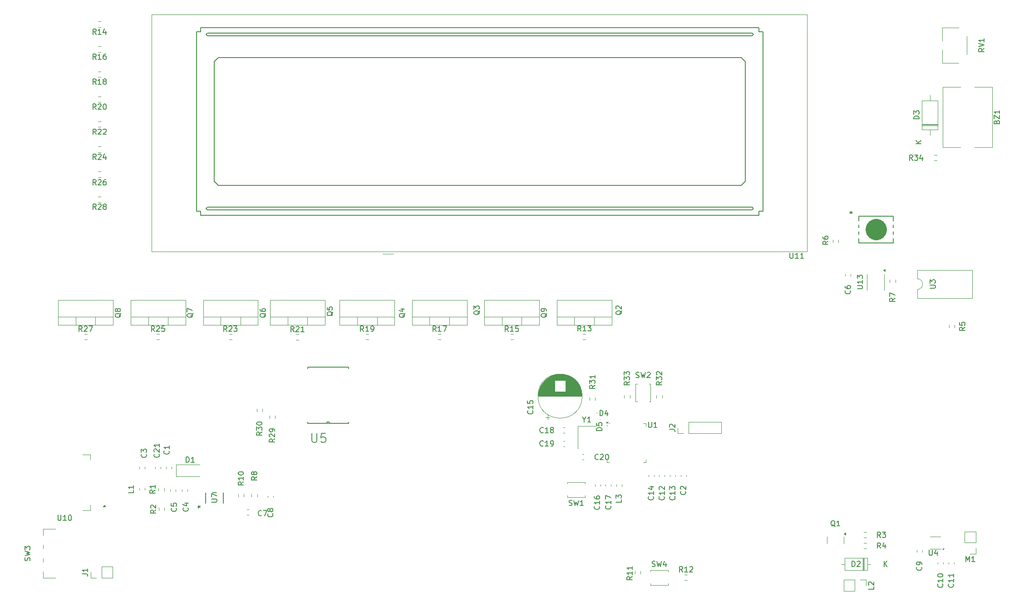
<source format=gbr>
%TF.GenerationSoftware,KiCad,Pcbnew,8.0.6-8.0.6-0~ubuntu22.04.1*%
%TF.CreationDate,2024-10-30T23:16:09-03:00*%
%TF.ProjectId,Projeto SEMB,50726f6a-6574-46f2-9053-454d422e6b69,rev?*%
%TF.SameCoordinates,Original*%
%TF.FileFunction,Legend,Top*%
%TF.FilePolarity,Positive*%
%FSLAX46Y46*%
G04 Gerber Fmt 4.6, Leading zero omitted, Abs format (unit mm)*
G04 Created by KiCad (PCBNEW 8.0.6-8.0.6-0~ubuntu22.04.1) date 2024-10-30 23:16:09*
%MOMM*%
%LPD*%
G01*
G04 APERTURE LIST*
%ADD10C,0.150000*%
%ADD11C,0.120000*%
%ADD12C,0.100000*%
%ADD13C,0.152400*%
%ADD14C,3.987800*%
G04 APERTURE END LIST*
D10*
X190634819Y-144879166D02*
X190634819Y-145355356D01*
X190634819Y-145355356D02*
X189634819Y-145355356D01*
X189730057Y-144593451D02*
X189682438Y-144545832D01*
X189682438Y-144545832D02*
X189634819Y-144450594D01*
X189634819Y-144450594D02*
X189634819Y-144212499D01*
X189634819Y-144212499D02*
X189682438Y-144117261D01*
X189682438Y-144117261D02*
X189730057Y-144069642D01*
X189730057Y-144069642D02*
X189825295Y-144022023D01*
X189825295Y-144022023D02*
X189920533Y-144022023D01*
X189920533Y-144022023D02*
X190063390Y-144069642D01*
X190063390Y-144069642D02*
X190634819Y-144641070D01*
X190634819Y-144641070D02*
X190634819Y-144022023D01*
X145574819Y-143030357D02*
X145098628Y-143363690D01*
X145574819Y-143601785D02*
X144574819Y-143601785D01*
X144574819Y-143601785D02*
X144574819Y-143220833D01*
X144574819Y-143220833D02*
X144622438Y-143125595D01*
X144622438Y-143125595D02*
X144670057Y-143077976D01*
X144670057Y-143077976D02*
X144765295Y-143030357D01*
X144765295Y-143030357D02*
X144908152Y-143030357D01*
X144908152Y-143030357D02*
X145003390Y-143077976D01*
X145003390Y-143077976D02*
X145051009Y-143125595D01*
X145051009Y-143125595D02*
X145098628Y-143220833D01*
X145098628Y-143220833D02*
X145098628Y-143601785D01*
X145574819Y-142077976D02*
X145574819Y-142649404D01*
X145574819Y-142363690D02*
X144574819Y-142363690D01*
X144574819Y-142363690D02*
X144717676Y-142458928D01*
X144717676Y-142458928D02*
X144812914Y-142554166D01*
X144812914Y-142554166D02*
X144860533Y-142649404D01*
X145574819Y-141125595D02*
X145574819Y-141697023D01*
X145574819Y-141411309D02*
X144574819Y-141411309D01*
X144574819Y-141411309D02*
X144717676Y-141506547D01*
X144717676Y-141506547D02*
X144812914Y-141601785D01*
X144812914Y-141601785D02*
X144860533Y-141697023D01*
X56574819Y-126879166D02*
X56098628Y-127212499D01*
X56574819Y-127450594D02*
X55574819Y-127450594D01*
X55574819Y-127450594D02*
X55574819Y-127069642D01*
X55574819Y-127069642D02*
X55622438Y-126974404D01*
X55622438Y-126974404D02*
X55670057Y-126926785D01*
X55670057Y-126926785D02*
X55765295Y-126879166D01*
X55765295Y-126879166D02*
X55908152Y-126879166D01*
X55908152Y-126879166D02*
X56003390Y-126926785D01*
X56003390Y-126926785D02*
X56051009Y-126974404D01*
X56051009Y-126974404D02*
X56098628Y-127069642D01*
X56098628Y-127069642D02*
X56098628Y-127450594D01*
X56574819Y-125926785D02*
X56574819Y-126498213D01*
X56574819Y-126212499D02*
X55574819Y-126212499D01*
X55574819Y-126212499D02*
X55717676Y-126307737D01*
X55717676Y-126307737D02*
X55812914Y-126402975D01*
X55812914Y-126402975D02*
X55860533Y-126498213D01*
X129670057Y-93862738D02*
X129622438Y-93957976D01*
X129622438Y-93957976D02*
X129527200Y-94053214D01*
X129527200Y-94053214D02*
X129384342Y-94196071D01*
X129384342Y-94196071D02*
X129336723Y-94291309D01*
X129336723Y-94291309D02*
X129336723Y-94386547D01*
X129574819Y-94338928D02*
X129527200Y-94434166D01*
X129527200Y-94434166D02*
X129431961Y-94529404D01*
X129431961Y-94529404D02*
X129241485Y-94577023D01*
X129241485Y-94577023D02*
X128908152Y-94577023D01*
X128908152Y-94577023D02*
X128717676Y-94529404D01*
X128717676Y-94529404D02*
X128622438Y-94434166D01*
X128622438Y-94434166D02*
X128574819Y-94338928D01*
X128574819Y-94338928D02*
X128574819Y-94148452D01*
X128574819Y-94148452D02*
X128622438Y-94053214D01*
X128622438Y-94053214D02*
X128717676Y-93957976D01*
X128717676Y-93957976D02*
X128908152Y-93910357D01*
X128908152Y-93910357D02*
X129241485Y-93910357D01*
X129241485Y-93910357D02*
X129431961Y-93957976D01*
X129431961Y-93957976D02*
X129527200Y-94053214D01*
X129527200Y-94053214D02*
X129574819Y-94148452D01*
X129574819Y-94148452D02*
X129574819Y-94338928D01*
X129574819Y-93434166D02*
X129574819Y-93243690D01*
X129574819Y-93243690D02*
X129527200Y-93148452D01*
X129527200Y-93148452D02*
X129479580Y-93100833D01*
X129479580Y-93100833D02*
X129336723Y-93005595D01*
X129336723Y-93005595D02*
X129146247Y-92957976D01*
X129146247Y-92957976D02*
X128765295Y-92957976D01*
X128765295Y-92957976D02*
X128670057Y-93005595D01*
X128670057Y-93005595D02*
X128622438Y-93053214D01*
X128622438Y-93053214D02*
X128574819Y-93148452D01*
X128574819Y-93148452D02*
X128574819Y-93338928D01*
X128574819Y-93338928D02*
X128622438Y-93434166D01*
X128622438Y-93434166D02*
X128670057Y-93481785D01*
X128670057Y-93481785D02*
X128765295Y-93529404D01*
X128765295Y-93529404D02*
X129003390Y-93529404D01*
X129003390Y-93529404D02*
X129098628Y-93481785D01*
X129098628Y-93481785D02*
X129146247Y-93434166D01*
X129146247Y-93434166D02*
X129193866Y-93338928D01*
X129193866Y-93338928D02*
X129193866Y-93148452D01*
X129193866Y-93148452D02*
X129146247Y-93053214D01*
X129146247Y-93053214D02*
X129098628Y-93005595D01*
X129098628Y-93005595D02*
X129003390Y-92957976D01*
X203434880Y-144414957D02*
X203482500Y-144462576D01*
X203482500Y-144462576D02*
X203530119Y-144605433D01*
X203530119Y-144605433D02*
X203530119Y-144700671D01*
X203530119Y-144700671D02*
X203482500Y-144843528D01*
X203482500Y-144843528D02*
X203387261Y-144938766D01*
X203387261Y-144938766D02*
X203292023Y-144986385D01*
X203292023Y-144986385D02*
X203101547Y-145034004D01*
X203101547Y-145034004D02*
X202958690Y-145034004D01*
X202958690Y-145034004D02*
X202768214Y-144986385D01*
X202768214Y-144986385D02*
X202672976Y-144938766D01*
X202672976Y-144938766D02*
X202577738Y-144843528D01*
X202577738Y-144843528D02*
X202530119Y-144700671D01*
X202530119Y-144700671D02*
X202530119Y-144605433D01*
X202530119Y-144605433D02*
X202577738Y-144462576D01*
X202577738Y-144462576D02*
X202625357Y-144414957D01*
X203530119Y-143462576D02*
X203530119Y-144034004D01*
X203530119Y-143748290D02*
X202530119Y-143748290D01*
X202530119Y-143748290D02*
X202672976Y-143843528D01*
X202672976Y-143843528D02*
X202768214Y-143938766D01*
X202768214Y-143938766D02*
X202815833Y-144034004D01*
X202530119Y-142843528D02*
X202530119Y-142748290D01*
X202530119Y-142748290D02*
X202577738Y-142653052D01*
X202577738Y-142653052D02*
X202625357Y-142605433D01*
X202625357Y-142605433D02*
X202720595Y-142557814D01*
X202720595Y-142557814D02*
X202911071Y-142510195D01*
X202911071Y-142510195D02*
X203149166Y-142510195D01*
X203149166Y-142510195D02*
X203339642Y-142557814D01*
X203339642Y-142557814D02*
X203434880Y-142605433D01*
X203434880Y-142605433D02*
X203482500Y-142653052D01*
X203482500Y-142653052D02*
X203530119Y-142748290D01*
X203530119Y-142748290D02*
X203530119Y-142843528D01*
X203530119Y-142843528D02*
X203482500Y-142938766D01*
X203482500Y-142938766D02*
X203434880Y-142986385D01*
X203434880Y-142986385D02*
X203339642Y-143034004D01*
X203339642Y-143034004D02*
X203149166Y-143081623D01*
X203149166Y-143081623D02*
X202911071Y-143081623D01*
X202911071Y-143081623D02*
X202720595Y-143034004D01*
X202720595Y-143034004D02*
X202625357Y-142986385D01*
X202625357Y-142986385D02*
X202577738Y-142938766D01*
X202577738Y-142938766D02*
X202530119Y-142843528D01*
X197889642Y-65267319D02*
X197556309Y-64791128D01*
X197318214Y-65267319D02*
X197318214Y-64267319D01*
X197318214Y-64267319D02*
X197699166Y-64267319D01*
X197699166Y-64267319D02*
X197794404Y-64314938D01*
X197794404Y-64314938D02*
X197842023Y-64362557D01*
X197842023Y-64362557D02*
X197889642Y-64457795D01*
X197889642Y-64457795D02*
X197889642Y-64600652D01*
X197889642Y-64600652D02*
X197842023Y-64695890D01*
X197842023Y-64695890D02*
X197794404Y-64743509D01*
X197794404Y-64743509D02*
X197699166Y-64791128D01*
X197699166Y-64791128D02*
X197318214Y-64791128D01*
X198222976Y-64267319D02*
X198842023Y-64267319D01*
X198842023Y-64267319D02*
X198508690Y-64648271D01*
X198508690Y-64648271D02*
X198651547Y-64648271D01*
X198651547Y-64648271D02*
X198746785Y-64695890D01*
X198746785Y-64695890D02*
X198794404Y-64743509D01*
X198794404Y-64743509D02*
X198842023Y-64838747D01*
X198842023Y-64838747D02*
X198842023Y-65076842D01*
X198842023Y-65076842D02*
X198794404Y-65172080D01*
X198794404Y-65172080D02*
X198746785Y-65219700D01*
X198746785Y-65219700D02*
X198651547Y-65267319D01*
X198651547Y-65267319D02*
X198365833Y-65267319D01*
X198365833Y-65267319D02*
X198270595Y-65219700D01*
X198270595Y-65219700D02*
X198222976Y-65172080D01*
X199699166Y-64600652D02*
X199699166Y-65267319D01*
X199461071Y-64219700D02*
X199222976Y-64933985D01*
X199222976Y-64933985D02*
X199842023Y-64933985D01*
X63670057Y-93862738D02*
X63622438Y-93957976D01*
X63622438Y-93957976D02*
X63527200Y-94053214D01*
X63527200Y-94053214D02*
X63384342Y-94196071D01*
X63384342Y-94196071D02*
X63336723Y-94291309D01*
X63336723Y-94291309D02*
X63336723Y-94386547D01*
X63574819Y-94338928D02*
X63527200Y-94434166D01*
X63527200Y-94434166D02*
X63431961Y-94529404D01*
X63431961Y-94529404D02*
X63241485Y-94577023D01*
X63241485Y-94577023D02*
X62908152Y-94577023D01*
X62908152Y-94577023D02*
X62717676Y-94529404D01*
X62717676Y-94529404D02*
X62622438Y-94434166D01*
X62622438Y-94434166D02*
X62574819Y-94338928D01*
X62574819Y-94338928D02*
X62574819Y-94148452D01*
X62574819Y-94148452D02*
X62622438Y-94053214D01*
X62622438Y-94053214D02*
X62717676Y-93957976D01*
X62717676Y-93957976D02*
X62908152Y-93910357D01*
X62908152Y-93910357D02*
X63241485Y-93910357D01*
X63241485Y-93910357D02*
X63431961Y-93957976D01*
X63431961Y-93957976D02*
X63527200Y-94053214D01*
X63527200Y-94053214D02*
X63574819Y-94148452D01*
X63574819Y-94148452D02*
X63574819Y-94338928D01*
X62574819Y-93577023D02*
X62574819Y-92910357D01*
X62574819Y-92910357D02*
X63574819Y-93338928D01*
X60489546Y-130244746D02*
X60537166Y-130292365D01*
X60537166Y-130292365D02*
X60584785Y-130435222D01*
X60584785Y-130435222D02*
X60584785Y-130530460D01*
X60584785Y-130530460D02*
X60537166Y-130673317D01*
X60537166Y-130673317D02*
X60441927Y-130768555D01*
X60441927Y-130768555D02*
X60346689Y-130816174D01*
X60346689Y-130816174D02*
X60156213Y-130863793D01*
X60156213Y-130863793D02*
X60013356Y-130863793D01*
X60013356Y-130863793D02*
X59822880Y-130816174D01*
X59822880Y-130816174D02*
X59727642Y-130768555D01*
X59727642Y-130768555D02*
X59632404Y-130673317D01*
X59632404Y-130673317D02*
X59584785Y-130530460D01*
X59584785Y-130530460D02*
X59584785Y-130435222D01*
X59584785Y-130435222D02*
X59632404Y-130292365D01*
X59632404Y-130292365D02*
X59680023Y-130244746D01*
X59584785Y-129339984D02*
X59584785Y-129816174D01*
X59584785Y-129816174D02*
X60060975Y-129863793D01*
X60060975Y-129863793D02*
X60013356Y-129816174D01*
X60013356Y-129816174D02*
X59965737Y-129720936D01*
X59965737Y-129720936D02*
X59965737Y-129482841D01*
X59965737Y-129482841D02*
X60013356Y-129387603D01*
X60013356Y-129387603D02*
X60060975Y-129339984D01*
X60060975Y-129339984D02*
X60156213Y-129292365D01*
X60156213Y-129292365D02*
X60394308Y-129292365D01*
X60394308Y-129292365D02*
X60489546Y-129339984D01*
X60489546Y-129339984D02*
X60537166Y-129387603D01*
X60537166Y-129387603D02*
X60584785Y-129482841D01*
X60584785Y-129482841D02*
X60584785Y-129720936D01*
X60584785Y-129720936D02*
X60537166Y-129816174D01*
X60537166Y-129816174D02*
X60489546Y-129863793D01*
X136017142Y-97167319D02*
X135683809Y-96691128D01*
X135445714Y-97167319D02*
X135445714Y-96167319D01*
X135445714Y-96167319D02*
X135826666Y-96167319D01*
X135826666Y-96167319D02*
X135921904Y-96214938D01*
X135921904Y-96214938D02*
X135969523Y-96262557D01*
X135969523Y-96262557D02*
X136017142Y-96357795D01*
X136017142Y-96357795D02*
X136017142Y-96500652D01*
X136017142Y-96500652D02*
X135969523Y-96595890D01*
X135969523Y-96595890D02*
X135921904Y-96643509D01*
X135921904Y-96643509D02*
X135826666Y-96691128D01*
X135826666Y-96691128D02*
X135445714Y-96691128D01*
X136969523Y-97167319D02*
X136398095Y-97167319D01*
X136683809Y-97167319D02*
X136683809Y-96167319D01*
X136683809Y-96167319D02*
X136588571Y-96310176D01*
X136588571Y-96310176D02*
X136493333Y-96405414D01*
X136493333Y-96405414D02*
X136398095Y-96453033D01*
X137302857Y-96167319D02*
X137921904Y-96167319D01*
X137921904Y-96167319D02*
X137588571Y-96548271D01*
X137588571Y-96548271D02*
X137731428Y-96548271D01*
X137731428Y-96548271D02*
X137826666Y-96595890D01*
X137826666Y-96595890D02*
X137874285Y-96643509D01*
X137874285Y-96643509D02*
X137921904Y-96738747D01*
X137921904Y-96738747D02*
X137921904Y-96976842D01*
X137921904Y-96976842D02*
X137874285Y-97072080D01*
X137874285Y-97072080D02*
X137826666Y-97119700D01*
X137826666Y-97119700D02*
X137731428Y-97167319D01*
X137731428Y-97167319D02*
X137445714Y-97167319D01*
X137445714Y-97167319D02*
X137350476Y-97119700D01*
X137350476Y-97119700D02*
X137302857Y-97072080D01*
X117130057Y-93362738D02*
X117082438Y-93457976D01*
X117082438Y-93457976D02*
X116987200Y-93553214D01*
X116987200Y-93553214D02*
X116844342Y-93696071D01*
X116844342Y-93696071D02*
X116796723Y-93791309D01*
X116796723Y-93791309D02*
X116796723Y-93886547D01*
X117034819Y-93838928D02*
X116987200Y-93934166D01*
X116987200Y-93934166D02*
X116891961Y-94029404D01*
X116891961Y-94029404D02*
X116701485Y-94077023D01*
X116701485Y-94077023D02*
X116368152Y-94077023D01*
X116368152Y-94077023D02*
X116177676Y-94029404D01*
X116177676Y-94029404D02*
X116082438Y-93934166D01*
X116082438Y-93934166D02*
X116034819Y-93838928D01*
X116034819Y-93838928D02*
X116034819Y-93648452D01*
X116034819Y-93648452D02*
X116082438Y-93553214D01*
X116082438Y-93553214D02*
X116177676Y-93457976D01*
X116177676Y-93457976D02*
X116368152Y-93410357D01*
X116368152Y-93410357D02*
X116701485Y-93410357D01*
X116701485Y-93410357D02*
X116891961Y-93457976D01*
X116891961Y-93457976D02*
X116987200Y-93553214D01*
X116987200Y-93553214D02*
X117034819Y-93648452D01*
X117034819Y-93648452D02*
X117034819Y-93838928D01*
X116034819Y-93077023D02*
X116034819Y-92457976D01*
X116034819Y-92457976D02*
X116415771Y-92791309D01*
X116415771Y-92791309D02*
X116415771Y-92648452D01*
X116415771Y-92648452D02*
X116463390Y-92553214D01*
X116463390Y-92553214D02*
X116511009Y-92505595D01*
X116511009Y-92505595D02*
X116606247Y-92457976D01*
X116606247Y-92457976D02*
X116844342Y-92457976D01*
X116844342Y-92457976D02*
X116939580Y-92505595D01*
X116939580Y-92505595D02*
X116987200Y-92553214D01*
X116987200Y-92553214D02*
X117034819Y-92648452D01*
X117034819Y-92648452D02*
X117034819Y-92934166D01*
X117034819Y-92934166D02*
X116987200Y-93029404D01*
X116987200Y-93029404D02*
X116939580Y-93077023D01*
X89750057Y-93561838D02*
X89702438Y-93657076D01*
X89702438Y-93657076D02*
X89607200Y-93752314D01*
X89607200Y-93752314D02*
X89464342Y-93895171D01*
X89464342Y-93895171D02*
X89416723Y-93990409D01*
X89416723Y-93990409D02*
X89416723Y-94085647D01*
X89654819Y-94038028D02*
X89607200Y-94133266D01*
X89607200Y-94133266D02*
X89511961Y-94228504D01*
X89511961Y-94228504D02*
X89321485Y-94276123D01*
X89321485Y-94276123D02*
X88988152Y-94276123D01*
X88988152Y-94276123D02*
X88797676Y-94228504D01*
X88797676Y-94228504D02*
X88702438Y-94133266D01*
X88702438Y-94133266D02*
X88654819Y-94038028D01*
X88654819Y-94038028D02*
X88654819Y-93847552D01*
X88654819Y-93847552D02*
X88702438Y-93752314D01*
X88702438Y-93752314D02*
X88797676Y-93657076D01*
X88797676Y-93657076D02*
X88988152Y-93609457D01*
X88988152Y-93609457D02*
X89321485Y-93609457D01*
X89321485Y-93609457D02*
X89511961Y-93657076D01*
X89511961Y-93657076D02*
X89607200Y-93752314D01*
X89607200Y-93752314D02*
X89654819Y-93847552D01*
X89654819Y-93847552D02*
X89654819Y-94038028D01*
X88654819Y-92704695D02*
X88654819Y-93180885D01*
X88654819Y-93180885D02*
X89131009Y-93228504D01*
X89131009Y-93228504D02*
X89083390Y-93180885D01*
X89083390Y-93180885D02*
X89035771Y-93085647D01*
X89035771Y-93085647D02*
X89035771Y-92847552D01*
X89035771Y-92847552D02*
X89083390Y-92752314D01*
X89083390Y-92752314D02*
X89131009Y-92704695D01*
X89131009Y-92704695D02*
X89226247Y-92657076D01*
X89226247Y-92657076D02*
X89464342Y-92657076D01*
X89464342Y-92657076D02*
X89559580Y-92704695D01*
X89559580Y-92704695D02*
X89607200Y-92752314D01*
X89607200Y-92752314D02*
X89654819Y-92847552D01*
X89654819Y-92847552D02*
X89654819Y-93085647D01*
X89654819Y-93085647D02*
X89607200Y-93180885D01*
X89607200Y-93180885D02*
X89559580Y-93228504D01*
X128977142Y-118572080D02*
X128929523Y-118619700D01*
X128929523Y-118619700D02*
X128786666Y-118667319D01*
X128786666Y-118667319D02*
X128691428Y-118667319D01*
X128691428Y-118667319D02*
X128548571Y-118619700D01*
X128548571Y-118619700D02*
X128453333Y-118524461D01*
X128453333Y-118524461D02*
X128405714Y-118429223D01*
X128405714Y-118429223D02*
X128358095Y-118238747D01*
X128358095Y-118238747D02*
X128358095Y-118095890D01*
X128358095Y-118095890D02*
X128405714Y-117905414D01*
X128405714Y-117905414D02*
X128453333Y-117810176D01*
X128453333Y-117810176D02*
X128548571Y-117714938D01*
X128548571Y-117714938D02*
X128691428Y-117667319D01*
X128691428Y-117667319D02*
X128786666Y-117667319D01*
X128786666Y-117667319D02*
X128929523Y-117714938D01*
X128929523Y-117714938D02*
X128977142Y-117762557D01*
X129929523Y-118667319D02*
X129358095Y-118667319D01*
X129643809Y-118667319D02*
X129643809Y-117667319D01*
X129643809Y-117667319D02*
X129548571Y-117810176D01*
X129548571Y-117810176D02*
X129453333Y-117905414D01*
X129453333Y-117905414D02*
X129358095Y-117953033D01*
X130405714Y-118667319D02*
X130596190Y-118667319D01*
X130596190Y-118667319D02*
X130691428Y-118619700D01*
X130691428Y-118619700D02*
X130739047Y-118572080D01*
X130739047Y-118572080D02*
X130834285Y-118429223D01*
X130834285Y-118429223D02*
X130881904Y-118238747D01*
X130881904Y-118238747D02*
X130881904Y-117857795D01*
X130881904Y-117857795D02*
X130834285Y-117762557D01*
X130834285Y-117762557D02*
X130786666Y-117714938D01*
X130786666Y-117714938D02*
X130691428Y-117667319D01*
X130691428Y-117667319D02*
X130500952Y-117667319D01*
X130500952Y-117667319D02*
X130405714Y-117714938D01*
X130405714Y-117714938D02*
X130358095Y-117762557D01*
X130358095Y-117762557D02*
X130310476Y-117857795D01*
X130310476Y-117857795D02*
X130310476Y-118095890D01*
X130310476Y-118095890D02*
X130358095Y-118191128D01*
X130358095Y-118191128D02*
X130405714Y-118238747D01*
X130405714Y-118238747D02*
X130500952Y-118286366D01*
X130500952Y-118286366D02*
X130691428Y-118286366D01*
X130691428Y-118286366D02*
X130786666Y-118238747D01*
X130786666Y-118238747D02*
X130834285Y-118191128D01*
X130834285Y-118191128D02*
X130881904Y-118095890D01*
X191907066Y-135720116D02*
X191573733Y-135243925D01*
X191335638Y-135720116D02*
X191335638Y-134720116D01*
X191335638Y-134720116D02*
X191716590Y-134720116D01*
X191716590Y-134720116D02*
X191811828Y-134767735D01*
X191811828Y-134767735D02*
X191859447Y-134815354D01*
X191859447Y-134815354D02*
X191907066Y-134910592D01*
X191907066Y-134910592D02*
X191907066Y-135053449D01*
X191907066Y-135053449D02*
X191859447Y-135148687D01*
X191859447Y-135148687D02*
X191811828Y-135196306D01*
X191811828Y-135196306D02*
X191716590Y-135243925D01*
X191716590Y-135243925D02*
X191335638Y-135243925D01*
X192240400Y-134720116D02*
X192859447Y-134720116D01*
X192859447Y-134720116D02*
X192526114Y-135101068D01*
X192526114Y-135101068D02*
X192668971Y-135101068D01*
X192668971Y-135101068D02*
X192764209Y-135148687D01*
X192764209Y-135148687D02*
X192811828Y-135196306D01*
X192811828Y-135196306D02*
X192859447Y-135291544D01*
X192859447Y-135291544D02*
X192859447Y-135529639D01*
X192859447Y-135529639D02*
X192811828Y-135624877D01*
X192811828Y-135624877D02*
X192764209Y-135672497D01*
X192764209Y-135672497D02*
X192668971Y-135720116D01*
X192668971Y-135720116D02*
X192383257Y-135720116D01*
X192383257Y-135720116D02*
X192288019Y-135672497D01*
X192288019Y-135672497D02*
X192240400Y-135624877D01*
X45564642Y-46403419D02*
X45231309Y-45927228D01*
X44993214Y-46403419D02*
X44993214Y-45403419D01*
X44993214Y-45403419D02*
X45374166Y-45403419D01*
X45374166Y-45403419D02*
X45469404Y-45451038D01*
X45469404Y-45451038D02*
X45517023Y-45498657D01*
X45517023Y-45498657D02*
X45564642Y-45593895D01*
X45564642Y-45593895D02*
X45564642Y-45736752D01*
X45564642Y-45736752D02*
X45517023Y-45831990D01*
X45517023Y-45831990D02*
X45469404Y-45879609D01*
X45469404Y-45879609D02*
X45374166Y-45927228D01*
X45374166Y-45927228D02*
X44993214Y-45927228D01*
X46517023Y-46403419D02*
X45945595Y-46403419D01*
X46231309Y-46403419D02*
X46231309Y-45403419D01*
X46231309Y-45403419D02*
X46136071Y-45546276D01*
X46136071Y-45546276D02*
X46040833Y-45641514D01*
X46040833Y-45641514D02*
X45945595Y-45689133D01*
X47374166Y-45403419D02*
X47183690Y-45403419D01*
X47183690Y-45403419D02*
X47088452Y-45451038D01*
X47088452Y-45451038D02*
X47040833Y-45498657D01*
X47040833Y-45498657D02*
X46945595Y-45641514D01*
X46945595Y-45641514D02*
X46897976Y-45831990D01*
X46897976Y-45831990D02*
X46897976Y-46212942D01*
X46897976Y-46212942D02*
X46945595Y-46308180D01*
X46945595Y-46308180D02*
X46993214Y-46355800D01*
X46993214Y-46355800D02*
X47088452Y-46403419D01*
X47088452Y-46403419D02*
X47278928Y-46403419D01*
X47278928Y-46403419D02*
X47374166Y-46355800D01*
X47374166Y-46355800D02*
X47421785Y-46308180D01*
X47421785Y-46308180D02*
X47469404Y-46212942D01*
X47469404Y-46212942D02*
X47469404Y-45974847D01*
X47469404Y-45974847D02*
X47421785Y-45879609D01*
X47421785Y-45879609D02*
X47374166Y-45831990D01*
X47374166Y-45831990D02*
X47278928Y-45784371D01*
X47278928Y-45784371D02*
X47088452Y-45784371D01*
X47088452Y-45784371D02*
X46993214Y-45831990D01*
X46993214Y-45831990D02*
X46945595Y-45879609D01*
X46945595Y-45879609D02*
X46897976Y-45974847D01*
X78479580Y-131258266D02*
X78527200Y-131305885D01*
X78527200Y-131305885D02*
X78574819Y-131448742D01*
X78574819Y-131448742D02*
X78574819Y-131543980D01*
X78574819Y-131543980D02*
X78527200Y-131686837D01*
X78527200Y-131686837D02*
X78431961Y-131782075D01*
X78431961Y-131782075D02*
X78336723Y-131829694D01*
X78336723Y-131829694D02*
X78146247Y-131877313D01*
X78146247Y-131877313D02*
X78003390Y-131877313D01*
X78003390Y-131877313D02*
X77812914Y-131829694D01*
X77812914Y-131829694D02*
X77717676Y-131782075D01*
X77717676Y-131782075D02*
X77622438Y-131686837D01*
X77622438Y-131686837D02*
X77574819Y-131543980D01*
X77574819Y-131543980D02*
X77574819Y-131448742D01*
X77574819Y-131448742D02*
X77622438Y-131305885D01*
X77622438Y-131305885D02*
X77670057Y-131258266D01*
X78003390Y-130686837D02*
X77955771Y-130782075D01*
X77955771Y-130782075D02*
X77908152Y-130829694D01*
X77908152Y-130829694D02*
X77812914Y-130877313D01*
X77812914Y-130877313D02*
X77765295Y-130877313D01*
X77765295Y-130877313D02*
X77670057Y-130829694D01*
X77670057Y-130829694D02*
X77622438Y-130782075D01*
X77622438Y-130782075D02*
X77574819Y-130686837D01*
X77574819Y-130686837D02*
X77574819Y-130496361D01*
X77574819Y-130496361D02*
X77622438Y-130401123D01*
X77622438Y-130401123D02*
X77670057Y-130353504D01*
X77670057Y-130353504D02*
X77765295Y-130305885D01*
X77765295Y-130305885D02*
X77812914Y-130305885D01*
X77812914Y-130305885D02*
X77908152Y-130353504D01*
X77908152Y-130353504D02*
X77955771Y-130401123D01*
X77955771Y-130401123D02*
X78003390Y-130496361D01*
X78003390Y-130496361D02*
X78003390Y-130686837D01*
X78003390Y-130686837D02*
X78051009Y-130782075D01*
X78051009Y-130782075D02*
X78098628Y-130829694D01*
X78098628Y-130829694D02*
X78193866Y-130877313D01*
X78193866Y-130877313D02*
X78384342Y-130877313D01*
X78384342Y-130877313D02*
X78479580Y-130829694D01*
X78479580Y-130829694D02*
X78527200Y-130782075D01*
X78527200Y-130782075D02*
X78574819Y-130686837D01*
X78574819Y-130686837D02*
X78574819Y-130496361D01*
X78574819Y-130496361D02*
X78527200Y-130401123D01*
X78527200Y-130401123D02*
X78479580Y-130353504D01*
X78479580Y-130353504D02*
X78384342Y-130305885D01*
X78384342Y-130305885D02*
X78193866Y-130305885D01*
X78193866Y-130305885D02*
X78098628Y-130353504D01*
X78098628Y-130353504D02*
X78051009Y-130401123D01*
X78051009Y-130401123D02*
X78003390Y-130496361D01*
X45564642Y-60423819D02*
X45231309Y-59947628D01*
X44993214Y-60423819D02*
X44993214Y-59423819D01*
X44993214Y-59423819D02*
X45374166Y-59423819D01*
X45374166Y-59423819D02*
X45469404Y-59471438D01*
X45469404Y-59471438D02*
X45517023Y-59519057D01*
X45517023Y-59519057D02*
X45564642Y-59614295D01*
X45564642Y-59614295D02*
X45564642Y-59757152D01*
X45564642Y-59757152D02*
X45517023Y-59852390D01*
X45517023Y-59852390D02*
X45469404Y-59900009D01*
X45469404Y-59900009D02*
X45374166Y-59947628D01*
X45374166Y-59947628D02*
X44993214Y-59947628D01*
X45945595Y-59519057D02*
X45993214Y-59471438D01*
X45993214Y-59471438D02*
X46088452Y-59423819D01*
X46088452Y-59423819D02*
X46326547Y-59423819D01*
X46326547Y-59423819D02*
X46421785Y-59471438D01*
X46421785Y-59471438D02*
X46469404Y-59519057D01*
X46469404Y-59519057D02*
X46517023Y-59614295D01*
X46517023Y-59614295D02*
X46517023Y-59709533D01*
X46517023Y-59709533D02*
X46469404Y-59852390D01*
X46469404Y-59852390D02*
X45897976Y-60423819D01*
X45897976Y-60423819D02*
X46517023Y-60423819D01*
X46897976Y-59519057D02*
X46945595Y-59471438D01*
X46945595Y-59471438D02*
X47040833Y-59423819D01*
X47040833Y-59423819D02*
X47278928Y-59423819D01*
X47278928Y-59423819D02*
X47374166Y-59471438D01*
X47374166Y-59471438D02*
X47421785Y-59519057D01*
X47421785Y-59519057D02*
X47469404Y-59614295D01*
X47469404Y-59614295D02*
X47469404Y-59709533D01*
X47469404Y-59709533D02*
X47421785Y-59852390D01*
X47421785Y-59852390D02*
X46850357Y-60423819D01*
X46850357Y-60423819D02*
X47469404Y-60423819D01*
X207810476Y-140227319D02*
X207810476Y-139227319D01*
X207810476Y-139227319D02*
X208143809Y-139941604D01*
X208143809Y-139941604D02*
X208477142Y-139227319D01*
X208477142Y-139227319D02*
X208477142Y-140227319D01*
X209477142Y-140227319D02*
X208905714Y-140227319D01*
X209191428Y-140227319D02*
X209191428Y-139227319D01*
X209191428Y-139227319D02*
X209096190Y-139370176D01*
X209096190Y-139370176D02*
X209000952Y-139465414D01*
X209000952Y-139465414D02*
X208905714Y-139513033D01*
X199514880Y-141232766D02*
X199562500Y-141280385D01*
X199562500Y-141280385D02*
X199610119Y-141423242D01*
X199610119Y-141423242D02*
X199610119Y-141518480D01*
X199610119Y-141518480D02*
X199562500Y-141661337D01*
X199562500Y-141661337D02*
X199467261Y-141756575D01*
X199467261Y-141756575D02*
X199372023Y-141804194D01*
X199372023Y-141804194D02*
X199181547Y-141851813D01*
X199181547Y-141851813D02*
X199038690Y-141851813D01*
X199038690Y-141851813D02*
X198848214Y-141804194D01*
X198848214Y-141804194D02*
X198752976Y-141756575D01*
X198752976Y-141756575D02*
X198657738Y-141661337D01*
X198657738Y-141661337D02*
X198610119Y-141518480D01*
X198610119Y-141518480D02*
X198610119Y-141423242D01*
X198610119Y-141423242D02*
X198657738Y-141280385D01*
X198657738Y-141280385D02*
X198705357Y-141232766D01*
X199610119Y-140756575D02*
X199610119Y-140566099D01*
X199610119Y-140566099D02*
X199562500Y-140470861D01*
X199562500Y-140470861D02*
X199514880Y-140423242D01*
X199514880Y-140423242D02*
X199372023Y-140328004D01*
X199372023Y-140328004D02*
X199181547Y-140280385D01*
X199181547Y-140280385D02*
X198800595Y-140280385D01*
X198800595Y-140280385D02*
X198705357Y-140328004D01*
X198705357Y-140328004D02*
X198657738Y-140375623D01*
X198657738Y-140375623D02*
X198610119Y-140470861D01*
X198610119Y-140470861D02*
X198610119Y-140661337D01*
X198610119Y-140661337D02*
X198657738Y-140756575D01*
X198657738Y-140756575D02*
X198705357Y-140804194D01*
X198705357Y-140804194D02*
X198800595Y-140851813D01*
X198800595Y-140851813D02*
X199038690Y-140851813D01*
X199038690Y-140851813D02*
X199133928Y-140804194D01*
X199133928Y-140804194D02*
X199181547Y-140756575D01*
X199181547Y-140756575D02*
X199229166Y-140661337D01*
X199229166Y-140661337D02*
X199229166Y-140470861D01*
X199229166Y-140470861D02*
X199181547Y-140375623D01*
X199181547Y-140375623D02*
X199133928Y-140328004D01*
X199133928Y-140328004D02*
X199038690Y-140280385D01*
X138631823Y-107302202D02*
X138155632Y-107635535D01*
X138631823Y-107873630D02*
X137631823Y-107873630D01*
X137631823Y-107873630D02*
X137631823Y-107492678D01*
X137631823Y-107492678D02*
X137679442Y-107397440D01*
X137679442Y-107397440D02*
X137727061Y-107349821D01*
X137727061Y-107349821D02*
X137822299Y-107302202D01*
X137822299Y-107302202D02*
X137965156Y-107302202D01*
X137965156Y-107302202D02*
X138060394Y-107349821D01*
X138060394Y-107349821D02*
X138108013Y-107397440D01*
X138108013Y-107397440D02*
X138155632Y-107492678D01*
X138155632Y-107492678D02*
X138155632Y-107873630D01*
X137631823Y-106968868D02*
X137631823Y-106349821D01*
X137631823Y-106349821D02*
X138012775Y-106683154D01*
X138012775Y-106683154D02*
X138012775Y-106540297D01*
X138012775Y-106540297D02*
X138060394Y-106445059D01*
X138060394Y-106445059D02*
X138108013Y-106397440D01*
X138108013Y-106397440D02*
X138203251Y-106349821D01*
X138203251Y-106349821D02*
X138441346Y-106349821D01*
X138441346Y-106349821D02*
X138536584Y-106397440D01*
X138536584Y-106397440D02*
X138584204Y-106445059D01*
X138584204Y-106445059D02*
X138631823Y-106540297D01*
X138631823Y-106540297D02*
X138631823Y-106826011D01*
X138631823Y-106826011D02*
X138584204Y-106921249D01*
X138584204Y-106921249D02*
X138536584Y-106968868D01*
X138631823Y-105397440D02*
X138631823Y-105968868D01*
X138631823Y-105683154D02*
X137631823Y-105683154D01*
X137631823Y-105683154D02*
X137774680Y-105778392D01*
X137774680Y-105778392D02*
X137869918Y-105873630D01*
X137869918Y-105873630D02*
X137917537Y-105968868D01*
X141492080Y-129805357D02*
X141539700Y-129852976D01*
X141539700Y-129852976D02*
X141587319Y-129995833D01*
X141587319Y-129995833D02*
X141587319Y-130091071D01*
X141587319Y-130091071D02*
X141539700Y-130233928D01*
X141539700Y-130233928D02*
X141444461Y-130329166D01*
X141444461Y-130329166D02*
X141349223Y-130376785D01*
X141349223Y-130376785D02*
X141158747Y-130424404D01*
X141158747Y-130424404D02*
X141015890Y-130424404D01*
X141015890Y-130424404D02*
X140825414Y-130376785D01*
X140825414Y-130376785D02*
X140730176Y-130329166D01*
X140730176Y-130329166D02*
X140634938Y-130233928D01*
X140634938Y-130233928D02*
X140587319Y-130091071D01*
X140587319Y-130091071D02*
X140587319Y-129995833D01*
X140587319Y-129995833D02*
X140634938Y-129852976D01*
X140634938Y-129852976D02*
X140682557Y-129805357D01*
X141587319Y-128852976D02*
X141587319Y-129424404D01*
X141587319Y-129138690D02*
X140587319Y-129138690D01*
X140587319Y-129138690D02*
X140730176Y-129233928D01*
X140730176Y-129233928D02*
X140825414Y-129329166D01*
X140825414Y-129329166D02*
X140873033Y-129424404D01*
X140587319Y-128519642D02*
X140587319Y-127852976D01*
X140587319Y-127852976D02*
X141587319Y-128281547D01*
X52574819Y-126879166D02*
X52574819Y-127355356D01*
X52574819Y-127355356D02*
X51574819Y-127355356D01*
X52574819Y-126022023D02*
X52574819Y-126593451D01*
X52574819Y-126307737D02*
X51574819Y-126307737D01*
X51574819Y-126307737D02*
X51717676Y-126402975D01*
X51717676Y-126402975D02*
X51812914Y-126498213D01*
X51812914Y-126498213D02*
X51860533Y-126593451D01*
X62671246Y-130194746D02*
X62718866Y-130242365D01*
X62718866Y-130242365D02*
X62766485Y-130385222D01*
X62766485Y-130385222D02*
X62766485Y-130480460D01*
X62766485Y-130480460D02*
X62718866Y-130623317D01*
X62718866Y-130623317D02*
X62623627Y-130718555D01*
X62623627Y-130718555D02*
X62528389Y-130766174D01*
X62528389Y-130766174D02*
X62337913Y-130813793D01*
X62337913Y-130813793D02*
X62195056Y-130813793D01*
X62195056Y-130813793D02*
X62004580Y-130766174D01*
X62004580Y-130766174D02*
X61909342Y-130718555D01*
X61909342Y-130718555D02*
X61814104Y-130623317D01*
X61814104Y-130623317D02*
X61766485Y-130480460D01*
X61766485Y-130480460D02*
X61766485Y-130385222D01*
X61766485Y-130385222D02*
X61814104Y-130242365D01*
X61814104Y-130242365D02*
X61861723Y-130194746D01*
X62099818Y-129337603D02*
X62766485Y-129337603D01*
X61718866Y-129575698D02*
X62433151Y-129813793D01*
X62433151Y-129813793D02*
X62433151Y-129194746D01*
X128977142Y-116069380D02*
X128929523Y-116117000D01*
X128929523Y-116117000D02*
X128786666Y-116164619D01*
X128786666Y-116164619D02*
X128691428Y-116164619D01*
X128691428Y-116164619D02*
X128548571Y-116117000D01*
X128548571Y-116117000D02*
X128453333Y-116021761D01*
X128453333Y-116021761D02*
X128405714Y-115926523D01*
X128405714Y-115926523D02*
X128358095Y-115736047D01*
X128358095Y-115736047D02*
X128358095Y-115593190D01*
X128358095Y-115593190D02*
X128405714Y-115402714D01*
X128405714Y-115402714D02*
X128453333Y-115307476D01*
X128453333Y-115307476D02*
X128548571Y-115212238D01*
X128548571Y-115212238D02*
X128691428Y-115164619D01*
X128691428Y-115164619D02*
X128786666Y-115164619D01*
X128786666Y-115164619D02*
X128929523Y-115212238D01*
X128929523Y-115212238D02*
X128977142Y-115259857D01*
X129929523Y-116164619D02*
X129358095Y-116164619D01*
X129643809Y-116164619D02*
X129643809Y-115164619D01*
X129643809Y-115164619D02*
X129548571Y-115307476D01*
X129548571Y-115307476D02*
X129453333Y-115402714D01*
X129453333Y-115402714D02*
X129358095Y-115450333D01*
X130500952Y-115593190D02*
X130405714Y-115545571D01*
X130405714Y-115545571D02*
X130358095Y-115497952D01*
X130358095Y-115497952D02*
X130310476Y-115402714D01*
X130310476Y-115402714D02*
X130310476Y-115355095D01*
X130310476Y-115355095D02*
X130358095Y-115259857D01*
X130358095Y-115259857D02*
X130405714Y-115212238D01*
X130405714Y-115212238D02*
X130500952Y-115164619D01*
X130500952Y-115164619D02*
X130691428Y-115164619D01*
X130691428Y-115164619D02*
X130786666Y-115212238D01*
X130786666Y-115212238D02*
X130834285Y-115259857D01*
X130834285Y-115259857D02*
X130881904Y-115355095D01*
X130881904Y-115355095D02*
X130881904Y-115402714D01*
X130881904Y-115402714D02*
X130834285Y-115497952D01*
X130834285Y-115497952D02*
X130786666Y-115545571D01*
X130786666Y-115545571D02*
X130691428Y-115593190D01*
X130691428Y-115593190D02*
X130500952Y-115593190D01*
X130500952Y-115593190D02*
X130405714Y-115640809D01*
X130405714Y-115640809D02*
X130358095Y-115688428D01*
X130358095Y-115688428D02*
X130310476Y-115783666D01*
X130310476Y-115783666D02*
X130310476Y-115974142D01*
X130310476Y-115974142D02*
X130358095Y-116069380D01*
X130358095Y-116069380D02*
X130405714Y-116117000D01*
X130405714Y-116117000D02*
X130500952Y-116164619D01*
X130500952Y-116164619D02*
X130691428Y-116164619D01*
X130691428Y-116164619D02*
X130786666Y-116117000D01*
X130786666Y-116117000D02*
X130834285Y-116069380D01*
X130834285Y-116069380D02*
X130881904Y-115974142D01*
X130881904Y-115974142D02*
X130881904Y-115783666D01*
X130881904Y-115783666D02*
X130834285Y-115688428D01*
X130834285Y-115688428D02*
X130786666Y-115640809D01*
X130786666Y-115640809D02*
X130691428Y-115593190D01*
X139547205Y-112983019D02*
X139547205Y-111983019D01*
X139547205Y-111983019D02*
X139785300Y-111983019D01*
X139785300Y-111983019D02*
X139928157Y-112030638D01*
X139928157Y-112030638D02*
X140023395Y-112125876D01*
X140023395Y-112125876D02*
X140071014Y-112221114D01*
X140071014Y-112221114D02*
X140118633Y-112411590D01*
X140118633Y-112411590D02*
X140118633Y-112554447D01*
X140118633Y-112554447D02*
X140071014Y-112744923D01*
X140071014Y-112744923D02*
X140023395Y-112840161D01*
X140023395Y-112840161D02*
X139928157Y-112935400D01*
X139928157Y-112935400D02*
X139785300Y-112983019D01*
X139785300Y-112983019D02*
X139547205Y-112983019D01*
X140975776Y-112316352D02*
X140975776Y-112983019D01*
X140737681Y-111935400D02*
X140499586Y-112649685D01*
X140499586Y-112649685D02*
X141118633Y-112649685D01*
X211219819Y-44367738D02*
X210743628Y-44701071D01*
X211219819Y-44939166D02*
X210219819Y-44939166D01*
X210219819Y-44939166D02*
X210219819Y-44558214D01*
X210219819Y-44558214D02*
X210267438Y-44462976D01*
X210267438Y-44462976D02*
X210315057Y-44415357D01*
X210315057Y-44415357D02*
X210410295Y-44367738D01*
X210410295Y-44367738D02*
X210553152Y-44367738D01*
X210553152Y-44367738D02*
X210648390Y-44415357D01*
X210648390Y-44415357D02*
X210696009Y-44462976D01*
X210696009Y-44462976D02*
X210743628Y-44558214D01*
X210743628Y-44558214D02*
X210743628Y-44939166D01*
X210219819Y-44082023D02*
X211219819Y-43748690D01*
X211219819Y-43748690D02*
X210219819Y-43415357D01*
X211219819Y-42558214D02*
X211219819Y-43129642D01*
X211219819Y-42843928D02*
X210219819Y-42843928D01*
X210219819Y-42843928D02*
X210362676Y-42939166D01*
X210362676Y-42939166D02*
X210457914Y-43034404D01*
X210457914Y-43034404D02*
X210505533Y-43129642D01*
X200978095Y-138067319D02*
X200978095Y-138876842D01*
X200978095Y-138876842D02*
X201025714Y-138972080D01*
X201025714Y-138972080D02*
X201073333Y-139019700D01*
X201073333Y-139019700D02*
X201168571Y-139067319D01*
X201168571Y-139067319D02*
X201359047Y-139067319D01*
X201359047Y-139067319D02*
X201454285Y-139019700D01*
X201454285Y-139019700D02*
X201501904Y-138972080D01*
X201501904Y-138972080D02*
X201549523Y-138876842D01*
X201549523Y-138876842D02*
X201549523Y-138067319D01*
X202454285Y-138400652D02*
X202454285Y-139067319D01*
X202216190Y-138019700D02*
X201978095Y-138733985D01*
X201978095Y-138733985D02*
X202597142Y-138733985D01*
X43014819Y-142545833D02*
X43729104Y-142545833D01*
X43729104Y-142545833D02*
X43871961Y-142593452D01*
X43871961Y-142593452D02*
X43967200Y-142688690D01*
X43967200Y-142688690D02*
X44014819Y-142831547D01*
X44014819Y-142831547D02*
X44014819Y-142926785D01*
X44014819Y-141545833D02*
X44014819Y-142117261D01*
X44014819Y-141831547D02*
X43014819Y-141831547D01*
X43014819Y-141831547D02*
X43157676Y-141926785D01*
X43157676Y-141926785D02*
X43252914Y-142022023D01*
X43252914Y-142022023D02*
X43300533Y-142117261D01*
X139924819Y-115760594D02*
X138924819Y-115760594D01*
X138924819Y-115760594D02*
X138924819Y-115522499D01*
X138924819Y-115522499D02*
X138972438Y-115379642D01*
X138972438Y-115379642D02*
X139067676Y-115284404D01*
X139067676Y-115284404D02*
X139162914Y-115236785D01*
X139162914Y-115236785D02*
X139353390Y-115189166D01*
X139353390Y-115189166D02*
X139496247Y-115189166D01*
X139496247Y-115189166D02*
X139686723Y-115236785D01*
X139686723Y-115236785D02*
X139781961Y-115284404D01*
X139781961Y-115284404D02*
X139877200Y-115379642D01*
X139877200Y-115379642D02*
X139924819Y-115522499D01*
X139924819Y-115522499D02*
X139924819Y-115760594D01*
X138924819Y-114284404D02*
X138924819Y-114760594D01*
X138924819Y-114760594D02*
X139401009Y-114808213D01*
X139401009Y-114808213D02*
X139353390Y-114760594D01*
X139353390Y-114760594D02*
X139305771Y-114665356D01*
X139305771Y-114665356D02*
X139305771Y-114427261D01*
X139305771Y-114427261D02*
X139353390Y-114332023D01*
X139353390Y-114332023D02*
X139401009Y-114284404D01*
X139401009Y-114284404D02*
X139496247Y-114236785D01*
X139496247Y-114236785D02*
X139734342Y-114236785D01*
X139734342Y-114236785D02*
X139829580Y-114284404D01*
X139829580Y-114284404D02*
X139877200Y-114332023D01*
X139877200Y-114332023D02*
X139924819Y-114427261D01*
X139924819Y-114427261D02*
X139924819Y-114665356D01*
X139924819Y-114665356D02*
X139877200Y-114760594D01*
X139877200Y-114760594D02*
X139829580Y-114808213D01*
X54904580Y-120154166D02*
X54952200Y-120201785D01*
X54952200Y-120201785D02*
X54999819Y-120344642D01*
X54999819Y-120344642D02*
X54999819Y-120439880D01*
X54999819Y-120439880D02*
X54952200Y-120582737D01*
X54952200Y-120582737D02*
X54856961Y-120677975D01*
X54856961Y-120677975D02*
X54761723Y-120725594D01*
X54761723Y-120725594D02*
X54571247Y-120773213D01*
X54571247Y-120773213D02*
X54428390Y-120773213D01*
X54428390Y-120773213D02*
X54237914Y-120725594D01*
X54237914Y-120725594D02*
X54142676Y-120677975D01*
X54142676Y-120677975D02*
X54047438Y-120582737D01*
X54047438Y-120582737D02*
X53999819Y-120439880D01*
X53999819Y-120439880D02*
X53999819Y-120344642D01*
X53999819Y-120344642D02*
X54047438Y-120201785D01*
X54047438Y-120201785D02*
X54095057Y-120154166D01*
X53999819Y-119820832D02*
X53999819Y-119201785D01*
X53999819Y-119201785D02*
X54380771Y-119535118D01*
X54380771Y-119535118D02*
X54380771Y-119392261D01*
X54380771Y-119392261D02*
X54428390Y-119297023D01*
X54428390Y-119297023D02*
X54476009Y-119249404D01*
X54476009Y-119249404D02*
X54571247Y-119201785D01*
X54571247Y-119201785D02*
X54809342Y-119201785D01*
X54809342Y-119201785D02*
X54904580Y-119249404D01*
X54904580Y-119249404D02*
X54952200Y-119297023D01*
X54952200Y-119297023D02*
X54999819Y-119392261D01*
X54999819Y-119392261D02*
X54999819Y-119677975D01*
X54999819Y-119677975D02*
X54952200Y-119773213D01*
X54952200Y-119773213D02*
X54904580Y-119820832D01*
X33227200Y-140045832D02*
X33274819Y-139902975D01*
X33274819Y-139902975D02*
X33274819Y-139664880D01*
X33274819Y-139664880D02*
X33227200Y-139569642D01*
X33227200Y-139569642D02*
X33179580Y-139522023D01*
X33179580Y-139522023D02*
X33084342Y-139474404D01*
X33084342Y-139474404D02*
X32989104Y-139474404D01*
X32989104Y-139474404D02*
X32893866Y-139522023D01*
X32893866Y-139522023D02*
X32846247Y-139569642D01*
X32846247Y-139569642D02*
X32798628Y-139664880D01*
X32798628Y-139664880D02*
X32751009Y-139855356D01*
X32751009Y-139855356D02*
X32703390Y-139950594D01*
X32703390Y-139950594D02*
X32655771Y-139998213D01*
X32655771Y-139998213D02*
X32560533Y-140045832D01*
X32560533Y-140045832D02*
X32465295Y-140045832D01*
X32465295Y-140045832D02*
X32370057Y-139998213D01*
X32370057Y-139998213D02*
X32322438Y-139950594D01*
X32322438Y-139950594D02*
X32274819Y-139855356D01*
X32274819Y-139855356D02*
X32274819Y-139617261D01*
X32274819Y-139617261D02*
X32322438Y-139474404D01*
X32274819Y-139141070D02*
X33274819Y-138902975D01*
X33274819Y-138902975D02*
X32560533Y-138712499D01*
X32560533Y-138712499D02*
X33274819Y-138522023D01*
X33274819Y-138522023D02*
X32274819Y-138283928D01*
X32274819Y-137998213D02*
X32274819Y-137379166D01*
X32274819Y-137379166D02*
X32655771Y-137712499D01*
X32655771Y-137712499D02*
X32655771Y-137569642D01*
X32655771Y-137569642D02*
X32703390Y-137474404D01*
X32703390Y-137474404D02*
X32751009Y-137426785D01*
X32751009Y-137426785D02*
X32846247Y-137379166D01*
X32846247Y-137379166D02*
X33084342Y-137379166D01*
X33084342Y-137379166D02*
X33179580Y-137426785D01*
X33179580Y-137426785D02*
X33227200Y-137474404D01*
X33227200Y-137474404D02*
X33274819Y-137569642D01*
X33274819Y-137569642D02*
X33274819Y-137855356D01*
X33274819Y-137855356D02*
X33227200Y-137950594D01*
X33227200Y-137950594D02*
X33179580Y-137998213D01*
X207654819Y-96466666D02*
X207178628Y-96799999D01*
X207654819Y-97038094D02*
X206654819Y-97038094D01*
X206654819Y-97038094D02*
X206654819Y-96657142D01*
X206654819Y-96657142D02*
X206702438Y-96561904D01*
X206702438Y-96561904D02*
X206750057Y-96514285D01*
X206750057Y-96514285D02*
X206845295Y-96466666D01*
X206845295Y-96466666D02*
X206988152Y-96466666D01*
X206988152Y-96466666D02*
X207083390Y-96514285D01*
X207083390Y-96514285D02*
X207131009Y-96561904D01*
X207131009Y-96561904D02*
X207178628Y-96657142D01*
X207178628Y-96657142D02*
X207178628Y-97038094D01*
X206654819Y-95561904D02*
X206654819Y-96038094D01*
X206654819Y-96038094D02*
X207131009Y-96085713D01*
X207131009Y-96085713D02*
X207083390Y-96038094D01*
X207083390Y-96038094D02*
X207035771Y-95942856D01*
X207035771Y-95942856D02*
X207035771Y-95704761D01*
X207035771Y-95704761D02*
X207083390Y-95609523D01*
X207083390Y-95609523D02*
X207131009Y-95561904D01*
X207131009Y-95561904D02*
X207226247Y-95514285D01*
X207226247Y-95514285D02*
X207464342Y-95514285D01*
X207464342Y-95514285D02*
X207559580Y-95561904D01*
X207559580Y-95561904D02*
X207607200Y-95609523D01*
X207607200Y-95609523D02*
X207654819Y-95704761D01*
X207654819Y-95704761D02*
X207654819Y-95942856D01*
X207654819Y-95942856D02*
X207607200Y-96038094D01*
X207607200Y-96038094D02*
X207559580Y-96085713D01*
X149286667Y-141119700D02*
X149429524Y-141167319D01*
X149429524Y-141167319D02*
X149667619Y-141167319D01*
X149667619Y-141167319D02*
X149762857Y-141119700D01*
X149762857Y-141119700D02*
X149810476Y-141072080D01*
X149810476Y-141072080D02*
X149858095Y-140976842D01*
X149858095Y-140976842D02*
X149858095Y-140881604D01*
X149858095Y-140881604D02*
X149810476Y-140786366D01*
X149810476Y-140786366D02*
X149762857Y-140738747D01*
X149762857Y-140738747D02*
X149667619Y-140691128D01*
X149667619Y-140691128D02*
X149477143Y-140643509D01*
X149477143Y-140643509D02*
X149381905Y-140595890D01*
X149381905Y-140595890D02*
X149334286Y-140548271D01*
X149334286Y-140548271D02*
X149286667Y-140453033D01*
X149286667Y-140453033D02*
X149286667Y-140357795D01*
X149286667Y-140357795D02*
X149334286Y-140262557D01*
X149334286Y-140262557D02*
X149381905Y-140214938D01*
X149381905Y-140214938D02*
X149477143Y-140167319D01*
X149477143Y-140167319D02*
X149715238Y-140167319D01*
X149715238Y-140167319D02*
X149858095Y-140214938D01*
X150191429Y-140167319D02*
X150429524Y-141167319D01*
X150429524Y-141167319D02*
X150620000Y-140453033D01*
X150620000Y-140453033D02*
X150810476Y-141167319D01*
X150810476Y-141167319D02*
X151048572Y-140167319D01*
X151858095Y-140500652D02*
X151858095Y-141167319D01*
X151620000Y-140119700D02*
X151381905Y-140833985D01*
X151381905Y-140833985D02*
X152000952Y-140833985D01*
X148633095Y-114164619D02*
X148633095Y-114974142D01*
X148633095Y-114974142D02*
X148680714Y-115069380D01*
X148680714Y-115069380D02*
X148728333Y-115117000D01*
X148728333Y-115117000D02*
X148823571Y-115164619D01*
X148823571Y-115164619D02*
X149014047Y-115164619D01*
X149014047Y-115164619D02*
X149109285Y-115117000D01*
X149109285Y-115117000D02*
X149156904Y-115069380D01*
X149156904Y-115069380D02*
X149204523Y-114974142D01*
X149204523Y-114974142D02*
X149204523Y-114164619D01*
X150204523Y-115164619D02*
X149633095Y-115164619D01*
X149918809Y-115164619D02*
X149918809Y-114164619D01*
X149918809Y-114164619D02*
X149823571Y-114307476D01*
X149823571Y-114307476D02*
X149728333Y-114402714D01*
X149728333Y-114402714D02*
X149633095Y-114450333D01*
X45564642Y-41730019D02*
X45231309Y-41253828D01*
X44993214Y-41730019D02*
X44993214Y-40730019D01*
X44993214Y-40730019D02*
X45374166Y-40730019D01*
X45374166Y-40730019D02*
X45469404Y-40777638D01*
X45469404Y-40777638D02*
X45517023Y-40825257D01*
X45517023Y-40825257D02*
X45564642Y-40920495D01*
X45564642Y-40920495D02*
X45564642Y-41063352D01*
X45564642Y-41063352D02*
X45517023Y-41158590D01*
X45517023Y-41158590D02*
X45469404Y-41206209D01*
X45469404Y-41206209D02*
X45374166Y-41253828D01*
X45374166Y-41253828D02*
X44993214Y-41253828D01*
X46517023Y-41730019D02*
X45945595Y-41730019D01*
X46231309Y-41730019D02*
X46231309Y-40730019D01*
X46231309Y-40730019D02*
X46136071Y-40872876D01*
X46136071Y-40872876D02*
X46040833Y-40968114D01*
X46040833Y-40968114D02*
X45945595Y-41015733D01*
X47374166Y-41063352D02*
X47374166Y-41730019D01*
X47136071Y-40682400D02*
X46897976Y-41396685D01*
X46897976Y-41396685D02*
X47517023Y-41396685D01*
X56721719Y-130608466D02*
X56245528Y-130941799D01*
X56721719Y-131179894D02*
X55721719Y-131179894D01*
X55721719Y-131179894D02*
X55721719Y-130798942D01*
X55721719Y-130798942D02*
X55769338Y-130703704D01*
X55769338Y-130703704D02*
X55816957Y-130656085D01*
X55816957Y-130656085D02*
X55912195Y-130608466D01*
X55912195Y-130608466D02*
X56055052Y-130608466D01*
X56055052Y-130608466D02*
X56150290Y-130656085D01*
X56150290Y-130656085D02*
X56197909Y-130703704D01*
X56197909Y-130703704D02*
X56245528Y-130798942D01*
X56245528Y-130798942D02*
X56245528Y-131179894D01*
X55816957Y-130227513D02*
X55769338Y-130179894D01*
X55769338Y-130179894D02*
X55721719Y-130084656D01*
X55721719Y-130084656D02*
X55721719Y-129846561D01*
X55721719Y-129846561D02*
X55769338Y-129751323D01*
X55769338Y-129751323D02*
X55816957Y-129703704D01*
X55816957Y-129703704D02*
X55912195Y-129656085D01*
X55912195Y-129656085D02*
X56007433Y-129656085D01*
X56007433Y-129656085D02*
X56150290Y-129703704D01*
X56150290Y-129703704D02*
X56721719Y-130275132D01*
X56721719Y-130275132D02*
X56721719Y-129656085D01*
X139252142Y-121072080D02*
X139204523Y-121119700D01*
X139204523Y-121119700D02*
X139061666Y-121167319D01*
X139061666Y-121167319D02*
X138966428Y-121167319D01*
X138966428Y-121167319D02*
X138823571Y-121119700D01*
X138823571Y-121119700D02*
X138728333Y-121024461D01*
X138728333Y-121024461D02*
X138680714Y-120929223D01*
X138680714Y-120929223D02*
X138633095Y-120738747D01*
X138633095Y-120738747D02*
X138633095Y-120595890D01*
X138633095Y-120595890D02*
X138680714Y-120405414D01*
X138680714Y-120405414D02*
X138728333Y-120310176D01*
X138728333Y-120310176D02*
X138823571Y-120214938D01*
X138823571Y-120214938D02*
X138966428Y-120167319D01*
X138966428Y-120167319D02*
X139061666Y-120167319D01*
X139061666Y-120167319D02*
X139204523Y-120214938D01*
X139204523Y-120214938D02*
X139252142Y-120262557D01*
X139633095Y-120262557D02*
X139680714Y-120214938D01*
X139680714Y-120214938D02*
X139775952Y-120167319D01*
X139775952Y-120167319D02*
X140014047Y-120167319D01*
X140014047Y-120167319D02*
X140109285Y-120214938D01*
X140109285Y-120214938D02*
X140156904Y-120262557D01*
X140156904Y-120262557D02*
X140204523Y-120357795D01*
X140204523Y-120357795D02*
X140204523Y-120453033D01*
X140204523Y-120453033D02*
X140156904Y-120595890D01*
X140156904Y-120595890D02*
X139585476Y-121167319D01*
X139585476Y-121167319D02*
X140204523Y-121167319D01*
X140823571Y-120167319D02*
X140918809Y-120167319D01*
X140918809Y-120167319D02*
X141014047Y-120214938D01*
X141014047Y-120214938D02*
X141061666Y-120262557D01*
X141061666Y-120262557D02*
X141109285Y-120357795D01*
X141109285Y-120357795D02*
X141156904Y-120548271D01*
X141156904Y-120548271D02*
X141156904Y-120786366D01*
X141156904Y-120786366D02*
X141109285Y-120976842D01*
X141109285Y-120976842D02*
X141061666Y-121072080D01*
X141061666Y-121072080D02*
X141014047Y-121119700D01*
X141014047Y-121119700D02*
X140918809Y-121167319D01*
X140918809Y-121167319D02*
X140823571Y-121167319D01*
X140823571Y-121167319D02*
X140728333Y-121119700D01*
X140728333Y-121119700D02*
X140680714Y-121072080D01*
X140680714Y-121072080D02*
X140633095Y-120976842D01*
X140633095Y-120976842D02*
X140585476Y-120786366D01*
X140585476Y-120786366D02*
X140585476Y-120548271D01*
X140585476Y-120548271D02*
X140633095Y-120357795D01*
X140633095Y-120357795D02*
X140680714Y-120262557D01*
X140680714Y-120262557D02*
X140728333Y-120214938D01*
X140728333Y-120214938D02*
X140823571Y-120167319D01*
X85839485Y-116302376D02*
X85839485Y-117631403D01*
X85839485Y-117631403D02*
X85917663Y-117787759D01*
X85917663Y-117787759D02*
X85995841Y-117865938D01*
X85995841Y-117865938D02*
X86152197Y-117944116D01*
X86152197Y-117944116D02*
X86464910Y-117944116D01*
X86464910Y-117944116D02*
X86621266Y-117865938D01*
X86621266Y-117865938D02*
X86699444Y-117787759D01*
X86699444Y-117787759D02*
X86777622Y-117631403D01*
X86777622Y-117631403D02*
X86777622Y-116302376D01*
X88341184Y-116302376D02*
X87559403Y-116302376D01*
X87559403Y-116302376D02*
X87481225Y-117084157D01*
X87481225Y-117084157D02*
X87559403Y-117005978D01*
X87559403Y-117005978D02*
X87715759Y-116927800D01*
X87715759Y-116927800D02*
X88106650Y-116927800D01*
X88106650Y-116927800D02*
X88263006Y-117005978D01*
X88263006Y-117005978D02*
X88341184Y-117084157D01*
X88341184Y-117084157D02*
X88419362Y-117240513D01*
X88419362Y-117240513D02*
X88419362Y-117631403D01*
X88419362Y-117631403D02*
X88341184Y-117787759D01*
X88341184Y-117787759D02*
X88263006Y-117865938D01*
X88263006Y-117865938D02*
X88106650Y-117944116D01*
X88106650Y-117944116D02*
X87715759Y-117944116D01*
X87715759Y-117944116D02*
X87559403Y-117865938D01*
X87559403Y-117865938D02*
X87481225Y-117787759D01*
X62381905Y-121667319D02*
X62381905Y-120667319D01*
X62381905Y-120667319D02*
X62620000Y-120667319D01*
X62620000Y-120667319D02*
X62762857Y-120714938D01*
X62762857Y-120714938D02*
X62858095Y-120810176D01*
X62858095Y-120810176D02*
X62905714Y-120905414D01*
X62905714Y-120905414D02*
X62953333Y-121095890D01*
X62953333Y-121095890D02*
X62953333Y-121238747D01*
X62953333Y-121238747D02*
X62905714Y-121429223D01*
X62905714Y-121429223D02*
X62858095Y-121524461D01*
X62858095Y-121524461D02*
X62762857Y-121619700D01*
X62762857Y-121619700D02*
X62620000Y-121667319D01*
X62620000Y-121667319D02*
X62381905Y-121667319D01*
X63905714Y-121667319D02*
X63334286Y-121667319D01*
X63620000Y-121667319D02*
X63620000Y-120667319D01*
X63620000Y-120667319D02*
X63524762Y-120810176D01*
X63524762Y-120810176D02*
X63429524Y-120905414D01*
X63429524Y-120905414D02*
X63334286Y-120953033D01*
X154977142Y-142167319D02*
X154643809Y-141691128D01*
X154405714Y-142167319D02*
X154405714Y-141167319D01*
X154405714Y-141167319D02*
X154786666Y-141167319D01*
X154786666Y-141167319D02*
X154881904Y-141214938D01*
X154881904Y-141214938D02*
X154929523Y-141262557D01*
X154929523Y-141262557D02*
X154977142Y-141357795D01*
X154977142Y-141357795D02*
X154977142Y-141500652D01*
X154977142Y-141500652D02*
X154929523Y-141595890D01*
X154929523Y-141595890D02*
X154881904Y-141643509D01*
X154881904Y-141643509D02*
X154786666Y-141691128D01*
X154786666Y-141691128D02*
X154405714Y-141691128D01*
X155929523Y-142167319D02*
X155358095Y-142167319D01*
X155643809Y-142167319D02*
X155643809Y-141167319D01*
X155643809Y-141167319D02*
X155548571Y-141310176D01*
X155548571Y-141310176D02*
X155453333Y-141405414D01*
X155453333Y-141405414D02*
X155358095Y-141453033D01*
X156310476Y-141262557D02*
X156358095Y-141214938D01*
X156358095Y-141214938D02*
X156453333Y-141167319D01*
X156453333Y-141167319D02*
X156691428Y-141167319D01*
X156691428Y-141167319D02*
X156786666Y-141214938D01*
X156786666Y-141214938D02*
X156834285Y-141262557D01*
X156834285Y-141262557D02*
X156881904Y-141357795D01*
X156881904Y-141357795D02*
X156881904Y-141453033D01*
X156881904Y-141453033D02*
X156834285Y-141595890D01*
X156834285Y-141595890D02*
X156262857Y-142167319D01*
X156262857Y-142167319D02*
X156881904Y-142167319D01*
X56477142Y-97237319D02*
X56143809Y-96761128D01*
X55905714Y-97237319D02*
X55905714Y-96237319D01*
X55905714Y-96237319D02*
X56286666Y-96237319D01*
X56286666Y-96237319D02*
X56381904Y-96284938D01*
X56381904Y-96284938D02*
X56429523Y-96332557D01*
X56429523Y-96332557D02*
X56477142Y-96427795D01*
X56477142Y-96427795D02*
X56477142Y-96570652D01*
X56477142Y-96570652D02*
X56429523Y-96665890D01*
X56429523Y-96665890D02*
X56381904Y-96713509D01*
X56381904Y-96713509D02*
X56286666Y-96761128D01*
X56286666Y-96761128D02*
X55905714Y-96761128D01*
X56858095Y-96332557D02*
X56905714Y-96284938D01*
X56905714Y-96284938D02*
X57000952Y-96237319D01*
X57000952Y-96237319D02*
X57239047Y-96237319D01*
X57239047Y-96237319D02*
X57334285Y-96284938D01*
X57334285Y-96284938D02*
X57381904Y-96332557D01*
X57381904Y-96332557D02*
X57429523Y-96427795D01*
X57429523Y-96427795D02*
X57429523Y-96523033D01*
X57429523Y-96523033D02*
X57381904Y-96665890D01*
X57381904Y-96665890D02*
X56810476Y-97237319D01*
X56810476Y-97237319D02*
X57429523Y-97237319D01*
X58334285Y-96237319D02*
X57858095Y-96237319D01*
X57858095Y-96237319D02*
X57810476Y-96713509D01*
X57810476Y-96713509D02*
X57858095Y-96665890D01*
X57858095Y-96665890D02*
X57953333Y-96618271D01*
X57953333Y-96618271D02*
X58191428Y-96618271D01*
X58191428Y-96618271D02*
X58286666Y-96665890D01*
X58286666Y-96665890D02*
X58334285Y-96713509D01*
X58334285Y-96713509D02*
X58381904Y-96808747D01*
X58381904Y-96808747D02*
X58381904Y-97046842D01*
X58381904Y-97046842D02*
X58334285Y-97142080D01*
X58334285Y-97142080D02*
X58286666Y-97189700D01*
X58286666Y-97189700D02*
X58191428Y-97237319D01*
X58191428Y-97237319D02*
X57953333Y-97237319D01*
X57953333Y-97237319D02*
X57858095Y-97189700D01*
X57858095Y-97189700D02*
X57810476Y-97142080D01*
X182114774Y-80379215D02*
X181638583Y-80712548D01*
X182114774Y-80950643D02*
X181114774Y-80950643D01*
X181114774Y-80950643D02*
X181114774Y-80569691D01*
X181114774Y-80569691D02*
X181162393Y-80474453D01*
X181162393Y-80474453D02*
X181210012Y-80426834D01*
X181210012Y-80426834D02*
X181305250Y-80379215D01*
X181305250Y-80379215D02*
X181448107Y-80379215D01*
X181448107Y-80379215D02*
X181543345Y-80426834D01*
X181543345Y-80426834D02*
X181590964Y-80474453D01*
X181590964Y-80474453D02*
X181638583Y-80569691D01*
X181638583Y-80569691D02*
X181638583Y-80950643D01*
X181114774Y-79522072D02*
X181114774Y-79712548D01*
X181114774Y-79712548D02*
X181162393Y-79807786D01*
X181162393Y-79807786D02*
X181210012Y-79855405D01*
X181210012Y-79855405D02*
X181352869Y-79950643D01*
X181352869Y-79950643D02*
X181543345Y-79998262D01*
X181543345Y-79998262D02*
X181924297Y-79998262D01*
X181924297Y-79998262D02*
X182019535Y-79950643D01*
X182019535Y-79950643D02*
X182067155Y-79903024D01*
X182067155Y-79903024D02*
X182114774Y-79807786D01*
X182114774Y-79807786D02*
X182114774Y-79617310D01*
X182114774Y-79617310D02*
X182067155Y-79522072D01*
X182067155Y-79522072D02*
X182019535Y-79474453D01*
X182019535Y-79474453D02*
X181924297Y-79426834D01*
X181924297Y-79426834D02*
X181686202Y-79426834D01*
X181686202Y-79426834D02*
X181590964Y-79474453D01*
X181590964Y-79474453D02*
X181543345Y-79522072D01*
X181543345Y-79522072D02*
X181495726Y-79617310D01*
X181495726Y-79617310D02*
X181495726Y-79807786D01*
X181495726Y-79807786D02*
X181543345Y-79903024D01*
X181543345Y-79903024D02*
X181590964Y-79950643D01*
X181590964Y-79950643D02*
X181686202Y-79998262D01*
X143559150Y-128623837D02*
X143559150Y-129100027D01*
X143559150Y-129100027D02*
X142559150Y-129100027D01*
X142559150Y-128385741D02*
X142559150Y-127766694D01*
X142559150Y-127766694D02*
X142940102Y-128100027D01*
X142940102Y-128100027D02*
X142940102Y-127957170D01*
X142940102Y-127957170D02*
X142987721Y-127861932D01*
X142987721Y-127861932D02*
X143035340Y-127814313D01*
X143035340Y-127814313D02*
X143130578Y-127766694D01*
X143130578Y-127766694D02*
X143368673Y-127766694D01*
X143368673Y-127766694D02*
X143463911Y-127814313D01*
X143463911Y-127814313D02*
X143511531Y-127861932D01*
X143511531Y-127861932D02*
X143559150Y-127957170D01*
X143559150Y-127957170D02*
X143559150Y-128242884D01*
X143559150Y-128242884D02*
X143511531Y-128338122D01*
X143511531Y-128338122D02*
X143463911Y-128385741D01*
X194614819Y-91054166D02*
X194138628Y-91387499D01*
X194614819Y-91625594D02*
X193614819Y-91625594D01*
X193614819Y-91625594D02*
X193614819Y-91244642D01*
X193614819Y-91244642D02*
X193662438Y-91149404D01*
X193662438Y-91149404D02*
X193710057Y-91101785D01*
X193710057Y-91101785D02*
X193805295Y-91054166D01*
X193805295Y-91054166D02*
X193948152Y-91054166D01*
X193948152Y-91054166D02*
X194043390Y-91101785D01*
X194043390Y-91101785D02*
X194091009Y-91149404D01*
X194091009Y-91149404D02*
X194138628Y-91244642D01*
X194138628Y-91244642D02*
X194138628Y-91625594D01*
X193614819Y-90720832D02*
X193614819Y-90054166D01*
X193614819Y-90054166D02*
X194614819Y-90482737D01*
X143630057Y-93362738D02*
X143582438Y-93457976D01*
X143582438Y-93457976D02*
X143487200Y-93553214D01*
X143487200Y-93553214D02*
X143344342Y-93696071D01*
X143344342Y-93696071D02*
X143296723Y-93791309D01*
X143296723Y-93791309D02*
X143296723Y-93886547D01*
X143534819Y-93838928D02*
X143487200Y-93934166D01*
X143487200Y-93934166D02*
X143391961Y-94029404D01*
X143391961Y-94029404D02*
X143201485Y-94077023D01*
X143201485Y-94077023D02*
X142868152Y-94077023D01*
X142868152Y-94077023D02*
X142677676Y-94029404D01*
X142677676Y-94029404D02*
X142582438Y-93934166D01*
X142582438Y-93934166D02*
X142534819Y-93838928D01*
X142534819Y-93838928D02*
X142534819Y-93648452D01*
X142534819Y-93648452D02*
X142582438Y-93553214D01*
X142582438Y-93553214D02*
X142677676Y-93457976D01*
X142677676Y-93457976D02*
X142868152Y-93410357D01*
X142868152Y-93410357D02*
X143201485Y-93410357D01*
X143201485Y-93410357D02*
X143391961Y-93457976D01*
X143391961Y-93457976D02*
X143487200Y-93553214D01*
X143487200Y-93553214D02*
X143534819Y-93648452D01*
X143534819Y-93648452D02*
X143534819Y-93838928D01*
X142630057Y-93029404D02*
X142582438Y-92981785D01*
X142582438Y-92981785D02*
X142534819Y-92886547D01*
X142534819Y-92886547D02*
X142534819Y-92648452D01*
X142534819Y-92648452D02*
X142582438Y-92553214D01*
X142582438Y-92553214D02*
X142630057Y-92505595D01*
X142630057Y-92505595D02*
X142725295Y-92457976D01*
X142725295Y-92457976D02*
X142820533Y-92457976D01*
X142820533Y-92457976D02*
X142963390Y-92505595D01*
X142963390Y-92505595D02*
X143534819Y-93077023D01*
X143534819Y-93077023D02*
X143534819Y-92457976D01*
X69977142Y-97237319D02*
X69643809Y-96761128D01*
X69405714Y-97237319D02*
X69405714Y-96237319D01*
X69405714Y-96237319D02*
X69786666Y-96237319D01*
X69786666Y-96237319D02*
X69881904Y-96284938D01*
X69881904Y-96284938D02*
X69929523Y-96332557D01*
X69929523Y-96332557D02*
X69977142Y-96427795D01*
X69977142Y-96427795D02*
X69977142Y-96570652D01*
X69977142Y-96570652D02*
X69929523Y-96665890D01*
X69929523Y-96665890D02*
X69881904Y-96713509D01*
X69881904Y-96713509D02*
X69786666Y-96761128D01*
X69786666Y-96761128D02*
X69405714Y-96761128D01*
X70358095Y-96332557D02*
X70405714Y-96284938D01*
X70405714Y-96284938D02*
X70500952Y-96237319D01*
X70500952Y-96237319D02*
X70739047Y-96237319D01*
X70739047Y-96237319D02*
X70834285Y-96284938D01*
X70834285Y-96284938D02*
X70881904Y-96332557D01*
X70881904Y-96332557D02*
X70929523Y-96427795D01*
X70929523Y-96427795D02*
X70929523Y-96523033D01*
X70929523Y-96523033D02*
X70881904Y-96665890D01*
X70881904Y-96665890D02*
X70310476Y-97237319D01*
X70310476Y-97237319D02*
X70929523Y-97237319D01*
X71262857Y-96237319D02*
X71881904Y-96237319D01*
X71881904Y-96237319D02*
X71548571Y-96618271D01*
X71548571Y-96618271D02*
X71691428Y-96618271D01*
X71691428Y-96618271D02*
X71786666Y-96665890D01*
X71786666Y-96665890D02*
X71834285Y-96713509D01*
X71834285Y-96713509D02*
X71881904Y-96808747D01*
X71881904Y-96808747D02*
X71881904Y-97046842D01*
X71881904Y-97046842D02*
X71834285Y-97142080D01*
X71834285Y-97142080D02*
X71786666Y-97189700D01*
X71786666Y-97189700D02*
X71691428Y-97237319D01*
X71691428Y-97237319D02*
X71405714Y-97237319D01*
X71405714Y-97237319D02*
X71310476Y-97189700D01*
X71310476Y-97189700D02*
X71262857Y-97142080D01*
X38456905Y-131542319D02*
X38456905Y-132351842D01*
X38456905Y-132351842D02*
X38504524Y-132447080D01*
X38504524Y-132447080D02*
X38552143Y-132494700D01*
X38552143Y-132494700D02*
X38647381Y-132542319D01*
X38647381Y-132542319D02*
X38837857Y-132542319D01*
X38837857Y-132542319D02*
X38933095Y-132494700D01*
X38933095Y-132494700D02*
X38980714Y-132447080D01*
X38980714Y-132447080D02*
X39028333Y-132351842D01*
X39028333Y-132351842D02*
X39028333Y-131542319D01*
X40028333Y-132542319D02*
X39456905Y-132542319D01*
X39742619Y-132542319D02*
X39742619Y-131542319D01*
X39742619Y-131542319D02*
X39647381Y-131685176D01*
X39647381Y-131685176D02*
X39552143Y-131780414D01*
X39552143Y-131780414D02*
X39456905Y-131828033D01*
X40647381Y-131542319D02*
X40742619Y-131542319D01*
X40742619Y-131542319D02*
X40837857Y-131589938D01*
X40837857Y-131589938D02*
X40885476Y-131637557D01*
X40885476Y-131637557D02*
X40933095Y-131732795D01*
X40933095Y-131732795D02*
X40980714Y-131923271D01*
X40980714Y-131923271D02*
X40980714Y-132161366D01*
X40980714Y-132161366D02*
X40933095Y-132351842D01*
X40933095Y-132351842D02*
X40885476Y-132447080D01*
X40885476Y-132447080D02*
X40837857Y-132494700D01*
X40837857Y-132494700D02*
X40742619Y-132542319D01*
X40742619Y-132542319D02*
X40647381Y-132542319D01*
X40647381Y-132542319D02*
X40552143Y-132494700D01*
X40552143Y-132494700D02*
X40504524Y-132447080D01*
X40504524Y-132447080D02*
X40456905Y-132351842D01*
X40456905Y-132351842D02*
X40409286Y-132161366D01*
X40409286Y-132161366D02*
X40409286Y-131923271D01*
X40409286Y-131923271D02*
X40456905Y-131732795D01*
X40456905Y-131732795D02*
X40504524Y-131637557D01*
X40504524Y-131637557D02*
X40552143Y-131589938D01*
X40552143Y-131589938D02*
X40647381Y-131542319D01*
X45564642Y-51076919D02*
X45231309Y-50600728D01*
X44993214Y-51076919D02*
X44993214Y-50076919D01*
X44993214Y-50076919D02*
X45374166Y-50076919D01*
X45374166Y-50076919D02*
X45469404Y-50124538D01*
X45469404Y-50124538D02*
X45517023Y-50172157D01*
X45517023Y-50172157D02*
X45564642Y-50267395D01*
X45564642Y-50267395D02*
X45564642Y-50410252D01*
X45564642Y-50410252D02*
X45517023Y-50505490D01*
X45517023Y-50505490D02*
X45469404Y-50553109D01*
X45469404Y-50553109D02*
X45374166Y-50600728D01*
X45374166Y-50600728D02*
X44993214Y-50600728D01*
X46517023Y-51076919D02*
X45945595Y-51076919D01*
X46231309Y-51076919D02*
X46231309Y-50076919D01*
X46231309Y-50076919D02*
X46136071Y-50219776D01*
X46136071Y-50219776D02*
X46040833Y-50315014D01*
X46040833Y-50315014D02*
X45945595Y-50362633D01*
X47088452Y-50505490D02*
X46993214Y-50457871D01*
X46993214Y-50457871D02*
X46945595Y-50410252D01*
X46945595Y-50410252D02*
X46897976Y-50315014D01*
X46897976Y-50315014D02*
X46897976Y-50267395D01*
X46897976Y-50267395D02*
X46945595Y-50172157D01*
X46945595Y-50172157D02*
X46993214Y-50124538D01*
X46993214Y-50124538D02*
X47088452Y-50076919D01*
X47088452Y-50076919D02*
X47278928Y-50076919D01*
X47278928Y-50076919D02*
X47374166Y-50124538D01*
X47374166Y-50124538D02*
X47421785Y-50172157D01*
X47421785Y-50172157D02*
X47469404Y-50267395D01*
X47469404Y-50267395D02*
X47469404Y-50315014D01*
X47469404Y-50315014D02*
X47421785Y-50410252D01*
X47421785Y-50410252D02*
X47374166Y-50457871D01*
X47374166Y-50457871D02*
X47278928Y-50505490D01*
X47278928Y-50505490D02*
X47088452Y-50505490D01*
X47088452Y-50505490D02*
X46993214Y-50553109D01*
X46993214Y-50553109D02*
X46945595Y-50600728D01*
X46945595Y-50600728D02*
X46897976Y-50695966D01*
X46897976Y-50695966D02*
X46897976Y-50886442D01*
X46897976Y-50886442D02*
X46945595Y-50981680D01*
X46945595Y-50981680D02*
X46993214Y-51029300D01*
X46993214Y-51029300D02*
X47088452Y-51076919D01*
X47088452Y-51076919D02*
X47278928Y-51076919D01*
X47278928Y-51076919D02*
X47374166Y-51029300D01*
X47374166Y-51029300D02*
X47421785Y-50981680D01*
X47421785Y-50981680D02*
X47469404Y-50886442D01*
X47469404Y-50886442D02*
X47469404Y-50695966D01*
X47469404Y-50695966D02*
X47421785Y-50600728D01*
X47421785Y-50600728D02*
X47374166Y-50553109D01*
X47374166Y-50553109D02*
X47278928Y-50505490D01*
X42977142Y-97237319D02*
X42643809Y-96761128D01*
X42405714Y-97237319D02*
X42405714Y-96237319D01*
X42405714Y-96237319D02*
X42786666Y-96237319D01*
X42786666Y-96237319D02*
X42881904Y-96284938D01*
X42881904Y-96284938D02*
X42929523Y-96332557D01*
X42929523Y-96332557D02*
X42977142Y-96427795D01*
X42977142Y-96427795D02*
X42977142Y-96570652D01*
X42977142Y-96570652D02*
X42929523Y-96665890D01*
X42929523Y-96665890D02*
X42881904Y-96713509D01*
X42881904Y-96713509D02*
X42786666Y-96761128D01*
X42786666Y-96761128D02*
X42405714Y-96761128D01*
X43358095Y-96332557D02*
X43405714Y-96284938D01*
X43405714Y-96284938D02*
X43500952Y-96237319D01*
X43500952Y-96237319D02*
X43739047Y-96237319D01*
X43739047Y-96237319D02*
X43834285Y-96284938D01*
X43834285Y-96284938D02*
X43881904Y-96332557D01*
X43881904Y-96332557D02*
X43929523Y-96427795D01*
X43929523Y-96427795D02*
X43929523Y-96523033D01*
X43929523Y-96523033D02*
X43881904Y-96665890D01*
X43881904Y-96665890D02*
X43310476Y-97237319D01*
X43310476Y-97237319D02*
X43929523Y-97237319D01*
X44262857Y-96237319D02*
X44929523Y-96237319D01*
X44929523Y-96237319D02*
X44500952Y-97237319D01*
X45564642Y-65097319D02*
X45231309Y-64621128D01*
X44993214Y-65097319D02*
X44993214Y-64097319D01*
X44993214Y-64097319D02*
X45374166Y-64097319D01*
X45374166Y-64097319D02*
X45469404Y-64144938D01*
X45469404Y-64144938D02*
X45517023Y-64192557D01*
X45517023Y-64192557D02*
X45564642Y-64287795D01*
X45564642Y-64287795D02*
X45564642Y-64430652D01*
X45564642Y-64430652D02*
X45517023Y-64525890D01*
X45517023Y-64525890D02*
X45469404Y-64573509D01*
X45469404Y-64573509D02*
X45374166Y-64621128D01*
X45374166Y-64621128D02*
X44993214Y-64621128D01*
X45945595Y-64192557D02*
X45993214Y-64144938D01*
X45993214Y-64144938D02*
X46088452Y-64097319D01*
X46088452Y-64097319D02*
X46326547Y-64097319D01*
X46326547Y-64097319D02*
X46421785Y-64144938D01*
X46421785Y-64144938D02*
X46469404Y-64192557D01*
X46469404Y-64192557D02*
X46517023Y-64287795D01*
X46517023Y-64287795D02*
X46517023Y-64383033D01*
X46517023Y-64383033D02*
X46469404Y-64525890D01*
X46469404Y-64525890D02*
X45897976Y-65097319D01*
X45897976Y-65097319D02*
X46517023Y-65097319D01*
X47374166Y-64430652D02*
X47374166Y-65097319D01*
X47136071Y-64049700D02*
X46897976Y-64763985D01*
X46897976Y-64763985D02*
X47517023Y-64763985D01*
X73064519Y-125355335D02*
X72588328Y-125688668D01*
X73064519Y-125926763D02*
X72064519Y-125926763D01*
X72064519Y-125926763D02*
X72064519Y-125545811D01*
X72064519Y-125545811D02*
X72112138Y-125450573D01*
X72112138Y-125450573D02*
X72159757Y-125402954D01*
X72159757Y-125402954D02*
X72254995Y-125355335D01*
X72254995Y-125355335D02*
X72397852Y-125355335D01*
X72397852Y-125355335D02*
X72493090Y-125402954D01*
X72493090Y-125402954D02*
X72540709Y-125450573D01*
X72540709Y-125450573D02*
X72588328Y-125545811D01*
X72588328Y-125545811D02*
X72588328Y-125926763D01*
X73064519Y-124402954D02*
X73064519Y-124974382D01*
X73064519Y-124688668D02*
X72064519Y-124688668D01*
X72064519Y-124688668D02*
X72207376Y-124783906D01*
X72207376Y-124783906D02*
X72302614Y-124879144D01*
X72302614Y-124879144D02*
X72350233Y-124974382D01*
X72064519Y-123783906D02*
X72064519Y-123688668D01*
X72064519Y-123688668D02*
X72112138Y-123593430D01*
X72112138Y-123593430D02*
X72159757Y-123545811D01*
X72159757Y-123545811D02*
X72254995Y-123498192D01*
X72254995Y-123498192D02*
X72445471Y-123450573D01*
X72445471Y-123450573D02*
X72683566Y-123450573D01*
X72683566Y-123450573D02*
X72874042Y-123498192D01*
X72874042Y-123498192D02*
X72969280Y-123545811D01*
X72969280Y-123545811D02*
X73016900Y-123593430D01*
X73016900Y-123593430D02*
X73064519Y-123688668D01*
X73064519Y-123688668D02*
X73064519Y-123783906D01*
X73064519Y-123783906D02*
X73016900Y-123879144D01*
X73016900Y-123879144D02*
X72969280Y-123926763D01*
X72969280Y-123926763D02*
X72874042Y-123974382D01*
X72874042Y-123974382D02*
X72683566Y-124022001D01*
X72683566Y-124022001D02*
X72445471Y-124022001D01*
X72445471Y-124022001D02*
X72254995Y-123974382D01*
X72254995Y-123974382D02*
X72159757Y-123926763D01*
X72159757Y-123926763D02*
X72112138Y-123879144D01*
X72112138Y-123879144D02*
X72064519Y-123783906D01*
X186571905Y-141167319D02*
X186571905Y-140167319D01*
X186571905Y-140167319D02*
X186810000Y-140167319D01*
X186810000Y-140167319D02*
X186952857Y-140214938D01*
X186952857Y-140214938D02*
X187048095Y-140310176D01*
X187048095Y-140310176D02*
X187095714Y-140405414D01*
X187095714Y-140405414D02*
X187143333Y-140595890D01*
X187143333Y-140595890D02*
X187143333Y-140738747D01*
X187143333Y-140738747D02*
X187095714Y-140929223D01*
X187095714Y-140929223D02*
X187048095Y-141024461D01*
X187048095Y-141024461D02*
X186952857Y-141119700D01*
X186952857Y-141119700D02*
X186810000Y-141167319D01*
X186810000Y-141167319D02*
X186571905Y-141167319D01*
X187524286Y-140262557D02*
X187571905Y-140214938D01*
X187571905Y-140214938D02*
X187667143Y-140167319D01*
X187667143Y-140167319D02*
X187905238Y-140167319D01*
X187905238Y-140167319D02*
X188000476Y-140214938D01*
X188000476Y-140214938D02*
X188048095Y-140262557D01*
X188048095Y-140262557D02*
X188095714Y-140357795D01*
X188095714Y-140357795D02*
X188095714Y-140453033D01*
X188095714Y-140453033D02*
X188048095Y-140595890D01*
X188048095Y-140595890D02*
X187476667Y-141167319D01*
X187476667Y-141167319D02*
X188095714Y-141167319D01*
X192548095Y-141167319D02*
X192548095Y-140167319D01*
X193119523Y-141167319D02*
X192690952Y-140595890D01*
X193119523Y-140167319D02*
X192548095Y-140738747D01*
X108977142Y-97237319D02*
X108643809Y-96761128D01*
X108405714Y-97237319D02*
X108405714Y-96237319D01*
X108405714Y-96237319D02*
X108786666Y-96237319D01*
X108786666Y-96237319D02*
X108881904Y-96284938D01*
X108881904Y-96284938D02*
X108929523Y-96332557D01*
X108929523Y-96332557D02*
X108977142Y-96427795D01*
X108977142Y-96427795D02*
X108977142Y-96570652D01*
X108977142Y-96570652D02*
X108929523Y-96665890D01*
X108929523Y-96665890D02*
X108881904Y-96713509D01*
X108881904Y-96713509D02*
X108786666Y-96761128D01*
X108786666Y-96761128D02*
X108405714Y-96761128D01*
X109929523Y-97237319D02*
X109358095Y-97237319D01*
X109643809Y-97237319D02*
X109643809Y-96237319D01*
X109643809Y-96237319D02*
X109548571Y-96380176D01*
X109548571Y-96380176D02*
X109453333Y-96475414D01*
X109453333Y-96475414D02*
X109358095Y-96523033D01*
X110262857Y-96237319D02*
X110929523Y-96237319D01*
X110929523Y-96237319D02*
X110500952Y-97237319D01*
X187551785Y-89259598D02*
X188361308Y-89259598D01*
X188361308Y-89259598D02*
X188456546Y-89211979D01*
X188456546Y-89211979D02*
X188504166Y-89164360D01*
X188504166Y-89164360D02*
X188551785Y-89069122D01*
X188551785Y-89069122D02*
X188551785Y-88878646D01*
X188551785Y-88878646D02*
X188504166Y-88783408D01*
X188504166Y-88783408D02*
X188456546Y-88735789D01*
X188456546Y-88735789D02*
X188361308Y-88688170D01*
X188361308Y-88688170D02*
X187551785Y-88688170D01*
X188551785Y-87688170D02*
X188551785Y-88259598D01*
X188551785Y-87973884D02*
X187551785Y-87973884D01*
X187551785Y-87973884D02*
X187694642Y-88069122D01*
X187694642Y-88069122D02*
X187789880Y-88164360D01*
X187789880Y-88164360D02*
X187837499Y-88259598D01*
X187551785Y-87354836D02*
X187551785Y-86735789D01*
X187551785Y-86735789D02*
X187932737Y-87069122D01*
X187932737Y-87069122D02*
X187932737Y-86926265D01*
X187932737Y-86926265D02*
X187980356Y-86831027D01*
X187980356Y-86831027D02*
X188027975Y-86783408D01*
X188027975Y-86783408D02*
X188123213Y-86735789D01*
X188123213Y-86735789D02*
X188361308Y-86735789D01*
X188361308Y-86735789D02*
X188456546Y-86783408D01*
X188456546Y-86783408D02*
X188504166Y-86831027D01*
X188504166Y-86831027D02*
X188551785Y-86926265D01*
X188551785Y-86926265D02*
X188551785Y-87211979D01*
X188551785Y-87211979D02*
X188504166Y-87307217D01*
X188504166Y-87307217D02*
X188456546Y-87354836D01*
X213551009Y-58093452D02*
X213598628Y-57950595D01*
X213598628Y-57950595D02*
X213646247Y-57902976D01*
X213646247Y-57902976D02*
X213741485Y-57855357D01*
X213741485Y-57855357D02*
X213884342Y-57855357D01*
X213884342Y-57855357D02*
X213979580Y-57902976D01*
X213979580Y-57902976D02*
X214027200Y-57950595D01*
X214027200Y-57950595D02*
X214074819Y-58045833D01*
X214074819Y-58045833D02*
X214074819Y-58426785D01*
X214074819Y-58426785D02*
X213074819Y-58426785D01*
X213074819Y-58426785D02*
X213074819Y-58093452D01*
X213074819Y-58093452D02*
X213122438Y-57998214D01*
X213122438Y-57998214D02*
X213170057Y-57950595D01*
X213170057Y-57950595D02*
X213265295Y-57902976D01*
X213265295Y-57902976D02*
X213360533Y-57902976D01*
X213360533Y-57902976D02*
X213455771Y-57950595D01*
X213455771Y-57950595D02*
X213503390Y-57998214D01*
X213503390Y-57998214D02*
X213551009Y-58093452D01*
X213551009Y-58093452D02*
X213551009Y-58426785D01*
X213074819Y-57522023D02*
X213074819Y-56855357D01*
X213074819Y-56855357D02*
X214074819Y-57522023D01*
X214074819Y-57522023D02*
X214074819Y-56855357D01*
X214074819Y-55950595D02*
X214074819Y-56522023D01*
X214074819Y-56236309D02*
X213074819Y-56236309D01*
X213074819Y-56236309D02*
X213217676Y-56331547D01*
X213217676Y-56331547D02*
X213312914Y-56426785D01*
X213312914Y-56426785D02*
X213360533Y-56522023D01*
X75564519Y-124379144D02*
X75088328Y-124712477D01*
X75564519Y-124950572D02*
X74564519Y-124950572D01*
X74564519Y-124950572D02*
X74564519Y-124569620D01*
X74564519Y-124569620D02*
X74612138Y-124474382D01*
X74612138Y-124474382D02*
X74659757Y-124426763D01*
X74659757Y-124426763D02*
X74754995Y-124379144D01*
X74754995Y-124379144D02*
X74897852Y-124379144D01*
X74897852Y-124379144D02*
X74993090Y-124426763D01*
X74993090Y-124426763D02*
X75040709Y-124474382D01*
X75040709Y-124474382D02*
X75088328Y-124569620D01*
X75088328Y-124569620D02*
X75088328Y-124950572D01*
X74993090Y-123807715D02*
X74945471Y-123902953D01*
X74945471Y-123902953D02*
X74897852Y-123950572D01*
X74897852Y-123950572D02*
X74802614Y-123998191D01*
X74802614Y-123998191D02*
X74754995Y-123998191D01*
X74754995Y-123998191D02*
X74659757Y-123950572D01*
X74659757Y-123950572D02*
X74612138Y-123902953D01*
X74612138Y-123902953D02*
X74564519Y-123807715D01*
X74564519Y-123807715D02*
X74564519Y-123617239D01*
X74564519Y-123617239D02*
X74612138Y-123522001D01*
X74612138Y-123522001D02*
X74659757Y-123474382D01*
X74659757Y-123474382D02*
X74754995Y-123426763D01*
X74754995Y-123426763D02*
X74802614Y-123426763D01*
X74802614Y-123426763D02*
X74897852Y-123474382D01*
X74897852Y-123474382D02*
X74945471Y-123522001D01*
X74945471Y-123522001D02*
X74993090Y-123617239D01*
X74993090Y-123617239D02*
X74993090Y-123807715D01*
X74993090Y-123807715D02*
X75040709Y-123902953D01*
X75040709Y-123902953D02*
X75088328Y-123950572D01*
X75088328Y-123950572D02*
X75183566Y-123998191D01*
X75183566Y-123998191D02*
X75374042Y-123998191D01*
X75374042Y-123998191D02*
X75469280Y-123950572D01*
X75469280Y-123950572D02*
X75516900Y-123902953D01*
X75516900Y-123902953D02*
X75564519Y-123807715D01*
X75564519Y-123807715D02*
X75564519Y-123617239D01*
X75564519Y-123617239D02*
X75516900Y-123522001D01*
X75516900Y-123522001D02*
X75469280Y-123474382D01*
X75469280Y-123474382D02*
X75374042Y-123426763D01*
X75374042Y-123426763D02*
X75183566Y-123426763D01*
X75183566Y-123426763D02*
X75088328Y-123474382D01*
X75088328Y-123474382D02*
X75040709Y-123522001D01*
X75040709Y-123522001D02*
X74993090Y-123617239D01*
X59107563Y-119544975D02*
X59155183Y-119592594D01*
X59155183Y-119592594D02*
X59202802Y-119735451D01*
X59202802Y-119735451D02*
X59202802Y-119830689D01*
X59202802Y-119830689D02*
X59155183Y-119973546D01*
X59155183Y-119973546D02*
X59059944Y-120068784D01*
X59059944Y-120068784D02*
X58964706Y-120116403D01*
X58964706Y-120116403D02*
X58774230Y-120164022D01*
X58774230Y-120164022D02*
X58631373Y-120164022D01*
X58631373Y-120164022D02*
X58440897Y-120116403D01*
X58440897Y-120116403D02*
X58345659Y-120068784D01*
X58345659Y-120068784D02*
X58250421Y-119973546D01*
X58250421Y-119973546D02*
X58202802Y-119830689D01*
X58202802Y-119830689D02*
X58202802Y-119735451D01*
X58202802Y-119735451D02*
X58250421Y-119592594D01*
X58250421Y-119592594D02*
X58298040Y-119544975D01*
X59202802Y-118592594D02*
X59202802Y-119164022D01*
X59202802Y-118878308D02*
X58202802Y-118878308D01*
X58202802Y-118878308D02*
X58345659Y-118973546D01*
X58345659Y-118973546D02*
X58440897Y-119068784D01*
X58440897Y-119068784D02*
X58488516Y-119164022D01*
X146286667Y-105819700D02*
X146429524Y-105867319D01*
X146429524Y-105867319D02*
X146667619Y-105867319D01*
X146667619Y-105867319D02*
X146762857Y-105819700D01*
X146762857Y-105819700D02*
X146810476Y-105772080D01*
X146810476Y-105772080D02*
X146858095Y-105676842D01*
X146858095Y-105676842D02*
X146858095Y-105581604D01*
X146858095Y-105581604D02*
X146810476Y-105486366D01*
X146810476Y-105486366D02*
X146762857Y-105438747D01*
X146762857Y-105438747D02*
X146667619Y-105391128D01*
X146667619Y-105391128D02*
X146477143Y-105343509D01*
X146477143Y-105343509D02*
X146381905Y-105295890D01*
X146381905Y-105295890D02*
X146334286Y-105248271D01*
X146334286Y-105248271D02*
X146286667Y-105153033D01*
X146286667Y-105153033D02*
X146286667Y-105057795D01*
X146286667Y-105057795D02*
X146334286Y-104962557D01*
X146334286Y-104962557D02*
X146381905Y-104914938D01*
X146381905Y-104914938D02*
X146477143Y-104867319D01*
X146477143Y-104867319D02*
X146715238Y-104867319D01*
X146715238Y-104867319D02*
X146858095Y-104914938D01*
X147191429Y-104867319D02*
X147429524Y-105867319D01*
X147429524Y-105867319D02*
X147620000Y-105153033D01*
X147620000Y-105153033D02*
X147810476Y-105867319D01*
X147810476Y-105867319D02*
X148048572Y-104867319D01*
X148381905Y-104962557D02*
X148429524Y-104914938D01*
X148429524Y-104914938D02*
X148524762Y-104867319D01*
X148524762Y-104867319D02*
X148762857Y-104867319D01*
X148762857Y-104867319D02*
X148858095Y-104914938D01*
X148858095Y-104914938D02*
X148905714Y-104962557D01*
X148905714Y-104962557D02*
X148953333Y-105057795D01*
X148953333Y-105057795D02*
X148953333Y-105153033D01*
X148953333Y-105153033D02*
X148905714Y-105295890D01*
X148905714Y-105295890D02*
X148334286Y-105867319D01*
X148334286Y-105867319D02*
X148953333Y-105867319D01*
X82477142Y-97292319D02*
X82143809Y-96816128D01*
X81905714Y-97292319D02*
X81905714Y-96292319D01*
X81905714Y-96292319D02*
X82286666Y-96292319D01*
X82286666Y-96292319D02*
X82381904Y-96339938D01*
X82381904Y-96339938D02*
X82429523Y-96387557D01*
X82429523Y-96387557D02*
X82477142Y-96482795D01*
X82477142Y-96482795D02*
X82477142Y-96625652D01*
X82477142Y-96625652D02*
X82429523Y-96720890D01*
X82429523Y-96720890D02*
X82381904Y-96768509D01*
X82381904Y-96768509D02*
X82286666Y-96816128D01*
X82286666Y-96816128D02*
X81905714Y-96816128D01*
X82858095Y-96387557D02*
X82905714Y-96339938D01*
X82905714Y-96339938D02*
X83000952Y-96292319D01*
X83000952Y-96292319D02*
X83239047Y-96292319D01*
X83239047Y-96292319D02*
X83334285Y-96339938D01*
X83334285Y-96339938D02*
X83381904Y-96387557D01*
X83381904Y-96387557D02*
X83429523Y-96482795D01*
X83429523Y-96482795D02*
X83429523Y-96578033D01*
X83429523Y-96578033D02*
X83381904Y-96720890D01*
X83381904Y-96720890D02*
X82810476Y-97292319D01*
X82810476Y-97292319D02*
X83429523Y-97292319D01*
X84381904Y-97292319D02*
X83810476Y-97292319D01*
X84096190Y-97292319D02*
X84096190Y-96292319D01*
X84096190Y-96292319D02*
X84000952Y-96435176D01*
X84000952Y-96435176D02*
X83905714Y-96530414D01*
X83905714Y-96530414D02*
X83810476Y-96578033D01*
X45564642Y-74444219D02*
X45231309Y-73968028D01*
X44993214Y-74444219D02*
X44993214Y-73444219D01*
X44993214Y-73444219D02*
X45374166Y-73444219D01*
X45374166Y-73444219D02*
X45469404Y-73491838D01*
X45469404Y-73491838D02*
X45517023Y-73539457D01*
X45517023Y-73539457D02*
X45564642Y-73634695D01*
X45564642Y-73634695D02*
X45564642Y-73777552D01*
X45564642Y-73777552D02*
X45517023Y-73872790D01*
X45517023Y-73872790D02*
X45469404Y-73920409D01*
X45469404Y-73920409D02*
X45374166Y-73968028D01*
X45374166Y-73968028D02*
X44993214Y-73968028D01*
X45945595Y-73539457D02*
X45993214Y-73491838D01*
X45993214Y-73491838D02*
X46088452Y-73444219D01*
X46088452Y-73444219D02*
X46326547Y-73444219D01*
X46326547Y-73444219D02*
X46421785Y-73491838D01*
X46421785Y-73491838D02*
X46469404Y-73539457D01*
X46469404Y-73539457D02*
X46517023Y-73634695D01*
X46517023Y-73634695D02*
X46517023Y-73729933D01*
X46517023Y-73729933D02*
X46469404Y-73872790D01*
X46469404Y-73872790D02*
X45897976Y-74444219D01*
X45897976Y-74444219D02*
X46517023Y-74444219D01*
X47088452Y-73872790D02*
X46993214Y-73825171D01*
X46993214Y-73825171D02*
X46945595Y-73777552D01*
X46945595Y-73777552D02*
X46897976Y-73682314D01*
X46897976Y-73682314D02*
X46897976Y-73634695D01*
X46897976Y-73634695D02*
X46945595Y-73539457D01*
X46945595Y-73539457D02*
X46993214Y-73491838D01*
X46993214Y-73491838D02*
X47088452Y-73444219D01*
X47088452Y-73444219D02*
X47278928Y-73444219D01*
X47278928Y-73444219D02*
X47374166Y-73491838D01*
X47374166Y-73491838D02*
X47421785Y-73539457D01*
X47421785Y-73539457D02*
X47469404Y-73634695D01*
X47469404Y-73634695D02*
X47469404Y-73682314D01*
X47469404Y-73682314D02*
X47421785Y-73777552D01*
X47421785Y-73777552D02*
X47374166Y-73825171D01*
X47374166Y-73825171D02*
X47278928Y-73872790D01*
X47278928Y-73872790D02*
X47088452Y-73872790D01*
X47088452Y-73872790D02*
X46993214Y-73920409D01*
X46993214Y-73920409D02*
X46945595Y-73968028D01*
X46945595Y-73968028D02*
X46897976Y-74063266D01*
X46897976Y-74063266D02*
X46897976Y-74253742D01*
X46897976Y-74253742D02*
X46945595Y-74348980D01*
X46945595Y-74348980D02*
X46993214Y-74396600D01*
X46993214Y-74396600D02*
X47088452Y-74444219D01*
X47088452Y-74444219D02*
X47278928Y-74444219D01*
X47278928Y-74444219D02*
X47374166Y-74396600D01*
X47374166Y-74396600D02*
X47421785Y-74348980D01*
X47421785Y-74348980D02*
X47469404Y-74253742D01*
X47469404Y-74253742D02*
X47469404Y-74063266D01*
X47469404Y-74063266D02*
X47421785Y-73968028D01*
X47421785Y-73968028D02*
X47374166Y-73920409D01*
X47374166Y-73920409D02*
X47278928Y-73872790D01*
X50210057Y-93862738D02*
X50162438Y-93957976D01*
X50162438Y-93957976D02*
X50067200Y-94053214D01*
X50067200Y-94053214D02*
X49924342Y-94196071D01*
X49924342Y-94196071D02*
X49876723Y-94291309D01*
X49876723Y-94291309D02*
X49876723Y-94386547D01*
X50114819Y-94338928D02*
X50067200Y-94434166D01*
X50067200Y-94434166D02*
X49971961Y-94529404D01*
X49971961Y-94529404D02*
X49781485Y-94577023D01*
X49781485Y-94577023D02*
X49448152Y-94577023D01*
X49448152Y-94577023D02*
X49257676Y-94529404D01*
X49257676Y-94529404D02*
X49162438Y-94434166D01*
X49162438Y-94434166D02*
X49114819Y-94338928D01*
X49114819Y-94338928D02*
X49114819Y-94148452D01*
X49114819Y-94148452D02*
X49162438Y-94053214D01*
X49162438Y-94053214D02*
X49257676Y-93957976D01*
X49257676Y-93957976D02*
X49448152Y-93910357D01*
X49448152Y-93910357D02*
X49781485Y-93910357D01*
X49781485Y-93910357D02*
X49971961Y-93957976D01*
X49971961Y-93957976D02*
X50067200Y-94053214D01*
X50067200Y-94053214D02*
X50114819Y-94148452D01*
X50114819Y-94148452D02*
X50114819Y-94338928D01*
X49543390Y-93338928D02*
X49495771Y-93434166D01*
X49495771Y-93434166D02*
X49448152Y-93481785D01*
X49448152Y-93481785D02*
X49352914Y-93529404D01*
X49352914Y-93529404D02*
X49305295Y-93529404D01*
X49305295Y-93529404D02*
X49210057Y-93481785D01*
X49210057Y-93481785D02*
X49162438Y-93434166D01*
X49162438Y-93434166D02*
X49114819Y-93338928D01*
X49114819Y-93338928D02*
X49114819Y-93148452D01*
X49114819Y-93148452D02*
X49162438Y-93053214D01*
X49162438Y-93053214D02*
X49210057Y-93005595D01*
X49210057Y-93005595D02*
X49305295Y-92957976D01*
X49305295Y-92957976D02*
X49352914Y-92957976D01*
X49352914Y-92957976D02*
X49448152Y-93005595D01*
X49448152Y-93005595D02*
X49495771Y-93053214D01*
X49495771Y-93053214D02*
X49543390Y-93148452D01*
X49543390Y-93148452D02*
X49543390Y-93338928D01*
X49543390Y-93338928D02*
X49591009Y-93434166D01*
X49591009Y-93434166D02*
X49638628Y-93481785D01*
X49638628Y-93481785D02*
X49733866Y-93529404D01*
X49733866Y-93529404D02*
X49924342Y-93529404D01*
X49924342Y-93529404D02*
X50019580Y-93481785D01*
X50019580Y-93481785D02*
X50067200Y-93434166D01*
X50067200Y-93434166D02*
X50114819Y-93338928D01*
X50114819Y-93338928D02*
X50114819Y-93148452D01*
X50114819Y-93148452D02*
X50067200Y-93053214D01*
X50067200Y-93053214D02*
X50019580Y-93005595D01*
X50019580Y-93005595D02*
X49924342Y-92957976D01*
X49924342Y-92957976D02*
X49733866Y-92957976D01*
X49733866Y-92957976D02*
X49638628Y-93005595D01*
X49638628Y-93005595D02*
X49591009Y-93053214D01*
X49591009Y-93053214D02*
X49543390Y-93148452D01*
X145074819Y-106642857D02*
X144598628Y-106976190D01*
X145074819Y-107214285D02*
X144074819Y-107214285D01*
X144074819Y-107214285D02*
X144074819Y-106833333D01*
X144074819Y-106833333D02*
X144122438Y-106738095D01*
X144122438Y-106738095D02*
X144170057Y-106690476D01*
X144170057Y-106690476D02*
X144265295Y-106642857D01*
X144265295Y-106642857D02*
X144408152Y-106642857D01*
X144408152Y-106642857D02*
X144503390Y-106690476D01*
X144503390Y-106690476D02*
X144551009Y-106738095D01*
X144551009Y-106738095D02*
X144598628Y-106833333D01*
X144598628Y-106833333D02*
X144598628Y-107214285D01*
X144074819Y-106309523D02*
X144074819Y-105690476D01*
X144074819Y-105690476D02*
X144455771Y-106023809D01*
X144455771Y-106023809D02*
X144455771Y-105880952D01*
X144455771Y-105880952D02*
X144503390Y-105785714D01*
X144503390Y-105785714D02*
X144551009Y-105738095D01*
X144551009Y-105738095D02*
X144646247Y-105690476D01*
X144646247Y-105690476D02*
X144884342Y-105690476D01*
X144884342Y-105690476D02*
X144979580Y-105738095D01*
X144979580Y-105738095D02*
X145027200Y-105785714D01*
X145027200Y-105785714D02*
X145074819Y-105880952D01*
X145074819Y-105880952D02*
X145074819Y-106166666D01*
X145074819Y-106166666D02*
X145027200Y-106261904D01*
X145027200Y-106261904D02*
X144979580Y-106309523D01*
X144074819Y-105357142D02*
X144074819Y-104738095D01*
X144074819Y-104738095D02*
X144455771Y-105071428D01*
X144455771Y-105071428D02*
X144455771Y-104928571D01*
X144455771Y-104928571D02*
X144503390Y-104833333D01*
X144503390Y-104833333D02*
X144551009Y-104785714D01*
X144551009Y-104785714D02*
X144646247Y-104738095D01*
X144646247Y-104738095D02*
X144884342Y-104738095D01*
X144884342Y-104738095D02*
X144979580Y-104785714D01*
X144979580Y-104785714D02*
X145027200Y-104833333D01*
X145027200Y-104833333D02*
X145074819Y-104928571D01*
X145074819Y-104928571D02*
X145074819Y-105214285D01*
X145074819Y-105214285D02*
X145027200Y-105309523D01*
X145027200Y-105309523D02*
X144979580Y-105357142D01*
X139394916Y-129862589D02*
X139442536Y-129910208D01*
X139442536Y-129910208D02*
X139490155Y-130053065D01*
X139490155Y-130053065D02*
X139490155Y-130148303D01*
X139490155Y-130148303D02*
X139442536Y-130291160D01*
X139442536Y-130291160D02*
X139347297Y-130386398D01*
X139347297Y-130386398D02*
X139252059Y-130434017D01*
X139252059Y-130434017D02*
X139061583Y-130481636D01*
X139061583Y-130481636D02*
X138918726Y-130481636D01*
X138918726Y-130481636D02*
X138728250Y-130434017D01*
X138728250Y-130434017D02*
X138633012Y-130386398D01*
X138633012Y-130386398D02*
X138537774Y-130291160D01*
X138537774Y-130291160D02*
X138490155Y-130148303D01*
X138490155Y-130148303D02*
X138490155Y-130053065D01*
X138490155Y-130053065D02*
X138537774Y-129910208D01*
X138537774Y-129910208D02*
X138585393Y-129862589D01*
X139490155Y-128910208D02*
X139490155Y-129481636D01*
X139490155Y-129195922D02*
X138490155Y-129195922D01*
X138490155Y-129195922D02*
X138633012Y-129291160D01*
X138633012Y-129291160D02*
X138728250Y-129386398D01*
X138728250Y-129386398D02*
X138775869Y-129481636D01*
X138490155Y-128053065D02*
X138490155Y-128243541D01*
X138490155Y-128243541D02*
X138537774Y-128338779D01*
X138537774Y-128338779D02*
X138585393Y-128386398D01*
X138585393Y-128386398D02*
X138728250Y-128481636D01*
X138728250Y-128481636D02*
X138918726Y-128529255D01*
X138918726Y-128529255D02*
X139299678Y-128529255D01*
X139299678Y-128529255D02*
X139394916Y-128481636D01*
X139394916Y-128481636D02*
X139442536Y-128434017D01*
X139442536Y-128434017D02*
X139490155Y-128338779D01*
X139490155Y-128338779D02*
X139490155Y-128148303D01*
X139490155Y-128148303D02*
X139442536Y-128053065D01*
X139442536Y-128053065D02*
X139394916Y-128005446D01*
X139394916Y-128005446D02*
X139299678Y-127957827D01*
X139299678Y-127957827D02*
X139061583Y-127957827D01*
X139061583Y-127957827D02*
X138966345Y-128005446D01*
X138966345Y-128005446D02*
X138918726Y-128053065D01*
X138918726Y-128053065D02*
X138871107Y-128148303D01*
X138871107Y-128148303D02*
X138871107Y-128338779D01*
X138871107Y-128338779D02*
X138918726Y-128434017D01*
X138918726Y-128434017D02*
X138966345Y-128481636D01*
X138966345Y-128481636D02*
X139061583Y-128529255D01*
X151074819Y-106642857D02*
X150598628Y-106976190D01*
X151074819Y-107214285D02*
X150074819Y-107214285D01*
X150074819Y-107214285D02*
X150074819Y-106833333D01*
X150074819Y-106833333D02*
X150122438Y-106738095D01*
X150122438Y-106738095D02*
X150170057Y-106690476D01*
X150170057Y-106690476D02*
X150265295Y-106642857D01*
X150265295Y-106642857D02*
X150408152Y-106642857D01*
X150408152Y-106642857D02*
X150503390Y-106690476D01*
X150503390Y-106690476D02*
X150551009Y-106738095D01*
X150551009Y-106738095D02*
X150598628Y-106833333D01*
X150598628Y-106833333D02*
X150598628Y-107214285D01*
X150074819Y-106309523D02*
X150074819Y-105690476D01*
X150074819Y-105690476D02*
X150455771Y-106023809D01*
X150455771Y-106023809D02*
X150455771Y-105880952D01*
X150455771Y-105880952D02*
X150503390Y-105785714D01*
X150503390Y-105785714D02*
X150551009Y-105738095D01*
X150551009Y-105738095D02*
X150646247Y-105690476D01*
X150646247Y-105690476D02*
X150884342Y-105690476D01*
X150884342Y-105690476D02*
X150979580Y-105738095D01*
X150979580Y-105738095D02*
X151027200Y-105785714D01*
X151027200Y-105785714D02*
X151074819Y-105880952D01*
X151074819Y-105880952D02*
X151074819Y-106166666D01*
X151074819Y-106166666D02*
X151027200Y-106261904D01*
X151027200Y-106261904D02*
X150979580Y-106309523D01*
X150170057Y-105309523D02*
X150122438Y-105261904D01*
X150122438Y-105261904D02*
X150074819Y-105166666D01*
X150074819Y-105166666D02*
X150074819Y-104928571D01*
X150074819Y-104928571D02*
X150122438Y-104833333D01*
X150122438Y-104833333D02*
X150170057Y-104785714D01*
X150170057Y-104785714D02*
X150265295Y-104738095D01*
X150265295Y-104738095D02*
X150360533Y-104738095D01*
X150360533Y-104738095D02*
X150503390Y-104785714D01*
X150503390Y-104785714D02*
X151074819Y-105357142D01*
X151074819Y-105357142D02*
X151074819Y-104738095D01*
X190279595Y-77667319D02*
X190279595Y-78476842D01*
X190279595Y-78476842D02*
X190327214Y-78572080D01*
X190327214Y-78572080D02*
X190374833Y-78619700D01*
X190374833Y-78619700D02*
X190470071Y-78667319D01*
X190470071Y-78667319D02*
X190660547Y-78667319D01*
X190660547Y-78667319D02*
X190755785Y-78619700D01*
X190755785Y-78619700D02*
X190803404Y-78572080D01*
X190803404Y-78572080D02*
X190851023Y-78476842D01*
X190851023Y-78476842D02*
X190851023Y-77667319D01*
X191279595Y-77762557D02*
X191327214Y-77714938D01*
X191327214Y-77714938D02*
X191422452Y-77667319D01*
X191422452Y-77667319D02*
X191660547Y-77667319D01*
X191660547Y-77667319D02*
X191755785Y-77714938D01*
X191755785Y-77714938D02*
X191803404Y-77762557D01*
X191803404Y-77762557D02*
X191851023Y-77857795D01*
X191851023Y-77857795D02*
X191851023Y-77953033D01*
X191851023Y-77953033D02*
X191803404Y-78095890D01*
X191803404Y-78095890D02*
X191231976Y-78667319D01*
X191231976Y-78667319D02*
X191851023Y-78667319D01*
X186406000Y-74797119D02*
X186406000Y-75035214D01*
X186167905Y-74939976D02*
X186406000Y-75035214D01*
X186406000Y-75035214D02*
X186644095Y-74939976D01*
X186263143Y-75225690D02*
X186406000Y-75035214D01*
X186406000Y-75035214D02*
X186548857Y-75225690D01*
X186406000Y-74797119D02*
X186406000Y-75035214D01*
X186167905Y-74939976D02*
X186406000Y-75035214D01*
X186406000Y-75035214D02*
X186644095Y-74939976D01*
X186263143Y-75225690D02*
X186406000Y-75035214D01*
X186406000Y-75035214D02*
X186548857Y-75225690D01*
X199104819Y-57550594D02*
X198104819Y-57550594D01*
X198104819Y-57550594D02*
X198104819Y-57312499D01*
X198104819Y-57312499D02*
X198152438Y-57169642D01*
X198152438Y-57169642D02*
X198247676Y-57074404D01*
X198247676Y-57074404D02*
X198342914Y-57026785D01*
X198342914Y-57026785D02*
X198533390Y-56979166D01*
X198533390Y-56979166D02*
X198676247Y-56979166D01*
X198676247Y-56979166D02*
X198866723Y-57026785D01*
X198866723Y-57026785D02*
X198961961Y-57074404D01*
X198961961Y-57074404D02*
X199057200Y-57169642D01*
X199057200Y-57169642D02*
X199104819Y-57312499D01*
X199104819Y-57312499D02*
X199104819Y-57550594D01*
X198104819Y-56645832D02*
X198104819Y-56026785D01*
X198104819Y-56026785D02*
X198485771Y-56360118D01*
X198485771Y-56360118D02*
X198485771Y-56217261D01*
X198485771Y-56217261D02*
X198533390Y-56122023D01*
X198533390Y-56122023D02*
X198581009Y-56074404D01*
X198581009Y-56074404D02*
X198676247Y-56026785D01*
X198676247Y-56026785D02*
X198914342Y-56026785D01*
X198914342Y-56026785D02*
X199009580Y-56074404D01*
X199009580Y-56074404D02*
X199057200Y-56122023D01*
X199057200Y-56122023D02*
X199104819Y-56217261D01*
X199104819Y-56217261D02*
X199104819Y-56502975D01*
X199104819Y-56502975D02*
X199057200Y-56598213D01*
X199057200Y-56598213D02*
X199009580Y-56645832D01*
X199474819Y-62154404D02*
X198474819Y-62154404D01*
X199474819Y-61582976D02*
X198903390Y-62011547D01*
X198474819Y-61582976D02*
X199046247Y-62154404D01*
X76453303Y-131572094D02*
X76405684Y-131619714D01*
X76405684Y-131619714D02*
X76262827Y-131667333D01*
X76262827Y-131667333D02*
X76167589Y-131667333D01*
X76167589Y-131667333D02*
X76024732Y-131619714D01*
X76024732Y-131619714D02*
X75929494Y-131524475D01*
X75929494Y-131524475D02*
X75881875Y-131429237D01*
X75881875Y-131429237D02*
X75834256Y-131238761D01*
X75834256Y-131238761D02*
X75834256Y-131095904D01*
X75834256Y-131095904D02*
X75881875Y-130905428D01*
X75881875Y-130905428D02*
X75929494Y-130810190D01*
X75929494Y-130810190D02*
X76024732Y-130714952D01*
X76024732Y-130714952D02*
X76167589Y-130667333D01*
X76167589Y-130667333D02*
X76262827Y-130667333D01*
X76262827Y-130667333D02*
X76405684Y-130714952D01*
X76405684Y-130714952D02*
X76453303Y-130762571D01*
X76786637Y-130667333D02*
X77453303Y-130667333D01*
X77453303Y-130667333D02*
X77024732Y-131667333D01*
X186198080Y-89602066D02*
X186245700Y-89649685D01*
X186245700Y-89649685D02*
X186293319Y-89792542D01*
X186293319Y-89792542D02*
X186293319Y-89887780D01*
X186293319Y-89887780D02*
X186245700Y-90030637D01*
X186245700Y-90030637D02*
X186150461Y-90125875D01*
X186150461Y-90125875D02*
X186055223Y-90173494D01*
X186055223Y-90173494D02*
X185864747Y-90221113D01*
X185864747Y-90221113D02*
X185721890Y-90221113D01*
X185721890Y-90221113D02*
X185531414Y-90173494D01*
X185531414Y-90173494D02*
X185436176Y-90125875D01*
X185436176Y-90125875D02*
X185340938Y-90030637D01*
X185340938Y-90030637D02*
X185293319Y-89887780D01*
X185293319Y-89887780D02*
X185293319Y-89792542D01*
X185293319Y-89792542D02*
X185340938Y-89649685D01*
X185340938Y-89649685D02*
X185388557Y-89602066D01*
X185293319Y-88744923D02*
X185293319Y-88935399D01*
X185293319Y-88935399D02*
X185340938Y-89030637D01*
X185340938Y-89030637D02*
X185388557Y-89078256D01*
X185388557Y-89078256D02*
X185531414Y-89173494D01*
X185531414Y-89173494D02*
X185721890Y-89221113D01*
X185721890Y-89221113D02*
X186102842Y-89221113D01*
X186102842Y-89221113D02*
X186198080Y-89173494D01*
X186198080Y-89173494D02*
X186245700Y-89125875D01*
X186245700Y-89125875D02*
X186293319Y-89030637D01*
X186293319Y-89030637D02*
X186293319Y-88840161D01*
X186293319Y-88840161D02*
X186245700Y-88744923D01*
X186245700Y-88744923D02*
X186198080Y-88697304D01*
X186198080Y-88697304D02*
X186102842Y-88649685D01*
X186102842Y-88649685D02*
X185864747Y-88649685D01*
X185864747Y-88649685D02*
X185769509Y-88697304D01*
X185769509Y-88697304D02*
X185721890Y-88744923D01*
X185721890Y-88744923D02*
X185674271Y-88840161D01*
X185674271Y-88840161D02*
X185674271Y-89030637D01*
X185674271Y-89030637D02*
X185721890Y-89125875D01*
X185721890Y-89125875D02*
X185769509Y-89173494D01*
X185769509Y-89173494D02*
X185864747Y-89221113D01*
X149479580Y-128080357D02*
X149527200Y-128127976D01*
X149527200Y-128127976D02*
X149574819Y-128270833D01*
X149574819Y-128270833D02*
X149574819Y-128366071D01*
X149574819Y-128366071D02*
X149527200Y-128508928D01*
X149527200Y-128508928D02*
X149431961Y-128604166D01*
X149431961Y-128604166D02*
X149336723Y-128651785D01*
X149336723Y-128651785D02*
X149146247Y-128699404D01*
X149146247Y-128699404D02*
X149003390Y-128699404D01*
X149003390Y-128699404D02*
X148812914Y-128651785D01*
X148812914Y-128651785D02*
X148717676Y-128604166D01*
X148717676Y-128604166D02*
X148622438Y-128508928D01*
X148622438Y-128508928D02*
X148574819Y-128366071D01*
X148574819Y-128366071D02*
X148574819Y-128270833D01*
X148574819Y-128270833D02*
X148622438Y-128127976D01*
X148622438Y-128127976D02*
X148670057Y-128080357D01*
X149574819Y-127127976D02*
X149574819Y-127699404D01*
X149574819Y-127413690D02*
X148574819Y-127413690D01*
X148574819Y-127413690D02*
X148717676Y-127508928D01*
X148717676Y-127508928D02*
X148812914Y-127604166D01*
X148812914Y-127604166D02*
X148860533Y-127699404D01*
X148908152Y-126270833D02*
X149574819Y-126270833D01*
X148527200Y-126508928D02*
X149241485Y-126747023D01*
X149241485Y-126747023D02*
X149241485Y-126127976D01*
X57287914Y-120130357D02*
X57335534Y-120177976D01*
X57335534Y-120177976D02*
X57383153Y-120320833D01*
X57383153Y-120320833D02*
X57383153Y-120416071D01*
X57383153Y-120416071D02*
X57335534Y-120558928D01*
X57335534Y-120558928D02*
X57240295Y-120654166D01*
X57240295Y-120654166D02*
X57145057Y-120701785D01*
X57145057Y-120701785D02*
X56954581Y-120749404D01*
X56954581Y-120749404D02*
X56811724Y-120749404D01*
X56811724Y-120749404D02*
X56621248Y-120701785D01*
X56621248Y-120701785D02*
X56526010Y-120654166D01*
X56526010Y-120654166D02*
X56430772Y-120558928D01*
X56430772Y-120558928D02*
X56383153Y-120416071D01*
X56383153Y-120416071D02*
X56383153Y-120320833D01*
X56383153Y-120320833D02*
X56430772Y-120177976D01*
X56430772Y-120177976D02*
X56478391Y-120130357D01*
X56478391Y-119749404D02*
X56430772Y-119701785D01*
X56430772Y-119701785D02*
X56383153Y-119606547D01*
X56383153Y-119606547D02*
X56383153Y-119368452D01*
X56383153Y-119368452D02*
X56430772Y-119273214D01*
X56430772Y-119273214D02*
X56478391Y-119225595D01*
X56478391Y-119225595D02*
X56573629Y-119177976D01*
X56573629Y-119177976D02*
X56668867Y-119177976D01*
X56668867Y-119177976D02*
X56811724Y-119225595D01*
X56811724Y-119225595D02*
X57383153Y-119797023D01*
X57383153Y-119797023D02*
X57383153Y-119177976D01*
X57383153Y-118225595D02*
X57383153Y-118797023D01*
X57383153Y-118511309D02*
X56383153Y-118511309D01*
X56383153Y-118511309D02*
X56526010Y-118606547D01*
X56526010Y-118606547D02*
X56621248Y-118701785D01*
X56621248Y-118701785D02*
X56668867Y-118797023D01*
X191907033Y-137720119D02*
X191573700Y-137243928D01*
X191335605Y-137720119D02*
X191335605Y-136720119D01*
X191335605Y-136720119D02*
X191716557Y-136720119D01*
X191716557Y-136720119D02*
X191811795Y-136767738D01*
X191811795Y-136767738D02*
X191859414Y-136815357D01*
X191859414Y-136815357D02*
X191907033Y-136910595D01*
X191907033Y-136910595D02*
X191907033Y-137053452D01*
X191907033Y-137053452D02*
X191859414Y-137148690D01*
X191859414Y-137148690D02*
X191811795Y-137196309D01*
X191811795Y-137196309D02*
X191716557Y-137243928D01*
X191716557Y-137243928D02*
X191335605Y-137243928D01*
X192764176Y-137053452D02*
X192764176Y-137720119D01*
X192526081Y-136672500D02*
X192287986Y-137386785D01*
X192287986Y-137386785D02*
X192907033Y-137386785D01*
X183410961Y-133675657D02*
X183315723Y-133628038D01*
X183315723Y-133628038D02*
X183220485Y-133532800D01*
X183220485Y-133532800D02*
X183077628Y-133389942D01*
X183077628Y-133389942D02*
X182982390Y-133342323D01*
X182982390Y-133342323D02*
X182887152Y-133342323D01*
X182934771Y-133580419D02*
X182839533Y-133532800D01*
X182839533Y-133532800D02*
X182744295Y-133437561D01*
X182744295Y-133437561D02*
X182696676Y-133247085D01*
X182696676Y-133247085D02*
X182696676Y-132913752D01*
X182696676Y-132913752D02*
X182744295Y-132723276D01*
X182744295Y-132723276D02*
X182839533Y-132628038D01*
X182839533Y-132628038D02*
X182934771Y-132580419D01*
X182934771Y-132580419D02*
X183125247Y-132580419D01*
X183125247Y-132580419D02*
X183220485Y-132628038D01*
X183220485Y-132628038D02*
X183315723Y-132723276D01*
X183315723Y-132723276D02*
X183363342Y-132913752D01*
X183363342Y-132913752D02*
X183363342Y-133247085D01*
X183363342Y-133247085D02*
X183315723Y-133437561D01*
X183315723Y-133437561D02*
X183220485Y-133532800D01*
X183220485Y-133532800D02*
X183125247Y-133580419D01*
X183125247Y-133580419D02*
X182934771Y-133580419D01*
X184315723Y-133580419D02*
X183744295Y-133580419D01*
X184030009Y-133580419D02*
X184030009Y-132580419D01*
X184030009Y-132580419D02*
X183934771Y-132723276D01*
X183934771Y-132723276D02*
X183839533Y-132818514D01*
X183839533Y-132818514D02*
X183744295Y-132866133D01*
X205434880Y-144414957D02*
X205482500Y-144462576D01*
X205482500Y-144462576D02*
X205530119Y-144605433D01*
X205530119Y-144605433D02*
X205530119Y-144700671D01*
X205530119Y-144700671D02*
X205482500Y-144843528D01*
X205482500Y-144843528D02*
X205387261Y-144938766D01*
X205387261Y-144938766D02*
X205292023Y-144986385D01*
X205292023Y-144986385D02*
X205101547Y-145034004D01*
X205101547Y-145034004D02*
X204958690Y-145034004D01*
X204958690Y-145034004D02*
X204768214Y-144986385D01*
X204768214Y-144986385D02*
X204672976Y-144938766D01*
X204672976Y-144938766D02*
X204577738Y-144843528D01*
X204577738Y-144843528D02*
X204530119Y-144700671D01*
X204530119Y-144700671D02*
X204530119Y-144605433D01*
X204530119Y-144605433D02*
X204577738Y-144462576D01*
X204577738Y-144462576D02*
X204625357Y-144414957D01*
X205530119Y-143462576D02*
X205530119Y-144034004D01*
X205530119Y-143748290D02*
X204530119Y-143748290D01*
X204530119Y-143748290D02*
X204672976Y-143843528D01*
X204672976Y-143843528D02*
X204768214Y-143938766D01*
X204768214Y-143938766D02*
X204815833Y-144034004D01*
X205530119Y-142510195D02*
X205530119Y-143081623D01*
X205530119Y-142795909D02*
X204530119Y-142795909D01*
X204530119Y-142795909D02*
X204672976Y-142891147D01*
X204672976Y-142891147D02*
X204768214Y-142986385D01*
X204768214Y-142986385D02*
X204815833Y-143081623D01*
X45564642Y-69880819D02*
X45231309Y-69404628D01*
X44993214Y-69880819D02*
X44993214Y-68880819D01*
X44993214Y-68880819D02*
X45374166Y-68880819D01*
X45374166Y-68880819D02*
X45469404Y-68928438D01*
X45469404Y-68928438D02*
X45517023Y-68976057D01*
X45517023Y-68976057D02*
X45564642Y-69071295D01*
X45564642Y-69071295D02*
X45564642Y-69214152D01*
X45564642Y-69214152D02*
X45517023Y-69309390D01*
X45517023Y-69309390D02*
X45469404Y-69357009D01*
X45469404Y-69357009D02*
X45374166Y-69404628D01*
X45374166Y-69404628D02*
X44993214Y-69404628D01*
X45945595Y-68976057D02*
X45993214Y-68928438D01*
X45993214Y-68928438D02*
X46088452Y-68880819D01*
X46088452Y-68880819D02*
X46326547Y-68880819D01*
X46326547Y-68880819D02*
X46421785Y-68928438D01*
X46421785Y-68928438D02*
X46469404Y-68976057D01*
X46469404Y-68976057D02*
X46517023Y-69071295D01*
X46517023Y-69071295D02*
X46517023Y-69166533D01*
X46517023Y-69166533D02*
X46469404Y-69309390D01*
X46469404Y-69309390D02*
X45897976Y-69880819D01*
X45897976Y-69880819D02*
X46517023Y-69880819D01*
X47374166Y-68880819D02*
X47183690Y-68880819D01*
X47183690Y-68880819D02*
X47088452Y-68928438D01*
X47088452Y-68928438D02*
X47040833Y-68976057D01*
X47040833Y-68976057D02*
X46945595Y-69118914D01*
X46945595Y-69118914D02*
X46897976Y-69309390D01*
X46897976Y-69309390D02*
X46897976Y-69690342D01*
X46897976Y-69690342D02*
X46945595Y-69785580D01*
X46945595Y-69785580D02*
X46993214Y-69833200D01*
X46993214Y-69833200D02*
X47088452Y-69880819D01*
X47088452Y-69880819D02*
X47278928Y-69880819D01*
X47278928Y-69880819D02*
X47374166Y-69833200D01*
X47374166Y-69833200D02*
X47421785Y-69785580D01*
X47421785Y-69785580D02*
X47469404Y-69690342D01*
X47469404Y-69690342D02*
X47469404Y-69452247D01*
X47469404Y-69452247D02*
X47421785Y-69357009D01*
X47421785Y-69357009D02*
X47374166Y-69309390D01*
X47374166Y-69309390D02*
X47278928Y-69261771D01*
X47278928Y-69261771D02*
X47088452Y-69261771D01*
X47088452Y-69261771D02*
X46993214Y-69309390D01*
X46993214Y-69309390D02*
X46945595Y-69357009D01*
X46945595Y-69357009D02*
X46897976Y-69452247D01*
X67124819Y-129109104D02*
X67934342Y-129109104D01*
X67934342Y-129109104D02*
X68029580Y-129061485D01*
X68029580Y-129061485D02*
X68077200Y-129013866D01*
X68077200Y-129013866D02*
X68124819Y-128918628D01*
X68124819Y-128918628D02*
X68124819Y-128728152D01*
X68124819Y-128728152D02*
X68077200Y-128632914D01*
X68077200Y-128632914D02*
X68029580Y-128585295D01*
X68029580Y-128585295D02*
X67934342Y-128537676D01*
X67934342Y-128537676D02*
X67124819Y-128537676D01*
X67124819Y-128156723D02*
X67124819Y-127490057D01*
X67124819Y-127490057D02*
X68124819Y-127918628D01*
X64523819Y-129966449D02*
X64761914Y-129966449D01*
X64666676Y-130204544D02*
X64761914Y-129966449D01*
X64761914Y-129966449D02*
X64666676Y-129728354D01*
X64952390Y-130109306D02*
X64761914Y-129966449D01*
X64761914Y-129966449D02*
X64952390Y-129823592D01*
X64523819Y-129966449D02*
X64761914Y-129966449D01*
X64666676Y-130204544D02*
X64761914Y-129966449D01*
X64761914Y-129966449D02*
X64666676Y-129728354D01*
X64952390Y-130109306D02*
X64761914Y-129966449D01*
X64761914Y-129966449D02*
X64952390Y-129823592D01*
X78892619Y-117311557D02*
X78416428Y-117644890D01*
X78892619Y-117882985D02*
X77892619Y-117882985D01*
X77892619Y-117882985D02*
X77892619Y-117502033D01*
X77892619Y-117502033D02*
X77940238Y-117406795D01*
X77940238Y-117406795D02*
X77987857Y-117359176D01*
X77987857Y-117359176D02*
X78083095Y-117311557D01*
X78083095Y-117311557D02*
X78225952Y-117311557D01*
X78225952Y-117311557D02*
X78321190Y-117359176D01*
X78321190Y-117359176D02*
X78368809Y-117406795D01*
X78368809Y-117406795D02*
X78416428Y-117502033D01*
X78416428Y-117502033D02*
X78416428Y-117882985D01*
X77987857Y-116930604D02*
X77940238Y-116882985D01*
X77940238Y-116882985D02*
X77892619Y-116787747D01*
X77892619Y-116787747D02*
X77892619Y-116549652D01*
X77892619Y-116549652D02*
X77940238Y-116454414D01*
X77940238Y-116454414D02*
X77987857Y-116406795D01*
X77987857Y-116406795D02*
X78083095Y-116359176D01*
X78083095Y-116359176D02*
X78178333Y-116359176D01*
X78178333Y-116359176D02*
X78321190Y-116406795D01*
X78321190Y-116406795D02*
X78892619Y-116978223D01*
X78892619Y-116978223D02*
X78892619Y-116359176D01*
X78892619Y-115882985D02*
X78892619Y-115692509D01*
X78892619Y-115692509D02*
X78845000Y-115597271D01*
X78845000Y-115597271D02*
X78797380Y-115549652D01*
X78797380Y-115549652D02*
X78654523Y-115454414D01*
X78654523Y-115454414D02*
X78464047Y-115406795D01*
X78464047Y-115406795D02*
X78083095Y-115406795D01*
X78083095Y-115406795D02*
X77987857Y-115454414D01*
X77987857Y-115454414D02*
X77940238Y-115502033D01*
X77940238Y-115502033D02*
X77892619Y-115597271D01*
X77892619Y-115597271D02*
X77892619Y-115787747D01*
X77892619Y-115787747D02*
X77940238Y-115882985D01*
X77940238Y-115882985D02*
X77987857Y-115930604D01*
X77987857Y-115930604D02*
X78083095Y-115978223D01*
X78083095Y-115978223D02*
X78321190Y-115978223D01*
X78321190Y-115978223D02*
X78416428Y-115930604D01*
X78416428Y-115930604D02*
X78464047Y-115882985D01*
X78464047Y-115882985D02*
X78511666Y-115787747D01*
X78511666Y-115787747D02*
X78511666Y-115597271D01*
X78511666Y-115597271D02*
X78464047Y-115502033D01*
X78464047Y-115502033D02*
X78416428Y-115454414D01*
X78416428Y-115454414D02*
X78321190Y-115406795D01*
X126979580Y-112052706D02*
X127027200Y-112100325D01*
X127027200Y-112100325D02*
X127074819Y-112243182D01*
X127074819Y-112243182D02*
X127074819Y-112338420D01*
X127074819Y-112338420D02*
X127027200Y-112481277D01*
X127027200Y-112481277D02*
X126931961Y-112576515D01*
X126931961Y-112576515D02*
X126836723Y-112624134D01*
X126836723Y-112624134D02*
X126646247Y-112671753D01*
X126646247Y-112671753D02*
X126503390Y-112671753D01*
X126503390Y-112671753D02*
X126312914Y-112624134D01*
X126312914Y-112624134D02*
X126217676Y-112576515D01*
X126217676Y-112576515D02*
X126122438Y-112481277D01*
X126122438Y-112481277D02*
X126074819Y-112338420D01*
X126074819Y-112338420D02*
X126074819Y-112243182D01*
X126074819Y-112243182D02*
X126122438Y-112100325D01*
X126122438Y-112100325D02*
X126170057Y-112052706D01*
X127074819Y-111100325D02*
X127074819Y-111671753D01*
X127074819Y-111386039D02*
X126074819Y-111386039D01*
X126074819Y-111386039D02*
X126217676Y-111481277D01*
X126217676Y-111481277D02*
X126312914Y-111576515D01*
X126312914Y-111576515D02*
X126360533Y-111671753D01*
X126074819Y-110195563D02*
X126074819Y-110671753D01*
X126074819Y-110671753D02*
X126551009Y-110719372D01*
X126551009Y-110719372D02*
X126503390Y-110671753D01*
X126503390Y-110671753D02*
X126455771Y-110576515D01*
X126455771Y-110576515D02*
X126455771Y-110338420D01*
X126455771Y-110338420D02*
X126503390Y-110243182D01*
X126503390Y-110243182D02*
X126551009Y-110195563D01*
X126551009Y-110195563D02*
X126646247Y-110147944D01*
X126646247Y-110147944D02*
X126884342Y-110147944D01*
X126884342Y-110147944D02*
X126979580Y-110195563D01*
X126979580Y-110195563D02*
X127027200Y-110243182D01*
X127027200Y-110243182D02*
X127074819Y-110338420D01*
X127074819Y-110338420D02*
X127074819Y-110576515D01*
X127074819Y-110576515D02*
X127027200Y-110671753D01*
X127027200Y-110671753D02*
X126979580Y-110719372D01*
X133799167Y-129717000D02*
X133942024Y-129764619D01*
X133942024Y-129764619D02*
X134180119Y-129764619D01*
X134180119Y-129764619D02*
X134275357Y-129717000D01*
X134275357Y-129717000D02*
X134322976Y-129669380D01*
X134322976Y-129669380D02*
X134370595Y-129574142D01*
X134370595Y-129574142D02*
X134370595Y-129478904D01*
X134370595Y-129478904D02*
X134322976Y-129383666D01*
X134322976Y-129383666D02*
X134275357Y-129336047D01*
X134275357Y-129336047D02*
X134180119Y-129288428D01*
X134180119Y-129288428D02*
X133989643Y-129240809D01*
X133989643Y-129240809D02*
X133894405Y-129193190D01*
X133894405Y-129193190D02*
X133846786Y-129145571D01*
X133846786Y-129145571D02*
X133799167Y-129050333D01*
X133799167Y-129050333D02*
X133799167Y-128955095D01*
X133799167Y-128955095D02*
X133846786Y-128859857D01*
X133846786Y-128859857D02*
X133894405Y-128812238D01*
X133894405Y-128812238D02*
X133989643Y-128764619D01*
X133989643Y-128764619D02*
X134227738Y-128764619D01*
X134227738Y-128764619D02*
X134370595Y-128812238D01*
X134703929Y-128764619D02*
X134942024Y-129764619D01*
X134942024Y-129764619D02*
X135132500Y-129050333D01*
X135132500Y-129050333D02*
X135322976Y-129764619D01*
X135322976Y-129764619D02*
X135561072Y-128764619D01*
X136465833Y-129764619D02*
X135894405Y-129764619D01*
X136180119Y-129764619D02*
X136180119Y-128764619D01*
X136180119Y-128764619D02*
X136084881Y-128907476D01*
X136084881Y-128907476D02*
X135989643Y-129002714D01*
X135989643Y-129002714D02*
X135894405Y-129050333D01*
X175011905Y-82577319D02*
X175011905Y-83386842D01*
X175011905Y-83386842D02*
X175059524Y-83482080D01*
X175059524Y-83482080D02*
X175107143Y-83529700D01*
X175107143Y-83529700D02*
X175202381Y-83577319D01*
X175202381Y-83577319D02*
X175392857Y-83577319D01*
X175392857Y-83577319D02*
X175488095Y-83529700D01*
X175488095Y-83529700D02*
X175535714Y-83482080D01*
X175535714Y-83482080D02*
X175583333Y-83386842D01*
X175583333Y-83386842D02*
X175583333Y-82577319D01*
X176583333Y-83577319D02*
X176011905Y-83577319D01*
X176297619Y-83577319D02*
X176297619Y-82577319D01*
X176297619Y-82577319D02*
X176202381Y-82720176D01*
X176202381Y-82720176D02*
X176107143Y-82815414D01*
X176107143Y-82815414D02*
X176011905Y-82863033D01*
X177535714Y-83577319D02*
X176964286Y-83577319D01*
X177250000Y-83577319D02*
X177250000Y-82577319D01*
X177250000Y-82577319D02*
X177154762Y-82720176D01*
X177154762Y-82720176D02*
X177059524Y-82815414D01*
X177059524Y-82815414D02*
X176964286Y-82863033D01*
X151479580Y-128080357D02*
X151527200Y-128127976D01*
X151527200Y-128127976D02*
X151574819Y-128270833D01*
X151574819Y-128270833D02*
X151574819Y-128366071D01*
X151574819Y-128366071D02*
X151527200Y-128508928D01*
X151527200Y-128508928D02*
X151431961Y-128604166D01*
X151431961Y-128604166D02*
X151336723Y-128651785D01*
X151336723Y-128651785D02*
X151146247Y-128699404D01*
X151146247Y-128699404D02*
X151003390Y-128699404D01*
X151003390Y-128699404D02*
X150812914Y-128651785D01*
X150812914Y-128651785D02*
X150717676Y-128604166D01*
X150717676Y-128604166D02*
X150622438Y-128508928D01*
X150622438Y-128508928D02*
X150574819Y-128366071D01*
X150574819Y-128366071D02*
X150574819Y-128270833D01*
X150574819Y-128270833D02*
X150622438Y-128127976D01*
X150622438Y-128127976D02*
X150670057Y-128080357D01*
X151574819Y-127127976D02*
X151574819Y-127699404D01*
X151574819Y-127413690D02*
X150574819Y-127413690D01*
X150574819Y-127413690D02*
X150717676Y-127508928D01*
X150717676Y-127508928D02*
X150812914Y-127604166D01*
X150812914Y-127604166D02*
X150860533Y-127699404D01*
X150670057Y-126747023D02*
X150622438Y-126699404D01*
X150622438Y-126699404D02*
X150574819Y-126604166D01*
X150574819Y-126604166D02*
X150574819Y-126366071D01*
X150574819Y-126366071D02*
X150622438Y-126270833D01*
X150622438Y-126270833D02*
X150670057Y-126223214D01*
X150670057Y-126223214D02*
X150765295Y-126175595D01*
X150765295Y-126175595D02*
X150860533Y-126175595D01*
X150860533Y-126175595D02*
X151003390Y-126223214D01*
X151003390Y-126223214D02*
X151574819Y-126794642D01*
X151574819Y-126794642D02*
X151574819Y-126175595D01*
X201114819Y-89164404D02*
X201924342Y-89164404D01*
X201924342Y-89164404D02*
X202019580Y-89116785D01*
X202019580Y-89116785D02*
X202067200Y-89069166D01*
X202067200Y-89069166D02*
X202114819Y-88973928D01*
X202114819Y-88973928D02*
X202114819Y-88783452D01*
X202114819Y-88783452D02*
X202067200Y-88688214D01*
X202067200Y-88688214D02*
X202019580Y-88640595D01*
X202019580Y-88640595D02*
X201924342Y-88592976D01*
X201924342Y-88592976D02*
X201114819Y-88592976D01*
X201114819Y-88212023D02*
X201114819Y-87592976D01*
X201114819Y-87592976D02*
X201495771Y-87926309D01*
X201495771Y-87926309D02*
X201495771Y-87783452D01*
X201495771Y-87783452D02*
X201543390Y-87688214D01*
X201543390Y-87688214D02*
X201591009Y-87640595D01*
X201591009Y-87640595D02*
X201686247Y-87592976D01*
X201686247Y-87592976D02*
X201924342Y-87592976D01*
X201924342Y-87592976D02*
X202019580Y-87640595D01*
X202019580Y-87640595D02*
X202067200Y-87688214D01*
X202067200Y-87688214D02*
X202114819Y-87783452D01*
X202114819Y-87783452D02*
X202114819Y-88069166D01*
X202114819Y-88069166D02*
X202067200Y-88164404D01*
X202067200Y-88164404D02*
X202019580Y-88212023D01*
X95477142Y-97237319D02*
X95143809Y-96761128D01*
X94905714Y-97237319D02*
X94905714Y-96237319D01*
X94905714Y-96237319D02*
X95286666Y-96237319D01*
X95286666Y-96237319D02*
X95381904Y-96284938D01*
X95381904Y-96284938D02*
X95429523Y-96332557D01*
X95429523Y-96332557D02*
X95477142Y-96427795D01*
X95477142Y-96427795D02*
X95477142Y-96570652D01*
X95477142Y-96570652D02*
X95429523Y-96665890D01*
X95429523Y-96665890D02*
X95381904Y-96713509D01*
X95381904Y-96713509D02*
X95286666Y-96761128D01*
X95286666Y-96761128D02*
X94905714Y-96761128D01*
X96429523Y-97237319D02*
X95858095Y-97237319D01*
X96143809Y-97237319D02*
X96143809Y-96237319D01*
X96143809Y-96237319D02*
X96048571Y-96380176D01*
X96048571Y-96380176D02*
X95953333Y-96475414D01*
X95953333Y-96475414D02*
X95858095Y-96523033D01*
X96905714Y-97237319D02*
X97096190Y-97237319D01*
X97096190Y-97237319D02*
X97191428Y-97189700D01*
X97191428Y-97189700D02*
X97239047Y-97142080D01*
X97239047Y-97142080D02*
X97334285Y-96999223D01*
X97334285Y-96999223D02*
X97381904Y-96808747D01*
X97381904Y-96808747D02*
X97381904Y-96427795D01*
X97381904Y-96427795D02*
X97334285Y-96332557D01*
X97334285Y-96332557D02*
X97286666Y-96284938D01*
X97286666Y-96284938D02*
X97191428Y-96237319D01*
X97191428Y-96237319D02*
X97000952Y-96237319D01*
X97000952Y-96237319D02*
X96905714Y-96284938D01*
X96905714Y-96284938D02*
X96858095Y-96332557D01*
X96858095Y-96332557D02*
X96810476Y-96427795D01*
X96810476Y-96427795D02*
X96810476Y-96665890D01*
X96810476Y-96665890D02*
X96858095Y-96761128D01*
X96858095Y-96761128D02*
X96905714Y-96808747D01*
X96905714Y-96808747D02*
X97000952Y-96856366D01*
X97000952Y-96856366D02*
X97191428Y-96856366D01*
X97191428Y-96856366D02*
X97286666Y-96808747D01*
X97286666Y-96808747D02*
X97334285Y-96761128D01*
X97334285Y-96761128D02*
X97381904Y-96665890D01*
X152514819Y-115545833D02*
X153229104Y-115545833D01*
X153229104Y-115545833D02*
X153371961Y-115593452D01*
X153371961Y-115593452D02*
X153467200Y-115688690D01*
X153467200Y-115688690D02*
X153514819Y-115831547D01*
X153514819Y-115831547D02*
X153514819Y-115926785D01*
X152610057Y-115117261D02*
X152562438Y-115069642D01*
X152562438Y-115069642D02*
X152514819Y-114974404D01*
X152514819Y-114974404D02*
X152514819Y-114736309D01*
X152514819Y-114736309D02*
X152562438Y-114641071D01*
X152562438Y-114641071D02*
X152610057Y-114593452D01*
X152610057Y-114593452D02*
X152705295Y-114545833D01*
X152705295Y-114545833D02*
X152800533Y-114545833D01*
X152800533Y-114545833D02*
X152943390Y-114593452D01*
X152943390Y-114593452D02*
X153514819Y-115164880D01*
X153514819Y-115164880D02*
X153514819Y-114545833D01*
X122477142Y-97237319D02*
X122143809Y-96761128D01*
X121905714Y-97237319D02*
X121905714Y-96237319D01*
X121905714Y-96237319D02*
X122286666Y-96237319D01*
X122286666Y-96237319D02*
X122381904Y-96284938D01*
X122381904Y-96284938D02*
X122429523Y-96332557D01*
X122429523Y-96332557D02*
X122477142Y-96427795D01*
X122477142Y-96427795D02*
X122477142Y-96570652D01*
X122477142Y-96570652D02*
X122429523Y-96665890D01*
X122429523Y-96665890D02*
X122381904Y-96713509D01*
X122381904Y-96713509D02*
X122286666Y-96761128D01*
X122286666Y-96761128D02*
X121905714Y-96761128D01*
X123429523Y-97237319D02*
X122858095Y-97237319D01*
X123143809Y-97237319D02*
X123143809Y-96237319D01*
X123143809Y-96237319D02*
X123048571Y-96380176D01*
X123048571Y-96380176D02*
X122953333Y-96475414D01*
X122953333Y-96475414D02*
X122858095Y-96523033D01*
X124334285Y-96237319D02*
X123858095Y-96237319D01*
X123858095Y-96237319D02*
X123810476Y-96713509D01*
X123810476Y-96713509D02*
X123858095Y-96665890D01*
X123858095Y-96665890D02*
X123953333Y-96618271D01*
X123953333Y-96618271D02*
X124191428Y-96618271D01*
X124191428Y-96618271D02*
X124286666Y-96665890D01*
X124286666Y-96665890D02*
X124334285Y-96713509D01*
X124334285Y-96713509D02*
X124381904Y-96808747D01*
X124381904Y-96808747D02*
X124381904Y-97046842D01*
X124381904Y-97046842D02*
X124334285Y-97142080D01*
X124334285Y-97142080D02*
X124286666Y-97189700D01*
X124286666Y-97189700D02*
X124191428Y-97237319D01*
X124191428Y-97237319D02*
X123953333Y-97237319D01*
X123953333Y-97237319D02*
X123858095Y-97189700D01*
X123858095Y-97189700D02*
X123810476Y-97142080D01*
X103210057Y-93862738D02*
X103162438Y-93957976D01*
X103162438Y-93957976D02*
X103067200Y-94053214D01*
X103067200Y-94053214D02*
X102924342Y-94196071D01*
X102924342Y-94196071D02*
X102876723Y-94291309D01*
X102876723Y-94291309D02*
X102876723Y-94386547D01*
X103114819Y-94338928D02*
X103067200Y-94434166D01*
X103067200Y-94434166D02*
X102971961Y-94529404D01*
X102971961Y-94529404D02*
X102781485Y-94577023D01*
X102781485Y-94577023D02*
X102448152Y-94577023D01*
X102448152Y-94577023D02*
X102257676Y-94529404D01*
X102257676Y-94529404D02*
X102162438Y-94434166D01*
X102162438Y-94434166D02*
X102114819Y-94338928D01*
X102114819Y-94338928D02*
X102114819Y-94148452D01*
X102114819Y-94148452D02*
X102162438Y-94053214D01*
X102162438Y-94053214D02*
X102257676Y-93957976D01*
X102257676Y-93957976D02*
X102448152Y-93910357D01*
X102448152Y-93910357D02*
X102781485Y-93910357D01*
X102781485Y-93910357D02*
X102971961Y-93957976D01*
X102971961Y-93957976D02*
X103067200Y-94053214D01*
X103067200Y-94053214D02*
X103114819Y-94148452D01*
X103114819Y-94148452D02*
X103114819Y-94338928D01*
X102448152Y-93053214D02*
X103114819Y-93053214D01*
X102067200Y-93291309D02*
X102781485Y-93529404D01*
X102781485Y-93529404D02*
X102781485Y-92910357D01*
X45564642Y-55750419D02*
X45231309Y-55274228D01*
X44993214Y-55750419D02*
X44993214Y-54750419D01*
X44993214Y-54750419D02*
X45374166Y-54750419D01*
X45374166Y-54750419D02*
X45469404Y-54798038D01*
X45469404Y-54798038D02*
X45517023Y-54845657D01*
X45517023Y-54845657D02*
X45564642Y-54940895D01*
X45564642Y-54940895D02*
X45564642Y-55083752D01*
X45564642Y-55083752D02*
X45517023Y-55178990D01*
X45517023Y-55178990D02*
X45469404Y-55226609D01*
X45469404Y-55226609D02*
X45374166Y-55274228D01*
X45374166Y-55274228D02*
X44993214Y-55274228D01*
X45945595Y-54845657D02*
X45993214Y-54798038D01*
X45993214Y-54798038D02*
X46088452Y-54750419D01*
X46088452Y-54750419D02*
X46326547Y-54750419D01*
X46326547Y-54750419D02*
X46421785Y-54798038D01*
X46421785Y-54798038D02*
X46469404Y-54845657D01*
X46469404Y-54845657D02*
X46517023Y-54940895D01*
X46517023Y-54940895D02*
X46517023Y-55036133D01*
X46517023Y-55036133D02*
X46469404Y-55178990D01*
X46469404Y-55178990D02*
X45897976Y-55750419D01*
X45897976Y-55750419D02*
X46517023Y-55750419D01*
X47136071Y-54750419D02*
X47231309Y-54750419D01*
X47231309Y-54750419D02*
X47326547Y-54798038D01*
X47326547Y-54798038D02*
X47374166Y-54845657D01*
X47374166Y-54845657D02*
X47421785Y-54940895D01*
X47421785Y-54940895D02*
X47469404Y-55131371D01*
X47469404Y-55131371D02*
X47469404Y-55369466D01*
X47469404Y-55369466D02*
X47421785Y-55559942D01*
X47421785Y-55559942D02*
X47374166Y-55655180D01*
X47374166Y-55655180D02*
X47326547Y-55702800D01*
X47326547Y-55702800D02*
X47231309Y-55750419D01*
X47231309Y-55750419D02*
X47136071Y-55750419D01*
X47136071Y-55750419D02*
X47040833Y-55702800D01*
X47040833Y-55702800D02*
X46993214Y-55655180D01*
X46993214Y-55655180D02*
X46945595Y-55559942D01*
X46945595Y-55559942D02*
X46897976Y-55369466D01*
X46897976Y-55369466D02*
X46897976Y-55131371D01*
X46897976Y-55131371D02*
X46945595Y-54940895D01*
X46945595Y-54940895D02*
X46993214Y-54845657D01*
X46993214Y-54845657D02*
X47040833Y-54798038D01*
X47040833Y-54798038D02*
X47136071Y-54750419D01*
X136643809Y-113691128D02*
X136643809Y-114167319D01*
X136310476Y-113167319D02*
X136643809Y-113691128D01*
X136643809Y-113691128D02*
X136977142Y-113167319D01*
X137834285Y-114167319D02*
X137262857Y-114167319D01*
X137548571Y-114167319D02*
X137548571Y-113167319D01*
X137548571Y-113167319D02*
X137453333Y-113310176D01*
X137453333Y-113310176D02*
X137358095Y-113405414D01*
X137358095Y-113405414D02*
X137262857Y-113453033D01*
X77250057Y-93862738D02*
X77202438Y-93957976D01*
X77202438Y-93957976D02*
X77107200Y-94053214D01*
X77107200Y-94053214D02*
X76964342Y-94196071D01*
X76964342Y-94196071D02*
X76916723Y-94291309D01*
X76916723Y-94291309D02*
X76916723Y-94386547D01*
X77154819Y-94338928D02*
X77107200Y-94434166D01*
X77107200Y-94434166D02*
X77011961Y-94529404D01*
X77011961Y-94529404D02*
X76821485Y-94577023D01*
X76821485Y-94577023D02*
X76488152Y-94577023D01*
X76488152Y-94577023D02*
X76297676Y-94529404D01*
X76297676Y-94529404D02*
X76202438Y-94434166D01*
X76202438Y-94434166D02*
X76154819Y-94338928D01*
X76154819Y-94338928D02*
X76154819Y-94148452D01*
X76154819Y-94148452D02*
X76202438Y-94053214D01*
X76202438Y-94053214D02*
X76297676Y-93957976D01*
X76297676Y-93957976D02*
X76488152Y-93910357D01*
X76488152Y-93910357D02*
X76821485Y-93910357D01*
X76821485Y-93910357D02*
X77011961Y-93957976D01*
X77011961Y-93957976D02*
X77107200Y-94053214D01*
X77107200Y-94053214D02*
X77154819Y-94148452D01*
X77154819Y-94148452D02*
X77154819Y-94338928D01*
X76154819Y-93053214D02*
X76154819Y-93243690D01*
X76154819Y-93243690D02*
X76202438Y-93338928D01*
X76202438Y-93338928D02*
X76250057Y-93386547D01*
X76250057Y-93386547D02*
X76392914Y-93481785D01*
X76392914Y-93481785D02*
X76583390Y-93529404D01*
X76583390Y-93529404D02*
X76964342Y-93529404D01*
X76964342Y-93529404D02*
X77059580Y-93481785D01*
X77059580Y-93481785D02*
X77107200Y-93434166D01*
X77107200Y-93434166D02*
X77154819Y-93338928D01*
X77154819Y-93338928D02*
X77154819Y-93148452D01*
X77154819Y-93148452D02*
X77107200Y-93053214D01*
X77107200Y-93053214D02*
X77059580Y-93005595D01*
X77059580Y-93005595D02*
X76964342Y-92957976D01*
X76964342Y-92957976D02*
X76726247Y-92957976D01*
X76726247Y-92957976D02*
X76631009Y-93005595D01*
X76631009Y-93005595D02*
X76583390Y-93053214D01*
X76583390Y-93053214D02*
X76535771Y-93148452D01*
X76535771Y-93148452D02*
X76535771Y-93338928D01*
X76535771Y-93338928D02*
X76583390Y-93434166D01*
X76583390Y-93434166D02*
X76631009Y-93481785D01*
X76631009Y-93481785D02*
X76726247Y-93529404D01*
X155479580Y-127104166D02*
X155527200Y-127151785D01*
X155527200Y-127151785D02*
X155574819Y-127294642D01*
X155574819Y-127294642D02*
X155574819Y-127389880D01*
X155574819Y-127389880D02*
X155527200Y-127532737D01*
X155527200Y-127532737D02*
X155431961Y-127627975D01*
X155431961Y-127627975D02*
X155336723Y-127675594D01*
X155336723Y-127675594D02*
X155146247Y-127723213D01*
X155146247Y-127723213D02*
X155003390Y-127723213D01*
X155003390Y-127723213D02*
X154812914Y-127675594D01*
X154812914Y-127675594D02*
X154717676Y-127627975D01*
X154717676Y-127627975D02*
X154622438Y-127532737D01*
X154622438Y-127532737D02*
X154574819Y-127389880D01*
X154574819Y-127389880D02*
X154574819Y-127294642D01*
X154574819Y-127294642D02*
X154622438Y-127151785D01*
X154622438Y-127151785D02*
X154670057Y-127104166D01*
X154670057Y-126723213D02*
X154622438Y-126675594D01*
X154622438Y-126675594D02*
X154574819Y-126580356D01*
X154574819Y-126580356D02*
X154574819Y-126342261D01*
X154574819Y-126342261D02*
X154622438Y-126247023D01*
X154622438Y-126247023D02*
X154670057Y-126199404D01*
X154670057Y-126199404D02*
X154765295Y-126151785D01*
X154765295Y-126151785D02*
X154860533Y-126151785D01*
X154860533Y-126151785D02*
X155003390Y-126199404D01*
X155003390Y-126199404D02*
X155574819Y-126770832D01*
X155574819Y-126770832D02*
X155574819Y-126151785D01*
X76510019Y-116047257D02*
X76033828Y-116380590D01*
X76510019Y-116618685D02*
X75510019Y-116618685D01*
X75510019Y-116618685D02*
X75510019Y-116237733D01*
X75510019Y-116237733D02*
X75557638Y-116142495D01*
X75557638Y-116142495D02*
X75605257Y-116094876D01*
X75605257Y-116094876D02*
X75700495Y-116047257D01*
X75700495Y-116047257D02*
X75843352Y-116047257D01*
X75843352Y-116047257D02*
X75938590Y-116094876D01*
X75938590Y-116094876D02*
X75986209Y-116142495D01*
X75986209Y-116142495D02*
X76033828Y-116237733D01*
X76033828Y-116237733D02*
X76033828Y-116618685D01*
X75510019Y-115713923D02*
X75510019Y-115094876D01*
X75510019Y-115094876D02*
X75890971Y-115428209D01*
X75890971Y-115428209D02*
X75890971Y-115285352D01*
X75890971Y-115285352D02*
X75938590Y-115190114D01*
X75938590Y-115190114D02*
X75986209Y-115142495D01*
X75986209Y-115142495D02*
X76081447Y-115094876D01*
X76081447Y-115094876D02*
X76319542Y-115094876D01*
X76319542Y-115094876D02*
X76414780Y-115142495D01*
X76414780Y-115142495D02*
X76462400Y-115190114D01*
X76462400Y-115190114D02*
X76510019Y-115285352D01*
X76510019Y-115285352D02*
X76510019Y-115571066D01*
X76510019Y-115571066D02*
X76462400Y-115666304D01*
X76462400Y-115666304D02*
X76414780Y-115713923D01*
X75510019Y-114475828D02*
X75510019Y-114380590D01*
X75510019Y-114380590D02*
X75557638Y-114285352D01*
X75557638Y-114285352D02*
X75605257Y-114237733D01*
X75605257Y-114237733D02*
X75700495Y-114190114D01*
X75700495Y-114190114D02*
X75890971Y-114142495D01*
X75890971Y-114142495D02*
X76129066Y-114142495D01*
X76129066Y-114142495D02*
X76319542Y-114190114D01*
X76319542Y-114190114D02*
X76414780Y-114237733D01*
X76414780Y-114237733D02*
X76462400Y-114285352D01*
X76462400Y-114285352D02*
X76510019Y-114380590D01*
X76510019Y-114380590D02*
X76510019Y-114475828D01*
X76510019Y-114475828D02*
X76462400Y-114571066D01*
X76462400Y-114571066D02*
X76414780Y-114618685D01*
X76414780Y-114618685D02*
X76319542Y-114666304D01*
X76319542Y-114666304D02*
X76129066Y-114713923D01*
X76129066Y-114713923D02*
X75890971Y-114713923D01*
X75890971Y-114713923D02*
X75700495Y-114666304D01*
X75700495Y-114666304D02*
X75605257Y-114618685D01*
X75605257Y-114618685D02*
X75557638Y-114571066D01*
X75557638Y-114571066D02*
X75510019Y-114475828D01*
X153479580Y-128080357D02*
X153527200Y-128127976D01*
X153527200Y-128127976D02*
X153574819Y-128270833D01*
X153574819Y-128270833D02*
X153574819Y-128366071D01*
X153574819Y-128366071D02*
X153527200Y-128508928D01*
X153527200Y-128508928D02*
X153431961Y-128604166D01*
X153431961Y-128604166D02*
X153336723Y-128651785D01*
X153336723Y-128651785D02*
X153146247Y-128699404D01*
X153146247Y-128699404D02*
X153003390Y-128699404D01*
X153003390Y-128699404D02*
X152812914Y-128651785D01*
X152812914Y-128651785D02*
X152717676Y-128604166D01*
X152717676Y-128604166D02*
X152622438Y-128508928D01*
X152622438Y-128508928D02*
X152574819Y-128366071D01*
X152574819Y-128366071D02*
X152574819Y-128270833D01*
X152574819Y-128270833D02*
X152622438Y-128127976D01*
X152622438Y-128127976D02*
X152670057Y-128080357D01*
X153574819Y-127127976D02*
X153574819Y-127699404D01*
X153574819Y-127413690D02*
X152574819Y-127413690D01*
X152574819Y-127413690D02*
X152717676Y-127508928D01*
X152717676Y-127508928D02*
X152812914Y-127604166D01*
X152812914Y-127604166D02*
X152860533Y-127699404D01*
X152574819Y-126794642D02*
X152574819Y-126175595D01*
X152574819Y-126175595D02*
X152955771Y-126508928D01*
X152955771Y-126508928D02*
X152955771Y-126366071D01*
X152955771Y-126366071D02*
X153003390Y-126270833D01*
X153003390Y-126270833D02*
X153051009Y-126223214D01*
X153051009Y-126223214D02*
X153146247Y-126175595D01*
X153146247Y-126175595D02*
X153384342Y-126175595D01*
X153384342Y-126175595D02*
X153479580Y-126223214D01*
X153479580Y-126223214D02*
X153527200Y-126270833D01*
X153527200Y-126270833D02*
X153574819Y-126366071D01*
X153574819Y-126366071D02*
X153574819Y-126651785D01*
X153574819Y-126651785D02*
X153527200Y-126747023D01*
X153527200Y-126747023D02*
X153479580Y-126794642D01*
D11*
%TO.C,L2*%
X185060000Y-143652500D02*
X185060000Y-145772500D01*
X187120000Y-143652500D02*
X185060000Y-143652500D01*
X187120000Y-143652500D02*
X187120000Y-145772500D01*
X187120000Y-145772500D02*
X185060000Y-145772500D01*
X188120000Y-143652500D02*
X189180000Y-143652500D01*
X189180000Y-143652500D02*
X189180000Y-144712500D01*
%TO.C,R11*%
X146097500Y-142045276D02*
X146097500Y-142554724D01*
X147142500Y-142045276D02*
X147142500Y-142554724D01*
%TO.C,R1*%
X57234200Y-126512776D02*
X57234200Y-127022224D01*
X58279200Y-126512776D02*
X58279200Y-127022224D01*
%TO.C,Q9*%
X118000000Y-96037500D02*
X118000000Y-91396500D01*
X121269000Y-96037500D02*
X121269000Y-94527500D01*
X124970000Y-96037500D02*
X124970000Y-94527500D01*
X128240000Y-91396500D02*
X118000000Y-91396500D01*
X128240000Y-94527500D02*
X118000000Y-94527500D01*
X128240000Y-96037500D02*
X118000000Y-96037500D01*
X128240000Y-96037500D02*
X128240000Y-91396500D01*
%TO.C,C10*%
X202565300Y-140406520D02*
X202565300Y-140687680D01*
X203585300Y-140406520D02*
X203585300Y-140687680D01*
%TO.C,R34*%
X201865276Y-64290000D02*
X202374724Y-64290000D01*
X201865276Y-65335000D02*
X202374724Y-65335000D01*
%TO.C,Q7*%
X52040000Y-96037500D02*
X52040000Y-91396500D01*
X55309000Y-96037500D02*
X55309000Y-94527500D01*
X59010000Y-96037500D02*
X59010000Y-94527500D01*
X62280000Y-91396500D02*
X52040000Y-91396500D01*
X62280000Y-94527500D02*
X52040000Y-94527500D01*
X62280000Y-96037500D02*
X52040000Y-96037500D01*
X62280000Y-96037500D02*
X62280000Y-91396500D01*
%TO.C,C5*%
X59428300Y-127078080D02*
X59428300Y-126796920D01*
X60448300Y-127078080D02*
X60448300Y-126796920D01*
%TO.C,R13*%
X136365276Y-97690000D02*
X136874724Y-97690000D01*
X136365276Y-98735000D02*
X136874724Y-98735000D01*
%TO.C,Q3*%
X104500000Y-96037500D02*
X104500000Y-91396500D01*
X107769000Y-96037500D02*
X107769000Y-94527500D01*
X111470000Y-96037500D02*
X111470000Y-94527500D01*
X114740000Y-91396500D02*
X104500000Y-91396500D01*
X114740000Y-94527500D02*
X104500000Y-94527500D01*
X114740000Y-96037500D02*
X104500000Y-96037500D01*
X114740000Y-96037500D02*
X114740000Y-91396500D01*
%TO.C,Q5*%
X78040000Y-96037500D02*
X78040000Y-91396500D01*
X81309000Y-96037500D02*
X81309000Y-94527500D01*
X85010000Y-96037500D02*
X85010000Y-94527500D01*
X88280000Y-91396500D02*
X78040000Y-91396500D01*
X88280000Y-94527500D02*
X78040000Y-94527500D01*
X88280000Y-96037500D02*
X78040000Y-96037500D01*
X88280000Y-96037500D02*
X88280000Y-91396500D01*
%TO.C,C19*%
X132985580Y-117702500D02*
X132704420Y-117702500D01*
X132985580Y-118722500D02*
X132704420Y-118722500D01*
%TO.C,R3*%
X188777776Y-134690000D02*
X189287224Y-134690000D01*
X188777776Y-135735000D02*
X189287224Y-135735000D01*
%TO.C,R16*%
X46462224Y-43996100D02*
X45952776Y-43996100D01*
X46462224Y-45041100D02*
X45952776Y-45041100D01*
%TO.C,C8*%
X77610000Y-128232180D02*
X77610000Y-127951020D01*
X78630000Y-128232180D02*
X78630000Y-127951020D01*
%TO.C,R22*%
X46462224Y-58016500D02*
X45952776Y-58016500D01*
X46462224Y-59061500D02*
X45952776Y-59061500D01*
%TO.C,M1*%
X207560000Y-136712500D02*
X207560000Y-134652500D01*
X209680000Y-134652500D02*
X207560000Y-134652500D01*
X209680000Y-136712500D02*
X207560000Y-136712500D01*
X209680000Y-136712500D02*
X209680000Y-134652500D01*
X209680000Y-137712500D02*
X209680000Y-138772500D01*
X209680000Y-138772500D02*
X208620000Y-138772500D01*
%TO.C,C9*%
X198645300Y-138150520D02*
X198645300Y-138431680D01*
X199665300Y-138150520D02*
X199665300Y-138431680D01*
%TO.C,R31*%
X137597500Y-109545276D02*
X137597500Y-110054724D01*
X138642500Y-109545276D02*
X138642500Y-110054724D01*
%TO.C,C17*%
X140622500Y-125796920D02*
X140622500Y-126078080D01*
X141642500Y-125796920D02*
X141642500Y-126078080D01*
%TO.C,L1*%
X53610000Y-126549721D02*
X53610000Y-126875279D01*
X54630000Y-126549721D02*
X54630000Y-126875279D01*
%TO.C,C4*%
X61610000Y-127078080D02*
X61610000Y-126796920D01*
X62630000Y-127078080D02*
X62630000Y-126796920D01*
%TO.C,C18*%
X132985580Y-115199800D02*
X132704420Y-115199800D01*
X132985580Y-116219800D02*
X132704420Y-116219800D01*
D12*
%TO.C,D4*%
X139040300Y-112528200D02*
G75*
G02*
X138940300Y-112528200I-50000J0D01*
G01*
X138940300Y-112528200D02*
G75*
G02*
X139040300Y-112528200I50000J0D01*
G01*
D11*
%TO.C,RV1*%
X203430000Y-40477500D02*
X203430000Y-42937500D01*
X203430000Y-44607500D02*
X203430000Y-47067500D01*
X206484000Y-40477500D02*
X203430000Y-40477500D01*
X206484000Y-47067500D02*
X203430000Y-47067500D01*
X207990000Y-42067500D02*
X207990000Y-45477500D01*
%TO.C,U4*%
X203120000Y-135572500D02*
X201120000Y-135572500D01*
X203130000Y-137852500D02*
X201130000Y-137852500D01*
X203490000Y-138062500D02*
X203490000Y-137782500D01*
X203770000Y-137782500D01*
X203490000Y-138062500D01*
G36*
X203490000Y-138062500D02*
G01*
X203490000Y-137782500D01*
X203770000Y-137782500D01*
X203490000Y-138062500D01*
G37*
%TO.C,J1*%
X44560000Y-143272500D02*
X44560000Y-142212500D01*
X45620000Y-143272500D02*
X44560000Y-143272500D01*
X46620000Y-141152500D02*
X48680000Y-141152500D01*
X46620000Y-143272500D02*
X46620000Y-141152500D01*
X46620000Y-143272500D02*
X48680000Y-143272500D01*
X48680000Y-143272500D02*
X48680000Y-141152500D01*
D12*
%TO.C,D5*%
X139670000Y-113727500D02*
G75*
G02*
X139570000Y-113727500I-50000J0D01*
G01*
X139570000Y-113727500D02*
G75*
G02*
X139670000Y-113727500I50000J0D01*
G01*
D11*
%TO.C,C3*%
X53610000Y-122571920D02*
X53610000Y-122853080D01*
X54630000Y-122571920D02*
X54630000Y-122853080D01*
%TO.C,SW3*%
X35720000Y-134112500D02*
X38020000Y-134112500D01*
X35720000Y-135312500D02*
X35720000Y-134112500D01*
X35720000Y-137112500D02*
X35720000Y-137812500D01*
X35720000Y-139612500D02*
X35720000Y-140312500D01*
X35720000Y-143312500D02*
X35720000Y-142112500D01*
X38020000Y-143312500D02*
X35720000Y-143312500D01*
%TO.C,R5*%
X204677500Y-96554724D02*
X204677500Y-96045276D01*
X205722500Y-96554724D02*
X205722500Y-96045276D01*
%TO.C,SW4*%
X148970000Y-141812500D02*
X152270000Y-141812500D01*
X148970000Y-142112500D02*
X148970000Y-141812500D01*
X148970000Y-144312500D02*
X148970000Y-144612500D01*
X148970000Y-144612500D02*
X152270000Y-144612500D01*
X152270000Y-141812500D02*
X152270000Y-142112500D01*
X152270000Y-144612500D02*
X152270000Y-144312500D01*
%TO.C,U1*%
X140885000Y-114924800D02*
X140885000Y-114689800D01*
X140885000Y-121669800D02*
X140885000Y-121194800D01*
X141360000Y-114449800D02*
X141185000Y-114449800D01*
X141360000Y-121669800D02*
X140885000Y-121669800D01*
X147630000Y-114449800D02*
X148105000Y-114449800D01*
X147630000Y-121669800D02*
X148105000Y-121669800D01*
X148105000Y-114449800D02*
X148105000Y-114924800D01*
X148105000Y-121669800D02*
X148105000Y-121194800D01*
X140885000Y-114449800D02*
X140645000Y-114119800D01*
X141125000Y-114119800D01*
X140885000Y-114449800D01*
G36*
X140885000Y-114449800D02*
G01*
X140645000Y-114119800D01*
X141125000Y-114119800D01*
X140885000Y-114449800D01*
G37*
%TO.C,R14*%
X46462224Y-39322700D02*
X45952776Y-39322700D01*
X46462224Y-40367700D02*
X45952776Y-40367700D01*
%TO.C,R2*%
X57244400Y-130187076D02*
X57244400Y-130696524D01*
X58289400Y-130187076D02*
X58289400Y-130696524D01*
%TO.C,C20*%
X136535580Y-120202500D02*
X136254420Y-120202500D01*
X136535580Y-121222500D02*
X136254420Y-121222500D01*
D13*
%TO.C,U5*%
X85034800Y-103899700D02*
X85034800Y-104128300D01*
X85034800Y-114186700D02*
X85034800Y-114415300D01*
X85034800Y-114415300D02*
X88540000Y-114415300D01*
X88540000Y-114415300D02*
X89149600Y-114415300D01*
X89149600Y-114415300D02*
X92654800Y-114415300D01*
X92654800Y-103899700D02*
X85034800Y-103899700D01*
X92654800Y-104128300D02*
X92654800Y-103899700D01*
X92654800Y-114415300D02*
X92654800Y-114186700D01*
X88540000Y-114415300D02*
G75*
G02*
X89149600Y-114415300I304800J0D01*
G01*
D11*
%TO.C,D1*%
X60460000Y-122102500D02*
X60460000Y-124322500D01*
X60460000Y-124322500D02*
X64870000Y-124322500D01*
X64870000Y-122102500D02*
X60460000Y-122102500D01*
%TO.C,R12*%
X155874724Y-142690000D02*
X155365276Y-142690000D01*
X155874724Y-143735000D02*
X155365276Y-143735000D01*
%TO.C,R25*%
X56865276Y-97690000D02*
X57374724Y-97690000D01*
X56865276Y-98735000D02*
X57374724Y-98735000D01*
%TO.C,R6*%
X182993000Y-80142576D02*
X182993000Y-80652024D01*
X184038000Y-80142576D02*
X184038000Y-80652024D01*
%TO.C,L3*%
X142622500Y-126162779D02*
X142622500Y-125837221D01*
X143642500Y-126162779D02*
X143642500Y-125837221D01*
%TO.C,R7*%
X193637500Y-87545276D02*
X193637500Y-88054724D01*
X194682500Y-87545276D02*
X194682500Y-88054724D01*
%TO.C,Q2*%
X131500000Y-96037500D02*
X131500000Y-91396500D01*
X134769000Y-96037500D02*
X134769000Y-94527500D01*
X138470000Y-96037500D02*
X138470000Y-94527500D01*
X141740000Y-91396500D02*
X131500000Y-91396500D01*
X141740000Y-94527500D02*
X131500000Y-94527500D01*
X141740000Y-96037500D02*
X131500000Y-96037500D01*
X141740000Y-96037500D02*
X141740000Y-91396500D01*
%TO.C,R23*%
X70365276Y-97690000D02*
X70874724Y-97690000D01*
X70365276Y-98735000D02*
X70874724Y-98735000D01*
%TO.C,U10*%
X43020000Y-120237500D02*
X44520000Y-120237500D01*
X43020000Y-130637500D02*
X44520000Y-130637500D01*
X44520000Y-120237500D02*
X44520000Y-121187500D01*
X44520000Y-130637500D02*
X44520000Y-129687500D01*
X47322500Y-130017500D02*
X46842500Y-130017500D01*
X47082500Y-129687500D01*
X47322500Y-130017500D01*
G36*
X47322500Y-130017500D02*
G01*
X46842500Y-130017500D01*
X47082500Y-129687500D01*
X47322500Y-130017500D01*
G37*
%TO.C,R18*%
X46462224Y-48669600D02*
X45952776Y-48669600D01*
X46462224Y-49714600D02*
X45952776Y-49714600D01*
%TO.C,R27*%
X43365276Y-97690000D02*
X43874724Y-97690000D01*
X43365276Y-98735000D02*
X43874724Y-98735000D01*
%TO.C,R24*%
X46462224Y-62690000D02*
X45952776Y-62690000D01*
X46462224Y-63735000D02*
X45952776Y-63735000D01*
%TO.C,R10*%
X72087200Y-127637576D02*
X72087200Y-128147024D01*
X73132200Y-127637576D02*
X73132200Y-128147024D01*
%TO.C,D2*%
X184540000Y-140712500D02*
X185190000Y-140712500D01*
X185190000Y-139592500D02*
X185190000Y-141832500D01*
X185190000Y-141832500D02*
X189430000Y-141832500D01*
X188590000Y-141832500D02*
X188590000Y-139592500D01*
X188710000Y-141832500D02*
X188710000Y-139592500D01*
X188830000Y-141832500D02*
X188830000Y-139592500D01*
X189430000Y-139592500D02*
X185190000Y-139592500D01*
X189430000Y-141832500D02*
X189430000Y-139592500D01*
X190080000Y-140712500D02*
X189430000Y-140712500D01*
%TO.C,R17*%
X109365276Y-97690000D02*
X109874724Y-97690000D01*
X109365276Y-98735000D02*
X109874724Y-98735000D01*
%TO.C,U13*%
X189350000Y-88032500D02*
X189350000Y-86532500D01*
X189350000Y-88032500D02*
X189350000Y-89532500D01*
X192570000Y-88032500D02*
X192570000Y-86532500D01*
X192570000Y-88032500D02*
X192570000Y-89532500D01*
X192775000Y-86060000D02*
X192445000Y-85820000D01*
X192775000Y-85580000D01*
X192775000Y-86060000D01*
G36*
X192775000Y-86060000D02*
G01*
X192445000Y-85820000D01*
X192775000Y-85580000D01*
X192775000Y-86060000D01*
G37*
%TO.C,BZ1*%
X203520000Y-51612500D02*
X206770000Y-51612500D01*
X203520000Y-62812500D02*
X203520000Y-51612500D01*
X206770000Y-62812500D02*
X203520000Y-62812500D01*
X209470000Y-51612500D02*
X212720000Y-51612500D01*
X212720000Y-51612500D02*
X212720000Y-62812500D01*
X212720000Y-62812500D02*
X209470000Y-62812500D01*
%TO.C,R8*%
X74587200Y-128147024D02*
X74587200Y-127637576D01*
X75632200Y-128147024D02*
X75632200Y-127637576D01*
%TO.C,C1*%
X58610000Y-122571920D02*
X58610000Y-122853080D01*
X59630000Y-122571920D02*
X59630000Y-122853080D01*
%TO.C,SW2*%
X146220000Y-107062500D02*
X146220000Y-110362500D01*
X146220000Y-110362500D02*
X146520000Y-110362500D01*
X146520000Y-107062500D02*
X146220000Y-107062500D01*
X148720000Y-107062500D02*
X149020000Y-107062500D01*
X149020000Y-107062500D02*
X149020000Y-110362500D01*
X149020000Y-110362500D02*
X148720000Y-110362500D01*
%TO.C,R21*%
X82865276Y-97745000D02*
X83374724Y-97745000D01*
X82865276Y-98790000D02*
X83374724Y-98790000D01*
%TO.C,R28*%
X46462224Y-72036900D02*
X45952776Y-72036900D01*
X46462224Y-73081900D02*
X45952776Y-73081900D01*
%TO.C,Q8*%
X38500000Y-96037500D02*
X38500000Y-91396500D01*
X41769000Y-96037500D02*
X41769000Y-94527500D01*
X45470000Y-96037500D02*
X45470000Y-94527500D01*
X48740000Y-91396500D02*
X38500000Y-91396500D01*
X48740000Y-94527500D02*
X38500000Y-94527500D01*
X48740000Y-96037500D02*
X38500000Y-96037500D01*
X48740000Y-96037500D02*
X48740000Y-91396500D01*
%TO.C,R33*%
X144097500Y-109157776D02*
X144097500Y-109667224D01*
X145142500Y-109157776D02*
X145142500Y-109667224D01*
%TO.C,C16*%
X138622500Y-125846920D02*
X138622500Y-126128080D01*
X139642500Y-125846920D02*
X139642500Y-126128080D01*
%TO.C,R32*%
X150097500Y-109667224D02*
X150097500Y-109157776D01*
X151142500Y-109667224D02*
X151142500Y-109157776D01*
D13*
%TO.C,U2*%
X187841100Y-75710600D02*
X187841100Y-76533203D01*
X187841100Y-77351797D02*
X187841100Y-77803203D01*
X187841100Y-78621797D02*
X187841100Y-79073203D01*
X187841100Y-79891797D02*
X187841100Y-80714400D01*
X187841100Y-80714400D02*
X194241900Y-80714400D01*
D14*
X191041500Y-78212500D02*
X191041500Y-78212500D01*
D13*
X194241900Y-75710600D02*
X187841100Y-75710600D01*
X194241900Y-76533203D02*
X194241900Y-75710600D01*
X194241900Y-77803203D02*
X194241900Y-77351797D01*
X194241900Y-79073203D02*
X194241900Y-78621797D01*
X194241900Y-80714400D02*
X194241900Y-79891797D01*
D11*
%TO.C,D3*%
X199650000Y-54092500D02*
X199650000Y-59532500D01*
X199650000Y-58512500D02*
X202590000Y-58512500D01*
X199650000Y-58632500D02*
X202590000Y-58632500D01*
X199650000Y-58752500D02*
X202590000Y-58752500D01*
X199650000Y-59532500D02*
X202590000Y-59532500D01*
X201120000Y-53072500D02*
X201120000Y-54092500D01*
X201120000Y-60552500D02*
X201120000Y-59532500D01*
X202590000Y-54092500D02*
X199650000Y-54092500D01*
X202590000Y-59532500D02*
X202590000Y-54092500D01*
%TO.C,C7*%
X73747920Y-130477300D02*
X74029080Y-130477300D01*
X73747920Y-131497300D02*
X74029080Y-131497300D01*
%TO.C,C6*%
X185328500Y-86569820D02*
X185328500Y-86850980D01*
X186348500Y-86569820D02*
X186348500Y-86850980D01*
%TO.C,C14*%
X148610000Y-124071920D02*
X148610000Y-124353080D01*
X149630000Y-124071920D02*
X149630000Y-124353080D01*
%TO.C,C21*%
X56610000Y-122571920D02*
X56610000Y-122853080D01*
X57630000Y-122571920D02*
X57630000Y-122853080D01*
%TO.C,R4*%
X188731476Y-136742800D02*
X189240924Y-136742800D01*
X188731476Y-137787800D02*
X189240924Y-137787800D01*
%TO.C,Q1*%
X181946200Y-136188100D02*
X181946200Y-135538100D01*
X181946200Y-136188100D02*
X181946200Y-136838100D01*
X185066200Y-136188100D02*
X185066200Y-135538100D01*
X185066200Y-136188100D02*
X185066200Y-136838100D01*
X185346200Y-135265600D02*
X185016200Y-135025600D01*
X185346200Y-134785600D01*
X185346200Y-135265600D01*
G36*
X185346200Y-135265600D02*
G01*
X185016200Y-135025600D01*
X185346200Y-134785600D01*
X185346200Y-135265600D01*
G37*
%TO.C,C11*%
X204565300Y-140406520D02*
X204565300Y-140687680D01*
X205585300Y-140406520D02*
X205585300Y-140687680D01*
%TO.C,R26*%
X46462224Y-67363500D02*
X45952776Y-67363500D01*
X46462224Y-68408500D02*
X45952776Y-68408500D01*
D13*
%TO.C,U7*%
X66019000Y-127343900D02*
X66019000Y-129350500D01*
X68033261Y-127343900D02*
X67306739Y-127343900D01*
X69321000Y-129350500D02*
X69321000Y-127343900D01*
D11*
%TO.C,R29*%
X77915300Y-113510924D02*
X77915300Y-113001476D01*
X78960300Y-113510924D02*
X78960300Y-113001476D01*
%TO.C,C15*%
X128040000Y-109232500D02*
X136200000Y-109232500D01*
X128040000Y-109272500D02*
X136200000Y-109272500D01*
X128040000Y-109312500D02*
X136200000Y-109312500D01*
X128041000Y-109192500D02*
X136199000Y-109192500D01*
X128043000Y-109152500D02*
X136197000Y-109152500D01*
X128044000Y-109112500D02*
X136196000Y-109112500D01*
X128046000Y-109072500D02*
X136194000Y-109072500D01*
X128049000Y-109032500D02*
X136191000Y-109032500D01*
X128052000Y-108992500D02*
X136188000Y-108992500D01*
X128055000Y-108952500D02*
X136185000Y-108952500D01*
X128059000Y-108912500D02*
X136181000Y-108912500D01*
X128063000Y-108872500D02*
X136177000Y-108872500D01*
X128068000Y-108832500D02*
X136172000Y-108832500D01*
X128072000Y-108792500D02*
X136168000Y-108792500D01*
X128078000Y-108752500D02*
X136162000Y-108752500D01*
X128083000Y-108712500D02*
X136157000Y-108712500D01*
X128090000Y-108672500D02*
X136150000Y-108672500D01*
X128096000Y-108632500D02*
X136144000Y-108632500D01*
X128103000Y-108591500D02*
X136137000Y-108591500D01*
X128110000Y-108551500D02*
X136130000Y-108551500D01*
X128118000Y-108511500D02*
X136122000Y-108511500D01*
X128126000Y-108471500D02*
X136114000Y-108471500D01*
X128135000Y-108431500D02*
X131080000Y-108431500D01*
X128144000Y-108391500D02*
X131080000Y-108391500D01*
X128153000Y-108351500D02*
X131080000Y-108351500D01*
X128163000Y-108311500D02*
X131080000Y-108311500D01*
X128173000Y-108271500D02*
X131080000Y-108271500D01*
X128184000Y-108231500D02*
X131080000Y-108231500D01*
X128195000Y-108191500D02*
X131080000Y-108191500D01*
X128206000Y-108151500D02*
X131080000Y-108151500D01*
X128218000Y-108111500D02*
X131080000Y-108111500D01*
X128231000Y-108071500D02*
X131080000Y-108071500D01*
X128243000Y-108031500D02*
X131080000Y-108031500D01*
X128257000Y-107991500D02*
X131080000Y-107991500D01*
X128270000Y-107951500D02*
X131080000Y-107951500D01*
X128285000Y-107911500D02*
X131080000Y-107911500D01*
X128299000Y-107871500D02*
X131080000Y-107871500D01*
X128315000Y-107831500D02*
X131080000Y-107831500D01*
X128330000Y-107791500D02*
X131080000Y-107791500D01*
X128346000Y-107751500D02*
X131080000Y-107751500D01*
X128363000Y-107711500D02*
X131080000Y-107711500D01*
X128380000Y-107671500D02*
X131080000Y-107671500D01*
X128398000Y-107631500D02*
X131080000Y-107631500D01*
X128416000Y-107591500D02*
X131080000Y-107591500D01*
X128434000Y-107551500D02*
X131080000Y-107551500D01*
X128454000Y-107511500D02*
X131080000Y-107511500D01*
X128473000Y-107471500D02*
X131080000Y-107471500D01*
X128493000Y-107431500D02*
X131080000Y-107431500D01*
X128514000Y-107391500D02*
X131080000Y-107391500D01*
X128536000Y-107351500D02*
X131080000Y-107351500D01*
X128558000Y-107311500D02*
X131080000Y-107311500D01*
X128580000Y-107271500D02*
X131080000Y-107271500D01*
X128603000Y-107231500D02*
X131080000Y-107231500D01*
X128627000Y-107191500D02*
X131080000Y-107191500D01*
X128651000Y-107151500D02*
X131080000Y-107151500D01*
X128676000Y-107111500D02*
X131080000Y-107111500D01*
X128702000Y-107071500D02*
X131080000Y-107071500D01*
X128728000Y-107031500D02*
X131080000Y-107031500D01*
X128755000Y-106991500D02*
X131080000Y-106991500D01*
X128782000Y-106951500D02*
X131080000Y-106951500D01*
X128811000Y-106911500D02*
X131080000Y-106911500D01*
X128840000Y-106871500D02*
X131080000Y-106871500D01*
X128870000Y-106831500D02*
X131080000Y-106831500D01*
X128900000Y-106791500D02*
X131080000Y-106791500D01*
X128931000Y-106751500D02*
X131080000Y-106751500D01*
X128964000Y-106711500D02*
X131080000Y-106711500D01*
X128996000Y-106671500D02*
X131080000Y-106671500D01*
X129030000Y-106631500D02*
X131080000Y-106631500D01*
X129065000Y-106591500D02*
X131080000Y-106591500D01*
X129101000Y-106551500D02*
X131080000Y-106551500D01*
X129137000Y-106511500D02*
X131080000Y-106511500D01*
X129175000Y-106471500D02*
X131080000Y-106471500D01*
X129213000Y-106431500D02*
X131080000Y-106431500D01*
X129253000Y-106391500D02*
X131080000Y-106391500D01*
X129294000Y-106351500D02*
X134946000Y-106351500D01*
X129336000Y-106311500D02*
X134904000Y-106311500D01*
X129379000Y-106271500D02*
X134861000Y-106271500D01*
X129405000Y-113322198D02*
X130205000Y-113322198D01*
X129423000Y-106231500D02*
X134817000Y-106231500D01*
X129469000Y-106191500D02*
X134771000Y-106191500D01*
X129516000Y-106151500D02*
X134724000Y-106151500D01*
X129564000Y-106111500D02*
X134676000Y-106111500D01*
X129615000Y-106071500D02*
X134625000Y-106071500D01*
X129666000Y-106031500D02*
X134574000Y-106031500D01*
X129720000Y-105991500D02*
X134520000Y-105991500D01*
X129775000Y-105951500D02*
X134465000Y-105951500D01*
X129805000Y-113722198D02*
X129805000Y-112922198D01*
X129833000Y-105911500D02*
X134407000Y-105911500D01*
X129892000Y-105871500D02*
X134348000Y-105871500D01*
X129954000Y-105831500D02*
X134286000Y-105831500D01*
X130018000Y-105791500D02*
X134222000Y-105791500D01*
X130086000Y-105751500D02*
X134154000Y-105751500D01*
X130156000Y-105711500D02*
X134084000Y-105711500D01*
X130230000Y-105671500D02*
X134010000Y-105671500D01*
X130307000Y-105631500D02*
X133933000Y-105631500D01*
X130389000Y-105591500D02*
X133851000Y-105591500D01*
X130475000Y-105551500D02*
X133765000Y-105551500D01*
X130568000Y-105511500D02*
X133672000Y-105511500D01*
X130667000Y-105471500D02*
X133573000Y-105471500D01*
X130774000Y-105431500D02*
X133466000Y-105431500D01*
X130891000Y-105391500D02*
X133349000Y-105391500D01*
X131022000Y-105351500D02*
X133218000Y-105351500D01*
X131172000Y-105311500D02*
X133068000Y-105311500D01*
X131352000Y-105271500D02*
X132888000Y-105271500D01*
X131587000Y-105231500D02*
X132653000Y-105231500D01*
X133160000Y-106391500D02*
X134987000Y-106391500D01*
X133160000Y-106431500D02*
X135027000Y-106431500D01*
X133160000Y-106471500D02*
X135065000Y-106471500D01*
X133160000Y-106511500D02*
X135103000Y-106511500D01*
X133160000Y-106551500D02*
X135139000Y-106551500D01*
X133160000Y-106591500D02*
X135175000Y-106591500D01*
X133160000Y-106631500D02*
X135210000Y-106631500D01*
X133160000Y-106671500D02*
X135244000Y-106671500D01*
X133160000Y-106711500D02*
X135276000Y-106711500D01*
X133160000Y-106751500D02*
X135309000Y-106751500D01*
X133160000Y-106791500D02*
X135340000Y-106791500D01*
X133160000Y-106831500D02*
X135370000Y-106831500D01*
X133160000Y-106871500D02*
X135400000Y-106871500D01*
X133160000Y-106911500D02*
X135429000Y-106911500D01*
X133160000Y-106951500D02*
X135458000Y-106951500D01*
X133160000Y-106991500D02*
X135485000Y-106991500D01*
X133160000Y-107031500D02*
X135512000Y-107031500D01*
X133160000Y-107071500D02*
X135538000Y-107071500D01*
X133160000Y-107111500D02*
X135564000Y-107111500D01*
X133160000Y-107151500D02*
X135589000Y-107151500D01*
X133160000Y-107191500D02*
X135613000Y-107191500D01*
X133160000Y-107231500D02*
X135637000Y-107231500D01*
X133160000Y-107271500D02*
X135660000Y-107271500D01*
X133160000Y-107311500D02*
X135682000Y-107311500D01*
X133160000Y-107351500D02*
X135704000Y-107351500D01*
X133160000Y-107391500D02*
X135726000Y-107391500D01*
X133160000Y-107431500D02*
X135747000Y-107431500D01*
X133160000Y-107471500D02*
X135767000Y-107471500D01*
X133160000Y-107511500D02*
X135786000Y-107511500D01*
X133160000Y-107551500D02*
X135806000Y-107551500D01*
X133160000Y-107591500D02*
X135824000Y-107591500D01*
X133160000Y-107631500D02*
X135842000Y-107631500D01*
X133160000Y-107671500D02*
X135860000Y-107671500D01*
X133160000Y-107711500D02*
X135877000Y-107711500D01*
X133160000Y-107751500D02*
X135894000Y-107751500D01*
X133160000Y-107791500D02*
X135910000Y-107791500D01*
X133160000Y-107831500D02*
X135925000Y-107831500D01*
X133160000Y-107871500D02*
X135941000Y-107871500D01*
X133160000Y-107911500D02*
X135955000Y-107911500D01*
X133160000Y-107951500D02*
X135970000Y-107951500D01*
X133160000Y-107991500D02*
X135983000Y-107991500D01*
X133160000Y-108031500D02*
X135997000Y-108031500D01*
X133160000Y-108071500D02*
X136009000Y-108071500D01*
X133160000Y-108111500D02*
X136022000Y-108111500D01*
X133160000Y-108151500D02*
X136034000Y-108151500D01*
X133160000Y-108191500D02*
X136045000Y-108191500D01*
X133160000Y-108231500D02*
X136056000Y-108231500D01*
X133160000Y-108271500D02*
X136067000Y-108271500D01*
X133160000Y-108311500D02*
X136077000Y-108311500D01*
X133160000Y-108351500D02*
X136087000Y-108351500D01*
X133160000Y-108391500D02*
X136096000Y-108391500D01*
X133160000Y-108431500D02*
X136105000Y-108431500D01*
X136240000Y-109312500D02*
G75*
G02*
X128000000Y-109312500I-4120000J0D01*
G01*
X128000000Y-109312500D02*
G75*
G02*
X136240000Y-109312500I4120000J0D01*
G01*
%TO.C,SW1*%
X133482500Y-125409800D02*
X133482500Y-125709800D01*
X133482500Y-128209800D02*
X133482500Y-127909800D01*
X136782500Y-125409800D02*
X133482500Y-125409800D01*
X136782500Y-125709800D02*
X136782500Y-125409800D01*
X136782500Y-127909800D02*
X136782500Y-128209800D01*
X136782500Y-128209800D02*
X133482500Y-128209800D01*
%TO.C,U11*%
X55900000Y-82352500D02*
X55900000Y-38072500D01*
X55900000Y-82352500D02*
X178180000Y-82352500D01*
D10*
X64353000Y-41231500D02*
X64353000Y-74759500D01*
X64353000Y-41231500D02*
X65115000Y-41231500D01*
X65115000Y-41231500D02*
X65115000Y-40469500D01*
X65115000Y-74759500D02*
X64353000Y-74759500D01*
X65115000Y-75521500D02*
X65115000Y-74759500D01*
X65115000Y-75521500D02*
X169255000Y-75521500D01*
X66131000Y-41739500D02*
X66385000Y-41993500D01*
X66131000Y-74251500D02*
X66385000Y-73997500D01*
X66385000Y-41485500D02*
X66131000Y-41739500D01*
X66385000Y-41993500D02*
X167985000Y-41993500D01*
X66385000Y-74505500D02*
X66131000Y-74251500D01*
X66385000Y-74505500D02*
X167985000Y-74505500D01*
X67655000Y-46819500D02*
X68417000Y-46057500D01*
X67655000Y-69171500D02*
X67655000Y-46819500D01*
X68417000Y-46057500D02*
X165953000Y-46057500D01*
X68417000Y-69933500D02*
X67655000Y-69171500D01*
D11*
X101040000Y-82712500D02*
X99040000Y-82712500D01*
D10*
X165953000Y-46057500D02*
X166715000Y-46819500D01*
X165953000Y-69933500D02*
X68417000Y-69933500D01*
X166715000Y-46819500D02*
X166715000Y-69171500D01*
X166715000Y-69171500D02*
X165953000Y-69933500D01*
X167985000Y-41485500D02*
X66385000Y-41485500D01*
X167985000Y-41993500D02*
X168239000Y-41739500D01*
X167985000Y-73997500D02*
X66385000Y-73997500D01*
X167985000Y-74505500D02*
X168239000Y-74251500D01*
X168239000Y-41739500D02*
X167985000Y-41485500D01*
X168239000Y-74251500D02*
X167985000Y-73997500D01*
X169255000Y-40469500D02*
X65115000Y-40469500D01*
X169255000Y-40469500D02*
X169255000Y-41231500D01*
X169255000Y-41231500D02*
X170017000Y-41231500D01*
X169255000Y-74759500D02*
X170017000Y-74759500D01*
X169255000Y-75521500D02*
X169255000Y-74759500D01*
X170017000Y-74759500D02*
X170017000Y-41231500D01*
D11*
X178180000Y-38072500D02*
X55900000Y-38072500D01*
X178180000Y-82352500D02*
X178180000Y-38072500D01*
%TO.C,C12*%
X150610000Y-124071920D02*
X150610000Y-124353080D01*
X151630000Y-124071920D02*
X151630000Y-124353080D01*
%TO.C,U3*%
X198750000Y-85752500D02*
X198750000Y-87402500D01*
X198750000Y-89402500D02*
X198750000Y-91052500D01*
X198750000Y-91052500D02*
X209030000Y-91052500D01*
X209030000Y-85752500D02*
X198750000Y-85752500D01*
X209030000Y-91052500D02*
X209030000Y-85752500D01*
X198750000Y-87402500D02*
G75*
G02*
X198750000Y-89402500I0J-1000000D01*
G01*
%TO.C,R19*%
X95865276Y-97690000D02*
X96374724Y-97690000D01*
X95865276Y-98735000D02*
X96374724Y-98735000D01*
%TO.C,J2*%
X154060000Y-116272500D02*
X154060000Y-115212500D01*
X155120000Y-116272500D02*
X154060000Y-116272500D01*
X156120000Y-114152500D02*
X162180000Y-114152500D01*
X156120000Y-116272500D02*
X156120000Y-114152500D01*
X156120000Y-116272500D02*
X162180000Y-116272500D01*
X162180000Y-116272500D02*
X162180000Y-114152500D01*
%TO.C,R15*%
X122865276Y-97690000D02*
X123374724Y-97690000D01*
X122865276Y-98735000D02*
X123374724Y-98735000D01*
%TO.C,Q4*%
X91000000Y-96037500D02*
X91000000Y-91396500D01*
X94269000Y-96037500D02*
X94269000Y-94527500D01*
X97970000Y-96037500D02*
X97970000Y-94527500D01*
X101240000Y-91396500D02*
X91000000Y-91396500D01*
X101240000Y-94527500D02*
X91000000Y-94527500D01*
X101240000Y-96037500D02*
X91000000Y-96037500D01*
X101240000Y-96037500D02*
X101240000Y-91396500D01*
%TO.C,R20*%
X46462224Y-53343100D02*
X45952776Y-53343100D01*
X46462224Y-54388100D02*
X45952776Y-54388100D01*
%TO.C,Y1*%
X135420000Y-114912500D02*
X135420000Y-119112500D01*
X138920000Y-114912500D02*
X135420000Y-114912500D01*
%TO.C,Q6*%
X65540000Y-96037500D02*
X65540000Y-91396500D01*
X68809000Y-96037500D02*
X68809000Y-94527500D01*
X72510000Y-96037500D02*
X72510000Y-94527500D01*
X75780000Y-91396500D02*
X65540000Y-91396500D01*
X75780000Y-94527500D02*
X65540000Y-94527500D01*
X75780000Y-96037500D02*
X65540000Y-96037500D01*
X75780000Y-96037500D02*
X75780000Y-91396500D01*
%TO.C,C2*%
X154610000Y-124071920D02*
X154610000Y-124353080D01*
X155630000Y-124071920D02*
X155630000Y-124353080D01*
%TO.C,R30*%
X75532700Y-112246624D02*
X75532700Y-111737176D01*
X76577700Y-112246624D02*
X76577700Y-111737176D01*
%TO.C,C13*%
X152610000Y-124071920D02*
X152610000Y-124353080D01*
X153630000Y-124071920D02*
X153630000Y-124353080D01*
%TD*%
M02*

</source>
